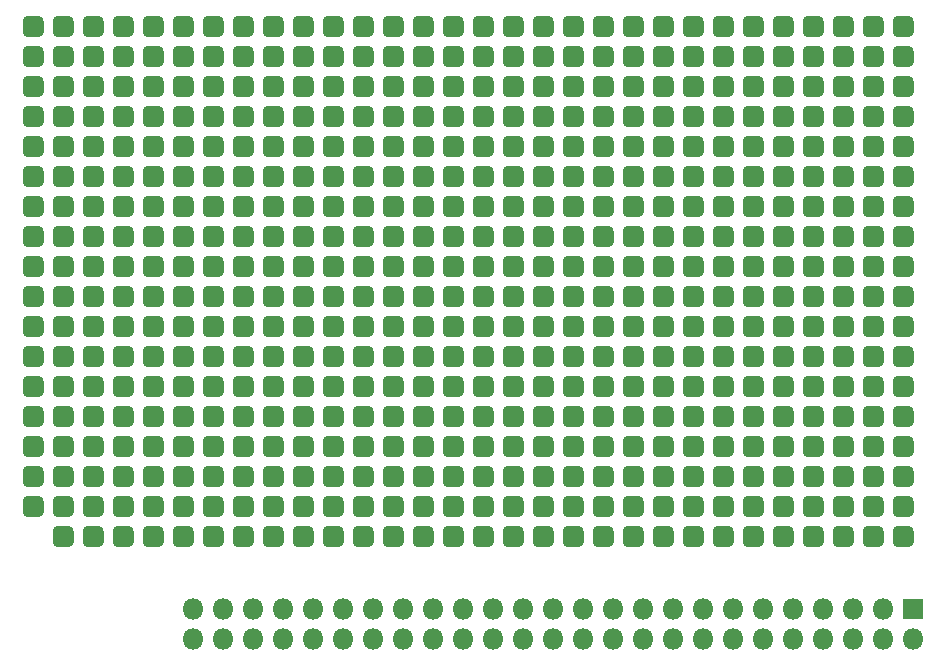
<source format=gbr>
%TF.GenerationSoftware,KiCad,Pcbnew,(5.1.6-0-10_14)*%
%TF.CreationDate,2021-01-15T21:24:44+01:00*%
%TF.ProjectId,planck_board,706c616e-636b-45f6-926f-6172642e6b69,rev?*%
%TF.SameCoordinates,Original*%
%TF.FileFunction,Soldermask,Top*%
%TF.FilePolarity,Negative*%
%FSLAX46Y46*%
G04 Gerber Fmt 4.6, Leading zero omitted, Abs format (unit mm)*
G04 Created by KiCad (PCBNEW (5.1.6-0-10_14)) date 2021-01-15 21:24:44*
%MOMM*%
%LPD*%
G01*
G04 APERTURE LIST*
%ADD10O,1.800000X1.800000*%
%ADD11R,1.800000X1.800000*%
G04 APERTURE END LIST*
%TO.C,REF\u002A\u002A*%
G36*
G01*
X76506500Y30030000D02*
X76506500Y30930000D01*
G75*
G02*
X76956500Y31380000I450000J0D01*
G01*
X77856500Y31380000D01*
G75*
G02*
X78306500Y30930000I0J-450000D01*
G01*
X78306500Y30030000D01*
G75*
G02*
X77856500Y29580000I-450000J0D01*
G01*
X76956500Y29580000D01*
G75*
G02*
X76506500Y30030000I0J450000D01*
G01*
G37*
%TD*%
%TO.C,REF\u002A\u002A*%
G36*
G01*
X73966500Y30030000D02*
X73966500Y30930000D01*
G75*
G02*
X74416500Y31380000I450000J0D01*
G01*
X75316500Y31380000D01*
G75*
G02*
X75766500Y30930000I0J-450000D01*
G01*
X75766500Y30030000D01*
G75*
G02*
X75316500Y29580000I-450000J0D01*
G01*
X74416500Y29580000D01*
G75*
G02*
X73966500Y30030000I0J450000D01*
G01*
G37*
%TD*%
%TO.C,REF\u002A\u002A*%
G36*
G01*
X71426500Y30030000D02*
X71426500Y30930000D01*
G75*
G02*
X71876500Y31380000I450000J0D01*
G01*
X72776500Y31380000D01*
G75*
G02*
X73226500Y30930000I0J-450000D01*
G01*
X73226500Y30030000D01*
G75*
G02*
X72776500Y29580000I-450000J0D01*
G01*
X71876500Y29580000D01*
G75*
G02*
X71426500Y30030000I0J450000D01*
G01*
G37*
%TD*%
%TO.C,REF\u002A\u002A*%
G36*
G01*
X68886500Y30030000D02*
X68886500Y30930000D01*
G75*
G02*
X69336500Y31380000I450000J0D01*
G01*
X70236500Y31380000D01*
G75*
G02*
X70686500Y30930000I0J-450000D01*
G01*
X70686500Y30030000D01*
G75*
G02*
X70236500Y29580000I-450000J0D01*
G01*
X69336500Y29580000D01*
G75*
G02*
X68886500Y30030000I0J450000D01*
G01*
G37*
%TD*%
%TO.C,REF\u002A\u002A*%
G36*
G01*
X66346500Y30030000D02*
X66346500Y30930000D01*
G75*
G02*
X66796500Y31380000I450000J0D01*
G01*
X67696500Y31380000D01*
G75*
G02*
X68146500Y30930000I0J-450000D01*
G01*
X68146500Y30030000D01*
G75*
G02*
X67696500Y29580000I-450000J0D01*
G01*
X66796500Y29580000D01*
G75*
G02*
X66346500Y30030000I0J450000D01*
G01*
G37*
%TD*%
%TO.C,REF\u002A\u002A*%
G36*
G01*
X63806500Y30030000D02*
X63806500Y30930000D01*
G75*
G02*
X64256500Y31380000I450000J0D01*
G01*
X65156500Y31380000D01*
G75*
G02*
X65606500Y30930000I0J-450000D01*
G01*
X65606500Y30030000D01*
G75*
G02*
X65156500Y29580000I-450000J0D01*
G01*
X64256500Y29580000D01*
G75*
G02*
X63806500Y30030000I0J450000D01*
G01*
G37*
%TD*%
%TO.C,REF\u002A\u002A*%
G36*
G01*
X61266500Y30030000D02*
X61266500Y30930000D01*
G75*
G02*
X61716500Y31380000I450000J0D01*
G01*
X62616500Y31380000D01*
G75*
G02*
X63066500Y30930000I0J-450000D01*
G01*
X63066500Y30030000D01*
G75*
G02*
X62616500Y29580000I-450000J0D01*
G01*
X61716500Y29580000D01*
G75*
G02*
X61266500Y30030000I0J450000D01*
G01*
G37*
%TD*%
%TO.C,REF\u002A\u002A*%
G36*
G01*
X58726500Y30030000D02*
X58726500Y30930000D01*
G75*
G02*
X59176500Y31380000I450000J0D01*
G01*
X60076500Y31380000D01*
G75*
G02*
X60526500Y30930000I0J-450000D01*
G01*
X60526500Y30030000D01*
G75*
G02*
X60076500Y29580000I-450000J0D01*
G01*
X59176500Y29580000D01*
G75*
G02*
X58726500Y30030000I0J450000D01*
G01*
G37*
%TD*%
%TO.C,REF\u002A\u002A*%
G36*
G01*
X56186500Y30030000D02*
X56186500Y30930000D01*
G75*
G02*
X56636500Y31380000I450000J0D01*
G01*
X57536500Y31380000D01*
G75*
G02*
X57986500Y30930000I0J-450000D01*
G01*
X57986500Y30030000D01*
G75*
G02*
X57536500Y29580000I-450000J0D01*
G01*
X56636500Y29580000D01*
G75*
G02*
X56186500Y30030000I0J450000D01*
G01*
G37*
%TD*%
%TO.C,REF\u002A\u002A*%
G36*
G01*
X53646500Y30030000D02*
X53646500Y30930000D01*
G75*
G02*
X54096500Y31380000I450000J0D01*
G01*
X54996500Y31380000D01*
G75*
G02*
X55446500Y30930000I0J-450000D01*
G01*
X55446500Y30030000D01*
G75*
G02*
X54996500Y29580000I-450000J0D01*
G01*
X54096500Y29580000D01*
G75*
G02*
X53646500Y30030000I0J450000D01*
G01*
G37*
%TD*%
%TO.C,REF\u002A\u002A*%
G36*
G01*
X51106500Y30030000D02*
X51106500Y30930000D01*
G75*
G02*
X51556500Y31380000I450000J0D01*
G01*
X52456500Y31380000D01*
G75*
G02*
X52906500Y30930000I0J-450000D01*
G01*
X52906500Y30030000D01*
G75*
G02*
X52456500Y29580000I-450000J0D01*
G01*
X51556500Y29580000D01*
G75*
G02*
X51106500Y30030000I0J450000D01*
G01*
G37*
%TD*%
%TO.C,REF\u002A\u002A*%
G36*
G01*
X48566500Y30030000D02*
X48566500Y30930000D01*
G75*
G02*
X49016500Y31380000I450000J0D01*
G01*
X49916500Y31380000D01*
G75*
G02*
X50366500Y30930000I0J-450000D01*
G01*
X50366500Y30030000D01*
G75*
G02*
X49916500Y29580000I-450000J0D01*
G01*
X49016500Y29580000D01*
G75*
G02*
X48566500Y30030000I0J450000D01*
G01*
G37*
%TD*%
%TO.C,REF\u002A\u002A*%
G36*
G01*
X46026500Y30030000D02*
X46026500Y30930000D01*
G75*
G02*
X46476500Y31380000I450000J0D01*
G01*
X47376500Y31380000D01*
G75*
G02*
X47826500Y30930000I0J-450000D01*
G01*
X47826500Y30030000D01*
G75*
G02*
X47376500Y29580000I-450000J0D01*
G01*
X46476500Y29580000D01*
G75*
G02*
X46026500Y30030000I0J450000D01*
G01*
G37*
%TD*%
%TO.C,REF\u002A\u002A*%
G36*
G01*
X43486500Y30030000D02*
X43486500Y30930000D01*
G75*
G02*
X43936500Y31380000I450000J0D01*
G01*
X44836500Y31380000D01*
G75*
G02*
X45286500Y30930000I0J-450000D01*
G01*
X45286500Y30030000D01*
G75*
G02*
X44836500Y29580000I-450000J0D01*
G01*
X43936500Y29580000D01*
G75*
G02*
X43486500Y30030000I0J450000D01*
G01*
G37*
%TD*%
%TO.C,REF\u002A\u002A*%
G36*
G01*
X40946500Y30030000D02*
X40946500Y30930000D01*
G75*
G02*
X41396500Y31380000I450000J0D01*
G01*
X42296500Y31380000D01*
G75*
G02*
X42746500Y30930000I0J-450000D01*
G01*
X42746500Y30030000D01*
G75*
G02*
X42296500Y29580000I-450000J0D01*
G01*
X41396500Y29580000D01*
G75*
G02*
X40946500Y30030000I0J450000D01*
G01*
G37*
%TD*%
%TO.C,REF\u002A\u002A*%
G36*
G01*
X38406500Y30030000D02*
X38406500Y30930000D01*
G75*
G02*
X38856500Y31380000I450000J0D01*
G01*
X39756500Y31380000D01*
G75*
G02*
X40206500Y30930000I0J-450000D01*
G01*
X40206500Y30030000D01*
G75*
G02*
X39756500Y29580000I-450000J0D01*
G01*
X38856500Y29580000D01*
G75*
G02*
X38406500Y30030000I0J450000D01*
G01*
G37*
%TD*%
%TO.C,REF\u002A\u002A*%
G36*
G01*
X35866500Y30030000D02*
X35866500Y30930000D01*
G75*
G02*
X36316500Y31380000I450000J0D01*
G01*
X37216500Y31380000D01*
G75*
G02*
X37666500Y30930000I0J-450000D01*
G01*
X37666500Y30030000D01*
G75*
G02*
X37216500Y29580000I-450000J0D01*
G01*
X36316500Y29580000D01*
G75*
G02*
X35866500Y30030000I0J450000D01*
G01*
G37*
%TD*%
%TO.C,REF\u002A\u002A*%
G36*
G01*
X33326500Y30030000D02*
X33326500Y30930000D01*
G75*
G02*
X33776500Y31380000I450000J0D01*
G01*
X34676500Y31380000D01*
G75*
G02*
X35126500Y30930000I0J-450000D01*
G01*
X35126500Y30030000D01*
G75*
G02*
X34676500Y29580000I-450000J0D01*
G01*
X33776500Y29580000D01*
G75*
G02*
X33326500Y30030000I0J450000D01*
G01*
G37*
%TD*%
%TO.C,REF\u002A\u002A*%
G36*
G01*
X30786500Y30030000D02*
X30786500Y30930000D01*
G75*
G02*
X31236500Y31380000I450000J0D01*
G01*
X32136500Y31380000D01*
G75*
G02*
X32586500Y30930000I0J-450000D01*
G01*
X32586500Y30030000D01*
G75*
G02*
X32136500Y29580000I-450000J0D01*
G01*
X31236500Y29580000D01*
G75*
G02*
X30786500Y30030000I0J450000D01*
G01*
G37*
%TD*%
%TO.C,REF\u002A\u002A*%
G36*
G01*
X28246500Y30030000D02*
X28246500Y30930000D01*
G75*
G02*
X28696500Y31380000I450000J0D01*
G01*
X29596500Y31380000D01*
G75*
G02*
X30046500Y30930000I0J-450000D01*
G01*
X30046500Y30030000D01*
G75*
G02*
X29596500Y29580000I-450000J0D01*
G01*
X28696500Y29580000D01*
G75*
G02*
X28246500Y30030000I0J450000D01*
G01*
G37*
%TD*%
%TO.C,REF\u002A\u002A*%
G36*
G01*
X25706500Y30030000D02*
X25706500Y30930000D01*
G75*
G02*
X26156500Y31380000I450000J0D01*
G01*
X27056500Y31380000D01*
G75*
G02*
X27506500Y30930000I0J-450000D01*
G01*
X27506500Y30030000D01*
G75*
G02*
X27056500Y29580000I-450000J0D01*
G01*
X26156500Y29580000D01*
G75*
G02*
X25706500Y30030000I0J450000D01*
G01*
G37*
%TD*%
%TO.C,REF\u002A\u002A*%
G36*
G01*
X23166500Y30030000D02*
X23166500Y30930000D01*
G75*
G02*
X23616500Y31380000I450000J0D01*
G01*
X24516500Y31380000D01*
G75*
G02*
X24966500Y30930000I0J-450000D01*
G01*
X24966500Y30030000D01*
G75*
G02*
X24516500Y29580000I-450000J0D01*
G01*
X23616500Y29580000D01*
G75*
G02*
X23166500Y30030000I0J450000D01*
G01*
G37*
%TD*%
%TO.C,REF\u002A\u002A*%
G36*
G01*
X20626500Y30030000D02*
X20626500Y30930000D01*
G75*
G02*
X21076500Y31380000I450000J0D01*
G01*
X21976500Y31380000D01*
G75*
G02*
X22426500Y30930000I0J-450000D01*
G01*
X22426500Y30030000D01*
G75*
G02*
X21976500Y29580000I-450000J0D01*
G01*
X21076500Y29580000D01*
G75*
G02*
X20626500Y30030000I0J450000D01*
G01*
G37*
%TD*%
%TO.C,REF\u002A\u002A*%
G36*
G01*
X18086500Y30030000D02*
X18086500Y30930000D01*
G75*
G02*
X18536500Y31380000I450000J0D01*
G01*
X19436500Y31380000D01*
G75*
G02*
X19886500Y30930000I0J-450000D01*
G01*
X19886500Y30030000D01*
G75*
G02*
X19436500Y29580000I-450000J0D01*
G01*
X18536500Y29580000D01*
G75*
G02*
X18086500Y30030000I0J450000D01*
G01*
G37*
%TD*%
%TO.C,REF\u002A\u002A*%
G36*
G01*
X15546500Y30030000D02*
X15546500Y30930000D01*
G75*
G02*
X15996500Y31380000I450000J0D01*
G01*
X16896500Y31380000D01*
G75*
G02*
X17346500Y30930000I0J-450000D01*
G01*
X17346500Y30030000D01*
G75*
G02*
X16896500Y29580000I-450000J0D01*
G01*
X15996500Y29580000D01*
G75*
G02*
X15546500Y30030000I0J450000D01*
G01*
G37*
%TD*%
%TO.C,REF\u002A\u002A*%
G36*
G01*
X13006500Y30030000D02*
X13006500Y30930000D01*
G75*
G02*
X13456500Y31380000I450000J0D01*
G01*
X14356500Y31380000D01*
G75*
G02*
X14806500Y30930000I0J-450000D01*
G01*
X14806500Y30030000D01*
G75*
G02*
X14356500Y29580000I-450000J0D01*
G01*
X13456500Y29580000D01*
G75*
G02*
X13006500Y30030000I0J450000D01*
G01*
G37*
%TD*%
%TO.C,REF\u002A\u002A*%
G36*
G01*
X10466500Y30030000D02*
X10466500Y30930000D01*
G75*
G02*
X10916500Y31380000I450000J0D01*
G01*
X11816500Y31380000D01*
G75*
G02*
X12266500Y30930000I0J-450000D01*
G01*
X12266500Y30030000D01*
G75*
G02*
X11816500Y29580000I-450000J0D01*
G01*
X10916500Y29580000D01*
G75*
G02*
X10466500Y30030000I0J450000D01*
G01*
G37*
%TD*%
%TO.C,REF\u002A\u002A*%
G36*
G01*
X7926500Y30030000D02*
X7926500Y30930000D01*
G75*
G02*
X8376500Y31380000I450000J0D01*
G01*
X9276500Y31380000D01*
G75*
G02*
X9726500Y30930000I0J-450000D01*
G01*
X9726500Y30030000D01*
G75*
G02*
X9276500Y29580000I-450000J0D01*
G01*
X8376500Y29580000D01*
G75*
G02*
X7926500Y30030000I0J450000D01*
G01*
G37*
%TD*%
%TO.C,REF\u002A\u002A*%
G36*
G01*
X5386500Y30030000D02*
X5386500Y30930000D01*
G75*
G02*
X5836500Y31380000I450000J0D01*
G01*
X6736500Y31380000D01*
G75*
G02*
X7186500Y30930000I0J-450000D01*
G01*
X7186500Y30030000D01*
G75*
G02*
X6736500Y29580000I-450000J0D01*
G01*
X5836500Y29580000D01*
G75*
G02*
X5386500Y30030000I0J450000D01*
G01*
G37*
%TD*%
%TO.C,REF\u002A\u002A*%
G36*
G01*
X76506500Y32570000D02*
X76506500Y33470000D01*
G75*
G02*
X76956500Y33920000I450000J0D01*
G01*
X77856500Y33920000D01*
G75*
G02*
X78306500Y33470000I0J-450000D01*
G01*
X78306500Y32570000D01*
G75*
G02*
X77856500Y32120000I-450000J0D01*
G01*
X76956500Y32120000D01*
G75*
G02*
X76506500Y32570000I0J450000D01*
G01*
G37*
%TD*%
%TO.C,REF\u002A\u002A*%
G36*
G01*
X73966500Y32570000D02*
X73966500Y33470000D01*
G75*
G02*
X74416500Y33920000I450000J0D01*
G01*
X75316500Y33920000D01*
G75*
G02*
X75766500Y33470000I0J-450000D01*
G01*
X75766500Y32570000D01*
G75*
G02*
X75316500Y32120000I-450000J0D01*
G01*
X74416500Y32120000D01*
G75*
G02*
X73966500Y32570000I0J450000D01*
G01*
G37*
%TD*%
%TO.C,REF\u002A\u002A*%
G36*
G01*
X71426500Y32570000D02*
X71426500Y33470000D01*
G75*
G02*
X71876500Y33920000I450000J0D01*
G01*
X72776500Y33920000D01*
G75*
G02*
X73226500Y33470000I0J-450000D01*
G01*
X73226500Y32570000D01*
G75*
G02*
X72776500Y32120000I-450000J0D01*
G01*
X71876500Y32120000D01*
G75*
G02*
X71426500Y32570000I0J450000D01*
G01*
G37*
%TD*%
%TO.C,REF\u002A\u002A*%
G36*
G01*
X68886500Y32570000D02*
X68886500Y33470000D01*
G75*
G02*
X69336500Y33920000I450000J0D01*
G01*
X70236500Y33920000D01*
G75*
G02*
X70686500Y33470000I0J-450000D01*
G01*
X70686500Y32570000D01*
G75*
G02*
X70236500Y32120000I-450000J0D01*
G01*
X69336500Y32120000D01*
G75*
G02*
X68886500Y32570000I0J450000D01*
G01*
G37*
%TD*%
%TO.C,REF\u002A\u002A*%
G36*
G01*
X66346500Y32570000D02*
X66346500Y33470000D01*
G75*
G02*
X66796500Y33920000I450000J0D01*
G01*
X67696500Y33920000D01*
G75*
G02*
X68146500Y33470000I0J-450000D01*
G01*
X68146500Y32570000D01*
G75*
G02*
X67696500Y32120000I-450000J0D01*
G01*
X66796500Y32120000D01*
G75*
G02*
X66346500Y32570000I0J450000D01*
G01*
G37*
%TD*%
%TO.C,REF\u002A\u002A*%
G36*
G01*
X63806500Y32570000D02*
X63806500Y33470000D01*
G75*
G02*
X64256500Y33920000I450000J0D01*
G01*
X65156500Y33920000D01*
G75*
G02*
X65606500Y33470000I0J-450000D01*
G01*
X65606500Y32570000D01*
G75*
G02*
X65156500Y32120000I-450000J0D01*
G01*
X64256500Y32120000D01*
G75*
G02*
X63806500Y32570000I0J450000D01*
G01*
G37*
%TD*%
%TO.C,REF\u002A\u002A*%
G36*
G01*
X61266500Y32570000D02*
X61266500Y33470000D01*
G75*
G02*
X61716500Y33920000I450000J0D01*
G01*
X62616500Y33920000D01*
G75*
G02*
X63066500Y33470000I0J-450000D01*
G01*
X63066500Y32570000D01*
G75*
G02*
X62616500Y32120000I-450000J0D01*
G01*
X61716500Y32120000D01*
G75*
G02*
X61266500Y32570000I0J450000D01*
G01*
G37*
%TD*%
%TO.C,REF\u002A\u002A*%
G36*
G01*
X58726500Y32570000D02*
X58726500Y33470000D01*
G75*
G02*
X59176500Y33920000I450000J0D01*
G01*
X60076500Y33920000D01*
G75*
G02*
X60526500Y33470000I0J-450000D01*
G01*
X60526500Y32570000D01*
G75*
G02*
X60076500Y32120000I-450000J0D01*
G01*
X59176500Y32120000D01*
G75*
G02*
X58726500Y32570000I0J450000D01*
G01*
G37*
%TD*%
%TO.C,REF\u002A\u002A*%
G36*
G01*
X56186500Y32570000D02*
X56186500Y33470000D01*
G75*
G02*
X56636500Y33920000I450000J0D01*
G01*
X57536500Y33920000D01*
G75*
G02*
X57986500Y33470000I0J-450000D01*
G01*
X57986500Y32570000D01*
G75*
G02*
X57536500Y32120000I-450000J0D01*
G01*
X56636500Y32120000D01*
G75*
G02*
X56186500Y32570000I0J450000D01*
G01*
G37*
%TD*%
%TO.C,REF\u002A\u002A*%
G36*
G01*
X53646500Y32570000D02*
X53646500Y33470000D01*
G75*
G02*
X54096500Y33920000I450000J0D01*
G01*
X54996500Y33920000D01*
G75*
G02*
X55446500Y33470000I0J-450000D01*
G01*
X55446500Y32570000D01*
G75*
G02*
X54996500Y32120000I-450000J0D01*
G01*
X54096500Y32120000D01*
G75*
G02*
X53646500Y32570000I0J450000D01*
G01*
G37*
%TD*%
%TO.C,REF\u002A\u002A*%
G36*
G01*
X51106500Y32570000D02*
X51106500Y33470000D01*
G75*
G02*
X51556500Y33920000I450000J0D01*
G01*
X52456500Y33920000D01*
G75*
G02*
X52906500Y33470000I0J-450000D01*
G01*
X52906500Y32570000D01*
G75*
G02*
X52456500Y32120000I-450000J0D01*
G01*
X51556500Y32120000D01*
G75*
G02*
X51106500Y32570000I0J450000D01*
G01*
G37*
%TD*%
%TO.C,REF\u002A\u002A*%
G36*
G01*
X48566500Y32570000D02*
X48566500Y33470000D01*
G75*
G02*
X49016500Y33920000I450000J0D01*
G01*
X49916500Y33920000D01*
G75*
G02*
X50366500Y33470000I0J-450000D01*
G01*
X50366500Y32570000D01*
G75*
G02*
X49916500Y32120000I-450000J0D01*
G01*
X49016500Y32120000D01*
G75*
G02*
X48566500Y32570000I0J450000D01*
G01*
G37*
%TD*%
%TO.C,REF\u002A\u002A*%
G36*
G01*
X46026500Y32570000D02*
X46026500Y33470000D01*
G75*
G02*
X46476500Y33920000I450000J0D01*
G01*
X47376500Y33920000D01*
G75*
G02*
X47826500Y33470000I0J-450000D01*
G01*
X47826500Y32570000D01*
G75*
G02*
X47376500Y32120000I-450000J0D01*
G01*
X46476500Y32120000D01*
G75*
G02*
X46026500Y32570000I0J450000D01*
G01*
G37*
%TD*%
%TO.C,REF\u002A\u002A*%
G36*
G01*
X43486500Y32570000D02*
X43486500Y33470000D01*
G75*
G02*
X43936500Y33920000I450000J0D01*
G01*
X44836500Y33920000D01*
G75*
G02*
X45286500Y33470000I0J-450000D01*
G01*
X45286500Y32570000D01*
G75*
G02*
X44836500Y32120000I-450000J0D01*
G01*
X43936500Y32120000D01*
G75*
G02*
X43486500Y32570000I0J450000D01*
G01*
G37*
%TD*%
%TO.C,REF\u002A\u002A*%
G36*
G01*
X40946500Y32570000D02*
X40946500Y33470000D01*
G75*
G02*
X41396500Y33920000I450000J0D01*
G01*
X42296500Y33920000D01*
G75*
G02*
X42746500Y33470000I0J-450000D01*
G01*
X42746500Y32570000D01*
G75*
G02*
X42296500Y32120000I-450000J0D01*
G01*
X41396500Y32120000D01*
G75*
G02*
X40946500Y32570000I0J450000D01*
G01*
G37*
%TD*%
%TO.C,REF\u002A\u002A*%
G36*
G01*
X38406500Y32570000D02*
X38406500Y33470000D01*
G75*
G02*
X38856500Y33920000I450000J0D01*
G01*
X39756500Y33920000D01*
G75*
G02*
X40206500Y33470000I0J-450000D01*
G01*
X40206500Y32570000D01*
G75*
G02*
X39756500Y32120000I-450000J0D01*
G01*
X38856500Y32120000D01*
G75*
G02*
X38406500Y32570000I0J450000D01*
G01*
G37*
%TD*%
%TO.C,REF\u002A\u002A*%
G36*
G01*
X35866500Y32570000D02*
X35866500Y33470000D01*
G75*
G02*
X36316500Y33920000I450000J0D01*
G01*
X37216500Y33920000D01*
G75*
G02*
X37666500Y33470000I0J-450000D01*
G01*
X37666500Y32570000D01*
G75*
G02*
X37216500Y32120000I-450000J0D01*
G01*
X36316500Y32120000D01*
G75*
G02*
X35866500Y32570000I0J450000D01*
G01*
G37*
%TD*%
%TO.C,REF\u002A\u002A*%
G36*
G01*
X33326500Y32570000D02*
X33326500Y33470000D01*
G75*
G02*
X33776500Y33920000I450000J0D01*
G01*
X34676500Y33920000D01*
G75*
G02*
X35126500Y33470000I0J-450000D01*
G01*
X35126500Y32570000D01*
G75*
G02*
X34676500Y32120000I-450000J0D01*
G01*
X33776500Y32120000D01*
G75*
G02*
X33326500Y32570000I0J450000D01*
G01*
G37*
%TD*%
%TO.C,REF\u002A\u002A*%
G36*
G01*
X30786500Y32570000D02*
X30786500Y33470000D01*
G75*
G02*
X31236500Y33920000I450000J0D01*
G01*
X32136500Y33920000D01*
G75*
G02*
X32586500Y33470000I0J-450000D01*
G01*
X32586500Y32570000D01*
G75*
G02*
X32136500Y32120000I-450000J0D01*
G01*
X31236500Y32120000D01*
G75*
G02*
X30786500Y32570000I0J450000D01*
G01*
G37*
%TD*%
%TO.C,REF\u002A\u002A*%
G36*
G01*
X28246500Y32570000D02*
X28246500Y33470000D01*
G75*
G02*
X28696500Y33920000I450000J0D01*
G01*
X29596500Y33920000D01*
G75*
G02*
X30046500Y33470000I0J-450000D01*
G01*
X30046500Y32570000D01*
G75*
G02*
X29596500Y32120000I-450000J0D01*
G01*
X28696500Y32120000D01*
G75*
G02*
X28246500Y32570000I0J450000D01*
G01*
G37*
%TD*%
%TO.C,REF\u002A\u002A*%
G36*
G01*
X25706500Y32570000D02*
X25706500Y33470000D01*
G75*
G02*
X26156500Y33920000I450000J0D01*
G01*
X27056500Y33920000D01*
G75*
G02*
X27506500Y33470000I0J-450000D01*
G01*
X27506500Y32570000D01*
G75*
G02*
X27056500Y32120000I-450000J0D01*
G01*
X26156500Y32120000D01*
G75*
G02*
X25706500Y32570000I0J450000D01*
G01*
G37*
%TD*%
%TO.C,REF\u002A\u002A*%
G36*
G01*
X23166500Y32570000D02*
X23166500Y33470000D01*
G75*
G02*
X23616500Y33920000I450000J0D01*
G01*
X24516500Y33920000D01*
G75*
G02*
X24966500Y33470000I0J-450000D01*
G01*
X24966500Y32570000D01*
G75*
G02*
X24516500Y32120000I-450000J0D01*
G01*
X23616500Y32120000D01*
G75*
G02*
X23166500Y32570000I0J450000D01*
G01*
G37*
%TD*%
%TO.C,REF\u002A\u002A*%
G36*
G01*
X20626500Y32570000D02*
X20626500Y33470000D01*
G75*
G02*
X21076500Y33920000I450000J0D01*
G01*
X21976500Y33920000D01*
G75*
G02*
X22426500Y33470000I0J-450000D01*
G01*
X22426500Y32570000D01*
G75*
G02*
X21976500Y32120000I-450000J0D01*
G01*
X21076500Y32120000D01*
G75*
G02*
X20626500Y32570000I0J450000D01*
G01*
G37*
%TD*%
%TO.C,REF\u002A\u002A*%
G36*
G01*
X18086500Y32570000D02*
X18086500Y33470000D01*
G75*
G02*
X18536500Y33920000I450000J0D01*
G01*
X19436500Y33920000D01*
G75*
G02*
X19886500Y33470000I0J-450000D01*
G01*
X19886500Y32570000D01*
G75*
G02*
X19436500Y32120000I-450000J0D01*
G01*
X18536500Y32120000D01*
G75*
G02*
X18086500Y32570000I0J450000D01*
G01*
G37*
%TD*%
%TO.C,REF\u002A\u002A*%
G36*
G01*
X15546500Y32570000D02*
X15546500Y33470000D01*
G75*
G02*
X15996500Y33920000I450000J0D01*
G01*
X16896500Y33920000D01*
G75*
G02*
X17346500Y33470000I0J-450000D01*
G01*
X17346500Y32570000D01*
G75*
G02*
X16896500Y32120000I-450000J0D01*
G01*
X15996500Y32120000D01*
G75*
G02*
X15546500Y32570000I0J450000D01*
G01*
G37*
%TD*%
%TO.C,REF\u002A\u002A*%
G36*
G01*
X13006500Y32570000D02*
X13006500Y33470000D01*
G75*
G02*
X13456500Y33920000I450000J0D01*
G01*
X14356500Y33920000D01*
G75*
G02*
X14806500Y33470000I0J-450000D01*
G01*
X14806500Y32570000D01*
G75*
G02*
X14356500Y32120000I-450000J0D01*
G01*
X13456500Y32120000D01*
G75*
G02*
X13006500Y32570000I0J450000D01*
G01*
G37*
%TD*%
%TO.C,REF\u002A\u002A*%
G36*
G01*
X10466500Y32570000D02*
X10466500Y33470000D01*
G75*
G02*
X10916500Y33920000I450000J0D01*
G01*
X11816500Y33920000D01*
G75*
G02*
X12266500Y33470000I0J-450000D01*
G01*
X12266500Y32570000D01*
G75*
G02*
X11816500Y32120000I-450000J0D01*
G01*
X10916500Y32120000D01*
G75*
G02*
X10466500Y32570000I0J450000D01*
G01*
G37*
%TD*%
%TO.C,REF\u002A\u002A*%
G36*
G01*
X7926500Y32570000D02*
X7926500Y33470000D01*
G75*
G02*
X8376500Y33920000I450000J0D01*
G01*
X9276500Y33920000D01*
G75*
G02*
X9726500Y33470000I0J-450000D01*
G01*
X9726500Y32570000D01*
G75*
G02*
X9276500Y32120000I-450000J0D01*
G01*
X8376500Y32120000D01*
G75*
G02*
X7926500Y32570000I0J450000D01*
G01*
G37*
%TD*%
%TO.C,REF\u002A\u002A*%
G36*
G01*
X5386500Y32570000D02*
X5386500Y33470000D01*
G75*
G02*
X5836500Y33920000I450000J0D01*
G01*
X6736500Y33920000D01*
G75*
G02*
X7186500Y33470000I0J-450000D01*
G01*
X7186500Y32570000D01*
G75*
G02*
X6736500Y32120000I-450000J0D01*
G01*
X5836500Y32120000D01*
G75*
G02*
X5386500Y32570000I0J450000D01*
G01*
G37*
%TD*%
%TO.C,REF\u002A\u002A*%
G36*
G01*
X76506500Y12250000D02*
X76506500Y13150000D01*
G75*
G02*
X76956500Y13600000I450000J0D01*
G01*
X77856500Y13600000D01*
G75*
G02*
X78306500Y13150000I0J-450000D01*
G01*
X78306500Y12250000D01*
G75*
G02*
X77856500Y11800000I-450000J0D01*
G01*
X76956500Y11800000D01*
G75*
G02*
X76506500Y12250000I0J450000D01*
G01*
G37*
%TD*%
%TO.C,REF\u002A\u002A*%
G36*
G01*
X73966500Y12250000D02*
X73966500Y13150000D01*
G75*
G02*
X74416500Y13600000I450000J0D01*
G01*
X75316500Y13600000D01*
G75*
G02*
X75766500Y13150000I0J-450000D01*
G01*
X75766500Y12250000D01*
G75*
G02*
X75316500Y11800000I-450000J0D01*
G01*
X74416500Y11800000D01*
G75*
G02*
X73966500Y12250000I0J450000D01*
G01*
G37*
%TD*%
%TO.C,REF\u002A\u002A*%
G36*
G01*
X71426500Y12250000D02*
X71426500Y13150000D01*
G75*
G02*
X71876500Y13600000I450000J0D01*
G01*
X72776500Y13600000D01*
G75*
G02*
X73226500Y13150000I0J-450000D01*
G01*
X73226500Y12250000D01*
G75*
G02*
X72776500Y11800000I-450000J0D01*
G01*
X71876500Y11800000D01*
G75*
G02*
X71426500Y12250000I0J450000D01*
G01*
G37*
%TD*%
%TO.C,REF\u002A\u002A*%
G36*
G01*
X68886500Y12250000D02*
X68886500Y13150000D01*
G75*
G02*
X69336500Y13600000I450000J0D01*
G01*
X70236500Y13600000D01*
G75*
G02*
X70686500Y13150000I0J-450000D01*
G01*
X70686500Y12250000D01*
G75*
G02*
X70236500Y11800000I-450000J0D01*
G01*
X69336500Y11800000D01*
G75*
G02*
X68886500Y12250000I0J450000D01*
G01*
G37*
%TD*%
%TO.C,REF\u002A\u002A*%
G36*
G01*
X66346500Y12250000D02*
X66346500Y13150000D01*
G75*
G02*
X66796500Y13600000I450000J0D01*
G01*
X67696500Y13600000D01*
G75*
G02*
X68146500Y13150000I0J-450000D01*
G01*
X68146500Y12250000D01*
G75*
G02*
X67696500Y11800000I-450000J0D01*
G01*
X66796500Y11800000D01*
G75*
G02*
X66346500Y12250000I0J450000D01*
G01*
G37*
%TD*%
%TO.C,REF\u002A\u002A*%
G36*
G01*
X63806500Y12250000D02*
X63806500Y13150000D01*
G75*
G02*
X64256500Y13600000I450000J0D01*
G01*
X65156500Y13600000D01*
G75*
G02*
X65606500Y13150000I0J-450000D01*
G01*
X65606500Y12250000D01*
G75*
G02*
X65156500Y11800000I-450000J0D01*
G01*
X64256500Y11800000D01*
G75*
G02*
X63806500Y12250000I0J450000D01*
G01*
G37*
%TD*%
%TO.C,REF\u002A\u002A*%
G36*
G01*
X61266500Y12250000D02*
X61266500Y13150000D01*
G75*
G02*
X61716500Y13600000I450000J0D01*
G01*
X62616500Y13600000D01*
G75*
G02*
X63066500Y13150000I0J-450000D01*
G01*
X63066500Y12250000D01*
G75*
G02*
X62616500Y11800000I-450000J0D01*
G01*
X61716500Y11800000D01*
G75*
G02*
X61266500Y12250000I0J450000D01*
G01*
G37*
%TD*%
%TO.C,REF\u002A\u002A*%
G36*
G01*
X58726500Y12250000D02*
X58726500Y13150000D01*
G75*
G02*
X59176500Y13600000I450000J0D01*
G01*
X60076500Y13600000D01*
G75*
G02*
X60526500Y13150000I0J-450000D01*
G01*
X60526500Y12250000D01*
G75*
G02*
X60076500Y11800000I-450000J0D01*
G01*
X59176500Y11800000D01*
G75*
G02*
X58726500Y12250000I0J450000D01*
G01*
G37*
%TD*%
%TO.C,REF\u002A\u002A*%
G36*
G01*
X56186500Y12250000D02*
X56186500Y13150000D01*
G75*
G02*
X56636500Y13600000I450000J0D01*
G01*
X57536500Y13600000D01*
G75*
G02*
X57986500Y13150000I0J-450000D01*
G01*
X57986500Y12250000D01*
G75*
G02*
X57536500Y11800000I-450000J0D01*
G01*
X56636500Y11800000D01*
G75*
G02*
X56186500Y12250000I0J450000D01*
G01*
G37*
%TD*%
%TO.C,REF\u002A\u002A*%
G36*
G01*
X53646500Y12250000D02*
X53646500Y13150000D01*
G75*
G02*
X54096500Y13600000I450000J0D01*
G01*
X54996500Y13600000D01*
G75*
G02*
X55446500Y13150000I0J-450000D01*
G01*
X55446500Y12250000D01*
G75*
G02*
X54996500Y11800000I-450000J0D01*
G01*
X54096500Y11800000D01*
G75*
G02*
X53646500Y12250000I0J450000D01*
G01*
G37*
%TD*%
%TO.C,REF\u002A\u002A*%
G36*
G01*
X51106500Y12250000D02*
X51106500Y13150000D01*
G75*
G02*
X51556500Y13600000I450000J0D01*
G01*
X52456500Y13600000D01*
G75*
G02*
X52906500Y13150000I0J-450000D01*
G01*
X52906500Y12250000D01*
G75*
G02*
X52456500Y11800000I-450000J0D01*
G01*
X51556500Y11800000D01*
G75*
G02*
X51106500Y12250000I0J450000D01*
G01*
G37*
%TD*%
%TO.C,REF\u002A\u002A*%
G36*
G01*
X48566500Y12250000D02*
X48566500Y13150000D01*
G75*
G02*
X49016500Y13600000I450000J0D01*
G01*
X49916500Y13600000D01*
G75*
G02*
X50366500Y13150000I0J-450000D01*
G01*
X50366500Y12250000D01*
G75*
G02*
X49916500Y11800000I-450000J0D01*
G01*
X49016500Y11800000D01*
G75*
G02*
X48566500Y12250000I0J450000D01*
G01*
G37*
%TD*%
%TO.C,REF\u002A\u002A*%
G36*
G01*
X46026500Y12250000D02*
X46026500Y13150000D01*
G75*
G02*
X46476500Y13600000I450000J0D01*
G01*
X47376500Y13600000D01*
G75*
G02*
X47826500Y13150000I0J-450000D01*
G01*
X47826500Y12250000D01*
G75*
G02*
X47376500Y11800000I-450000J0D01*
G01*
X46476500Y11800000D01*
G75*
G02*
X46026500Y12250000I0J450000D01*
G01*
G37*
%TD*%
%TO.C,REF\u002A\u002A*%
G36*
G01*
X43486500Y12250000D02*
X43486500Y13150000D01*
G75*
G02*
X43936500Y13600000I450000J0D01*
G01*
X44836500Y13600000D01*
G75*
G02*
X45286500Y13150000I0J-450000D01*
G01*
X45286500Y12250000D01*
G75*
G02*
X44836500Y11800000I-450000J0D01*
G01*
X43936500Y11800000D01*
G75*
G02*
X43486500Y12250000I0J450000D01*
G01*
G37*
%TD*%
%TO.C,REF\u002A\u002A*%
G36*
G01*
X40946500Y12250000D02*
X40946500Y13150000D01*
G75*
G02*
X41396500Y13600000I450000J0D01*
G01*
X42296500Y13600000D01*
G75*
G02*
X42746500Y13150000I0J-450000D01*
G01*
X42746500Y12250000D01*
G75*
G02*
X42296500Y11800000I-450000J0D01*
G01*
X41396500Y11800000D01*
G75*
G02*
X40946500Y12250000I0J450000D01*
G01*
G37*
%TD*%
%TO.C,REF\u002A\u002A*%
G36*
G01*
X38406500Y12250000D02*
X38406500Y13150000D01*
G75*
G02*
X38856500Y13600000I450000J0D01*
G01*
X39756500Y13600000D01*
G75*
G02*
X40206500Y13150000I0J-450000D01*
G01*
X40206500Y12250000D01*
G75*
G02*
X39756500Y11800000I-450000J0D01*
G01*
X38856500Y11800000D01*
G75*
G02*
X38406500Y12250000I0J450000D01*
G01*
G37*
%TD*%
%TO.C,REF\u002A\u002A*%
G36*
G01*
X35866500Y12250000D02*
X35866500Y13150000D01*
G75*
G02*
X36316500Y13600000I450000J0D01*
G01*
X37216500Y13600000D01*
G75*
G02*
X37666500Y13150000I0J-450000D01*
G01*
X37666500Y12250000D01*
G75*
G02*
X37216500Y11800000I-450000J0D01*
G01*
X36316500Y11800000D01*
G75*
G02*
X35866500Y12250000I0J450000D01*
G01*
G37*
%TD*%
%TO.C,REF\u002A\u002A*%
G36*
G01*
X33326500Y12250000D02*
X33326500Y13150000D01*
G75*
G02*
X33776500Y13600000I450000J0D01*
G01*
X34676500Y13600000D01*
G75*
G02*
X35126500Y13150000I0J-450000D01*
G01*
X35126500Y12250000D01*
G75*
G02*
X34676500Y11800000I-450000J0D01*
G01*
X33776500Y11800000D01*
G75*
G02*
X33326500Y12250000I0J450000D01*
G01*
G37*
%TD*%
%TO.C,REF\u002A\u002A*%
G36*
G01*
X30786500Y12250000D02*
X30786500Y13150000D01*
G75*
G02*
X31236500Y13600000I450000J0D01*
G01*
X32136500Y13600000D01*
G75*
G02*
X32586500Y13150000I0J-450000D01*
G01*
X32586500Y12250000D01*
G75*
G02*
X32136500Y11800000I-450000J0D01*
G01*
X31236500Y11800000D01*
G75*
G02*
X30786500Y12250000I0J450000D01*
G01*
G37*
%TD*%
%TO.C,REF\u002A\u002A*%
G36*
G01*
X28246500Y12250000D02*
X28246500Y13150000D01*
G75*
G02*
X28696500Y13600000I450000J0D01*
G01*
X29596500Y13600000D01*
G75*
G02*
X30046500Y13150000I0J-450000D01*
G01*
X30046500Y12250000D01*
G75*
G02*
X29596500Y11800000I-450000J0D01*
G01*
X28696500Y11800000D01*
G75*
G02*
X28246500Y12250000I0J450000D01*
G01*
G37*
%TD*%
%TO.C,REF\u002A\u002A*%
G36*
G01*
X25706500Y12250000D02*
X25706500Y13150000D01*
G75*
G02*
X26156500Y13600000I450000J0D01*
G01*
X27056500Y13600000D01*
G75*
G02*
X27506500Y13150000I0J-450000D01*
G01*
X27506500Y12250000D01*
G75*
G02*
X27056500Y11800000I-450000J0D01*
G01*
X26156500Y11800000D01*
G75*
G02*
X25706500Y12250000I0J450000D01*
G01*
G37*
%TD*%
%TO.C,REF\u002A\u002A*%
G36*
G01*
X23166500Y12250000D02*
X23166500Y13150000D01*
G75*
G02*
X23616500Y13600000I450000J0D01*
G01*
X24516500Y13600000D01*
G75*
G02*
X24966500Y13150000I0J-450000D01*
G01*
X24966500Y12250000D01*
G75*
G02*
X24516500Y11800000I-450000J0D01*
G01*
X23616500Y11800000D01*
G75*
G02*
X23166500Y12250000I0J450000D01*
G01*
G37*
%TD*%
%TO.C,REF\u002A\u002A*%
G36*
G01*
X20626500Y12250000D02*
X20626500Y13150000D01*
G75*
G02*
X21076500Y13600000I450000J0D01*
G01*
X21976500Y13600000D01*
G75*
G02*
X22426500Y13150000I0J-450000D01*
G01*
X22426500Y12250000D01*
G75*
G02*
X21976500Y11800000I-450000J0D01*
G01*
X21076500Y11800000D01*
G75*
G02*
X20626500Y12250000I0J450000D01*
G01*
G37*
%TD*%
%TO.C,REF\u002A\u002A*%
G36*
G01*
X18086500Y12250000D02*
X18086500Y13150000D01*
G75*
G02*
X18536500Y13600000I450000J0D01*
G01*
X19436500Y13600000D01*
G75*
G02*
X19886500Y13150000I0J-450000D01*
G01*
X19886500Y12250000D01*
G75*
G02*
X19436500Y11800000I-450000J0D01*
G01*
X18536500Y11800000D01*
G75*
G02*
X18086500Y12250000I0J450000D01*
G01*
G37*
%TD*%
%TO.C,REF\u002A\u002A*%
G36*
G01*
X15546500Y12250000D02*
X15546500Y13150000D01*
G75*
G02*
X15996500Y13600000I450000J0D01*
G01*
X16896500Y13600000D01*
G75*
G02*
X17346500Y13150000I0J-450000D01*
G01*
X17346500Y12250000D01*
G75*
G02*
X16896500Y11800000I-450000J0D01*
G01*
X15996500Y11800000D01*
G75*
G02*
X15546500Y12250000I0J450000D01*
G01*
G37*
%TD*%
%TO.C,REF\u002A\u002A*%
G36*
G01*
X13006500Y12250000D02*
X13006500Y13150000D01*
G75*
G02*
X13456500Y13600000I450000J0D01*
G01*
X14356500Y13600000D01*
G75*
G02*
X14806500Y13150000I0J-450000D01*
G01*
X14806500Y12250000D01*
G75*
G02*
X14356500Y11800000I-450000J0D01*
G01*
X13456500Y11800000D01*
G75*
G02*
X13006500Y12250000I0J450000D01*
G01*
G37*
%TD*%
%TO.C,REF\u002A\u002A*%
G36*
G01*
X10466500Y12250000D02*
X10466500Y13150000D01*
G75*
G02*
X10916500Y13600000I450000J0D01*
G01*
X11816500Y13600000D01*
G75*
G02*
X12266500Y13150000I0J-450000D01*
G01*
X12266500Y12250000D01*
G75*
G02*
X11816500Y11800000I-450000J0D01*
G01*
X10916500Y11800000D01*
G75*
G02*
X10466500Y12250000I0J450000D01*
G01*
G37*
%TD*%
%TO.C,REF\u002A\u002A*%
G36*
G01*
X7926500Y12250000D02*
X7926500Y13150000D01*
G75*
G02*
X8376500Y13600000I450000J0D01*
G01*
X9276500Y13600000D01*
G75*
G02*
X9726500Y13150000I0J-450000D01*
G01*
X9726500Y12250000D01*
G75*
G02*
X9276500Y11800000I-450000J0D01*
G01*
X8376500Y11800000D01*
G75*
G02*
X7926500Y12250000I0J450000D01*
G01*
G37*
%TD*%
%TO.C,REF\u002A\u002A*%
G36*
G01*
X5386500Y12250000D02*
X5386500Y13150000D01*
G75*
G02*
X5836500Y13600000I450000J0D01*
G01*
X6736500Y13600000D01*
G75*
G02*
X7186500Y13150000I0J-450000D01*
G01*
X7186500Y12250000D01*
G75*
G02*
X6736500Y11800000I-450000J0D01*
G01*
X5836500Y11800000D01*
G75*
G02*
X5386500Y12250000I0J450000D01*
G01*
G37*
%TD*%
%TO.C,REF\u002A\u002A*%
G36*
G01*
X76506500Y14790000D02*
X76506500Y15690000D01*
G75*
G02*
X76956500Y16140000I450000J0D01*
G01*
X77856500Y16140000D01*
G75*
G02*
X78306500Y15690000I0J-450000D01*
G01*
X78306500Y14790000D01*
G75*
G02*
X77856500Y14340000I-450000J0D01*
G01*
X76956500Y14340000D01*
G75*
G02*
X76506500Y14790000I0J450000D01*
G01*
G37*
%TD*%
%TO.C,REF\u002A\u002A*%
G36*
G01*
X73966500Y14790000D02*
X73966500Y15690000D01*
G75*
G02*
X74416500Y16140000I450000J0D01*
G01*
X75316500Y16140000D01*
G75*
G02*
X75766500Y15690000I0J-450000D01*
G01*
X75766500Y14790000D01*
G75*
G02*
X75316500Y14340000I-450000J0D01*
G01*
X74416500Y14340000D01*
G75*
G02*
X73966500Y14790000I0J450000D01*
G01*
G37*
%TD*%
%TO.C,REF\u002A\u002A*%
G36*
G01*
X71426500Y14790000D02*
X71426500Y15690000D01*
G75*
G02*
X71876500Y16140000I450000J0D01*
G01*
X72776500Y16140000D01*
G75*
G02*
X73226500Y15690000I0J-450000D01*
G01*
X73226500Y14790000D01*
G75*
G02*
X72776500Y14340000I-450000J0D01*
G01*
X71876500Y14340000D01*
G75*
G02*
X71426500Y14790000I0J450000D01*
G01*
G37*
%TD*%
%TO.C,REF\u002A\u002A*%
G36*
G01*
X68886500Y14790000D02*
X68886500Y15690000D01*
G75*
G02*
X69336500Y16140000I450000J0D01*
G01*
X70236500Y16140000D01*
G75*
G02*
X70686500Y15690000I0J-450000D01*
G01*
X70686500Y14790000D01*
G75*
G02*
X70236500Y14340000I-450000J0D01*
G01*
X69336500Y14340000D01*
G75*
G02*
X68886500Y14790000I0J450000D01*
G01*
G37*
%TD*%
%TO.C,REF\u002A\u002A*%
G36*
G01*
X66346500Y14790000D02*
X66346500Y15690000D01*
G75*
G02*
X66796500Y16140000I450000J0D01*
G01*
X67696500Y16140000D01*
G75*
G02*
X68146500Y15690000I0J-450000D01*
G01*
X68146500Y14790000D01*
G75*
G02*
X67696500Y14340000I-450000J0D01*
G01*
X66796500Y14340000D01*
G75*
G02*
X66346500Y14790000I0J450000D01*
G01*
G37*
%TD*%
%TO.C,REF\u002A\u002A*%
G36*
G01*
X63806500Y14790000D02*
X63806500Y15690000D01*
G75*
G02*
X64256500Y16140000I450000J0D01*
G01*
X65156500Y16140000D01*
G75*
G02*
X65606500Y15690000I0J-450000D01*
G01*
X65606500Y14790000D01*
G75*
G02*
X65156500Y14340000I-450000J0D01*
G01*
X64256500Y14340000D01*
G75*
G02*
X63806500Y14790000I0J450000D01*
G01*
G37*
%TD*%
%TO.C,REF\u002A\u002A*%
G36*
G01*
X61266500Y14790000D02*
X61266500Y15690000D01*
G75*
G02*
X61716500Y16140000I450000J0D01*
G01*
X62616500Y16140000D01*
G75*
G02*
X63066500Y15690000I0J-450000D01*
G01*
X63066500Y14790000D01*
G75*
G02*
X62616500Y14340000I-450000J0D01*
G01*
X61716500Y14340000D01*
G75*
G02*
X61266500Y14790000I0J450000D01*
G01*
G37*
%TD*%
%TO.C,REF\u002A\u002A*%
G36*
G01*
X58726500Y14790000D02*
X58726500Y15690000D01*
G75*
G02*
X59176500Y16140000I450000J0D01*
G01*
X60076500Y16140000D01*
G75*
G02*
X60526500Y15690000I0J-450000D01*
G01*
X60526500Y14790000D01*
G75*
G02*
X60076500Y14340000I-450000J0D01*
G01*
X59176500Y14340000D01*
G75*
G02*
X58726500Y14790000I0J450000D01*
G01*
G37*
%TD*%
%TO.C,REF\u002A\u002A*%
G36*
G01*
X56186500Y14790000D02*
X56186500Y15690000D01*
G75*
G02*
X56636500Y16140000I450000J0D01*
G01*
X57536500Y16140000D01*
G75*
G02*
X57986500Y15690000I0J-450000D01*
G01*
X57986500Y14790000D01*
G75*
G02*
X57536500Y14340000I-450000J0D01*
G01*
X56636500Y14340000D01*
G75*
G02*
X56186500Y14790000I0J450000D01*
G01*
G37*
%TD*%
%TO.C,REF\u002A\u002A*%
G36*
G01*
X53646500Y14790000D02*
X53646500Y15690000D01*
G75*
G02*
X54096500Y16140000I450000J0D01*
G01*
X54996500Y16140000D01*
G75*
G02*
X55446500Y15690000I0J-450000D01*
G01*
X55446500Y14790000D01*
G75*
G02*
X54996500Y14340000I-450000J0D01*
G01*
X54096500Y14340000D01*
G75*
G02*
X53646500Y14790000I0J450000D01*
G01*
G37*
%TD*%
%TO.C,REF\u002A\u002A*%
G36*
G01*
X51106500Y14790000D02*
X51106500Y15690000D01*
G75*
G02*
X51556500Y16140000I450000J0D01*
G01*
X52456500Y16140000D01*
G75*
G02*
X52906500Y15690000I0J-450000D01*
G01*
X52906500Y14790000D01*
G75*
G02*
X52456500Y14340000I-450000J0D01*
G01*
X51556500Y14340000D01*
G75*
G02*
X51106500Y14790000I0J450000D01*
G01*
G37*
%TD*%
%TO.C,REF\u002A\u002A*%
G36*
G01*
X48566500Y14790000D02*
X48566500Y15690000D01*
G75*
G02*
X49016500Y16140000I450000J0D01*
G01*
X49916500Y16140000D01*
G75*
G02*
X50366500Y15690000I0J-450000D01*
G01*
X50366500Y14790000D01*
G75*
G02*
X49916500Y14340000I-450000J0D01*
G01*
X49016500Y14340000D01*
G75*
G02*
X48566500Y14790000I0J450000D01*
G01*
G37*
%TD*%
%TO.C,REF\u002A\u002A*%
G36*
G01*
X46026500Y14790000D02*
X46026500Y15690000D01*
G75*
G02*
X46476500Y16140000I450000J0D01*
G01*
X47376500Y16140000D01*
G75*
G02*
X47826500Y15690000I0J-450000D01*
G01*
X47826500Y14790000D01*
G75*
G02*
X47376500Y14340000I-450000J0D01*
G01*
X46476500Y14340000D01*
G75*
G02*
X46026500Y14790000I0J450000D01*
G01*
G37*
%TD*%
%TO.C,REF\u002A\u002A*%
G36*
G01*
X43486500Y14790000D02*
X43486500Y15690000D01*
G75*
G02*
X43936500Y16140000I450000J0D01*
G01*
X44836500Y16140000D01*
G75*
G02*
X45286500Y15690000I0J-450000D01*
G01*
X45286500Y14790000D01*
G75*
G02*
X44836500Y14340000I-450000J0D01*
G01*
X43936500Y14340000D01*
G75*
G02*
X43486500Y14790000I0J450000D01*
G01*
G37*
%TD*%
%TO.C,REF\u002A\u002A*%
G36*
G01*
X40946500Y14790000D02*
X40946500Y15690000D01*
G75*
G02*
X41396500Y16140000I450000J0D01*
G01*
X42296500Y16140000D01*
G75*
G02*
X42746500Y15690000I0J-450000D01*
G01*
X42746500Y14790000D01*
G75*
G02*
X42296500Y14340000I-450000J0D01*
G01*
X41396500Y14340000D01*
G75*
G02*
X40946500Y14790000I0J450000D01*
G01*
G37*
%TD*%
%TO.C,REF\u002A\u002A*%
G36*
G01*
X38406500Y14790000D02*
X38406500Y15690000D01*
G75*
G02*
X38856500Y16140000I450000J0D01*
G01*
X39756500Y16140000D01*
G75*
G02*
X40206500Y15690000I0J-450000D01*
G01*
X40206500Y14790000D01*
G75*
G02*
X39756500Y14340000I-450000J0D01*
G01*
X38856500Y14340000D01*
G75*
G02*
X38406500Y14790000I0J450000D01*
G01*
G37*
%TD*%
%TO.C,REF\u002A\u002A*%
G36*
G01*
X35866500Y14790000D02*
X35866500Y15690000D01*
G75*
G02*
X36316500Y16140000I450000J0D01*
G01*
X37216500Y16140000D01*
G75*
G02*
X37666500Y15690000I0J-450000D01*
G01*
X37666500Y14790000D01*
G75*
G02*
X37216500Y14340000I-450000J0D01*
G01*
X36316500Y14340000D01*
G75*
G02*
X35866500Y14790000I0J450000D01*
G01*
G37*
%TD*%
%TO.C,REF\u002A\u002A*%
G36*
G01*
X33326500Y14790000D02*
X33326500Y15690000D01*
G75*
G02*
X33776500Y16140000I450000J0D01*
G01*
X34676500Y16140000D01*
G75*
G02*
X35126500Y15690000I0J-450000D01*
G01*
X35126500Y14790000D01*
G75*
G02*
X34676500Y14340000I-450000J0D01*
G01*
X33776500Y14340000D01*
G75*
G02*
X33326500Y14790000I0J450000D01*
G01*
G37*
%TD*%
%TO.C,REF\u002A\u002A*%
G36*
G01*
X30786500Y14790000D02*
X30786500Y15690000D01*
G75*
G02*
X31236500Y16140000I450000J0D01*
G01*
X32136500Y16140000D01*
G75*
G02*
X32586500Y15690000I0J-450000D01*
G01*
X32586500Y14790000D01*
G75*
G02*
X32136500Y14340000I-450000J0D01*
G01*
X31236500Y14340000D01*
G75*
G02*
X30786500Y14790000I0J450000D01*
G01*
G37*
%TD*%
%TO.C,REF\u002A\u002A*%
G36*
G01*
X28246500Y14790000D02*
X28246500Y15690000D01*
G75*
G02*
X28696500Y16140000I450000J0D01*
G01*
X29596500Y16140000D01*
G75*
G02*
X30046500Y15690000I0J-450000D01*
G01*
X30046500Y14790000D01*
G75*
G02*
X29596500Y14340000I-450000J0D01*
G01*
X28696500Y14340000D01*
G75*
G02*
X28246500Y14790000I0J450000D01*
G01*
G37*
%TD*%
%TO.C,REF\u002A\u002A*%
G36*
G01*
X25706500Y14790000D02*
X25706500Y15690000D01*
G75*
G02*
X26156500Y16140000I450000J0D01*
G01*
X27056500Y16140000D01*
G75*
G02*
X27506500Y15690000I0J-450000D01*
G01*
X27506500Y14790000D01*
G75*
G02*
X27056500Y14340000I-450000J0D01*
G01*
X26156500Y14340000D01*
G75*
G02*
X25706500Y14790000I0J450000D01*
G01*
G37*
%TD*%
%TO.C,REF\u002A\u002A*%
G36*
G01*
X23166500Y14790000D02*
X23166500Y15690000D01*
G75*
G02*
X23616500Y16140000I450000J0D01*
G01*
X24516500Y16140000D01*
G75*
G02*
X24966500Y15690000I0J-450000D01*
G01*
X24966500Y14790000D01*
G75*
G02*
X24516500Y14340000I-450000J0D01*
G01*
X23616500Y14340000D01*
G75*
G02*
X23166500Y14790000I0J450000D01*
G01*
G37*
%TD*%
%TO.C,REF\u002A\u002A*%
G36*
G01*
X20626500Y14790000D02*
X20626500Y15690000D01*
G75*
G02*
X21076500Y16140000I450000J0D01*
G01*
X21976500Y16140000D01*
G75*
G02*
X22426500Y15690000I0J-450000D01*
G01*
X22426500Y14790000D01*
G75*
G02*
X21976500Y14340000I-450000J0D01*
G01*
X21076500Y14340000D01*
G75*
G02*
X20626500Y14790000I0J450000D01*
G01*
G37*
%TD*%
%TO.C,REF\u002A\u002A*%
G36*
G01*
X18086500Y14790000D02*
X18086500Y15690000D01*
G75*
G02*
X18536500Y16140000I450000J0D01*
G01*
X19436500Y16140000D01*
G75*
G02*
X19886500Y15690000I0J-450000D01*
G01*
X19886500Y14790000D01*
G75*
G02*
X19436500Y14340000I-450000J0D01*
G01*
X18536500Y14340000D01*
G75*
G02*
X18086500Y14790000I0J450000D01*
G01*
G37*
%TD*%
%TO.C,REF\u002A\u002A*%
G36*
G01*
X15546500Y14790000D02*
X15546500Y15690000D01*
G75*
G02*
X15996500Y16140000I450000J0D01*
G01*
X16896500Y16140000D01*
G75*
G02*
X17346500Y15690000I0J-450000D01*
G01*
X17346500Y14790000D01*
G75*
G02*
X16896500Y14340000I-450000J0D01*
G01*
X15996500Y14340000D01*
G75*
G02*
X15546500Y14790000I0J450000D01*
G01*
G37*
%TD*%
%TO.C,REF\u002A\u002A*%
G36*
G01*
X13006500Y14790000D02*
X13006500Y15690000D01*
G75*
G02*
X13456500Y16140000I450000J0D01*
G01*
X14356500Y16140000D01*
G75*
G02*
X14806500Y15690000I0J-450000D01*
G01*
X14806500Y14790000D01*
G75*
G02*
X14356500Y14340000I-450000J0D01*
G01*
X13456500Y14340000D01*
G75*
G02*
X13006500Y14790000I0J450000D01*
G01*
G37*
%TD*%
%TO.C,REF\u002A\u002A*%
G36*
G01*
X10466500Y14790000D02*
X10466500Y15690000D01*
G75*
G02*
X10916500Y16140000I450000J0D01*
G01*
X11816500Y16140000D01*
G75*
G02*
X12266500Y15690000I0J-450000D01*
G01*
X12266500Y14790000D01*
G75*
G02*
X11816500Y14340000I-450000J0D01*
G01*
X10916500Y14340000D01*
G75*
G02*
X10466500Y14790000I0J450000D01*
G01*
G37*
%TD*%
%TO.C,REF\u002A\u002A*%
G36*
G01*
X7926500Y14790000D02*
X7926500Y15690000D01*
G75*
G02*
X8376500Y16140000I450000J0D01*
G01*
X9276500Y16140000D01*
G75*
G02*
X9726500Y15690000I0J-450000D01*
G01*
X9726500Y14790000D01*
G75*
G02*
X9276500Y14340000I-450000J0D01*
G01*
X8376500Y14340000D01*
G75*
G02*
X7926500Y14790000I0J450000D01*
G01*
G37*
%TD*%
%TO.C,REF\u002A\u002A*%
G36*
G01*
X5386500Y14790000D02*
X5386500Y15690000D01*
G75*
G02*
X5836500Y16140000I450000J0D01*
G01*
X6736500Y16140000D01*
G75*
G02*
X7186500Y15690000I0J-450000D01*
G01*
X7186500Y14790000D01*
G75*
G02*
X6736500Y14340000I-450000J0D01*
G01*
X5836500Y14340000D01*
G75*
G02*
X5386500Y14790000I0J450000D01*
G01*
G37*
%TD*%
%TO.C,REF\u002A\u002A*%
G36*
G01*
X2846500Y14790000D02*
X2846500Y15690000D01*
G75*
G02*
X3296500Y16140000I450000J0D01*
G01*
X4196500Y16140000D01*
G75*
G02*
X4646500Y15690000I0J-450000D01*
G01*
X4646500Y14790000D01*
G75*
G02*
X4196500Y14340000I-450000J0D01*
G01*
X3296500Y14340000D01*
G75*
G02*
X2846500Y14790000I0J450000D01*
G01*
G37*
%TD*%
%TO.C,REF\u002A\u002A*%
G36*
G01*
X76506500Y17330000D02*
X76506500Y18230000D01*
G75*
G02*
X76956500Y18680000I450000J0D01*
G01*
X77856500Y18680000D01*
G75*
G02*
X78306500Y18230000I0J-450000D01*
G01*
X78306500Y17330000D01*
G75*
G02*
X77856500Y16880000I-450000J0D01*
G01*
X76956500Y16880000D01*
G75*
G02*
X76506500Y17330000I0J450000D01*
G01*
G37*
%TD*%
%TO.C,REF\u002A\u002A*%
G36*
G01*
X73966500Y17330000D02*
X73966500Y18230000D01*
G75*
G02*
X74416500Y18680000I450000J0D01*
G01*
X75316500Y18680000D01*
G75*
G02*
X75766500Y18230000I0J-450000D01*
G01*
X75766500Y17330000D01*
G75*
G02*
X75316500Y16880000I-450000J0D01*
G01*
X74416500Y16880000D01*
G75*
G02*
X73966500Y17330000I0J450000D01*
G01*
G37*
%TD*%
%TO.C,REF\u002A\u002A*%
G36*
G01*
X71426500Y17330000D02*
X71426500Y18230000D01*
G75*
G02*
X71876500Y18680000I450000J0D01*
G01*
X72776500Y18680000D01*
G75*
G02*
X73226500Y18230000I0J-450000D01*
G01*
X73226500Y17330000D01*
G75*
G02*
X72776500Y16880000I-450000J0D01*
G01*
X71876500Y16880000D01*
G75*
G02*
X71426500Y17330000I0J450000D01*
G01*
G37*
%TD*%
%TO.C,REF\u002A\u002A*%
G36*
G01*
X68886500Y17330000D02*
X68886500Y18230000D01*
G75*
G02*
X69336500Y18680000I450000J0D01*
G01*
X70236500Y18680000D01*
G75*
G02*
X70686500Y18230000I0J-450000D01*
G01*
X70686500Y17330000D01*
G75*
G02*
X70236500Y16880000I-450000J0D01*
G01*
X69336500Y16880000D01*
G75*
G02*
X68886500Y17330000I0J450000D01*
G01*
G37*
%TD*%
%TO.C,REF\u002A\u002A*%
G36*
G01*
X66346500Y17330000D02*
X66346500Y18230000D01*
G75*
G02*
X66796500Y18680000I450000J0D01*
G01*
X67696500Y18680000D01*
G75*
G02*
X68146500Y18230000I0J-450000D01*
G01*
X68146500Y17330000D01*
G75*
G02*
X67696500Y16880000I-450000J0D01*
G01*
X66796500Y16880000D01*
G75*
G02*
X66346500Y17330000I0J450000D01*
G01*
G37*
%TD*%
%TO.C,REF\u002A\u002A*%
G36*
G01*
X63806500Y17330000D02*
X63806500Y18230000D01*
G75*
G02*
X64256500Y18680000I450000J0D01*
G01*
X65156500Y18680000D01*
G75*
G02*
X65606500Y18230000I0J-450000D01*
G01*
X65606500Y17330000D01*
G75*
G02*
X65156500Y16880000I-450000J0D01*
G01*
X64256500Y16880000D01*
G75*
G02*
X63806500Y17330000I0J450000D01*
G01*
G37*
%TD*%
%TO.C,REF\u002A\u002A*%
G36*
G01*
X61266500Y17330000D02*
X61266500Y18230000D01*
G75*
G02*
X61716500Y18680000I450000J0D01*
G01*
X62616500Y18680000D01*
G75*
G02*
X63066500Y18230000I0J-450000D01*
G01*
X63066500Y17330000D01*
G75*
G02*
X62616500Y16880000I-450000J0D01*
G01*
X61716500Y16880000D01*
G75*
G02*
X61266500Y17330000I0J450000D01*
G01*
G37*
%TD*%
%TO.C,REF\u002A\u002A*%
G36*
G01*
X58726500Y17330000D02*
X58726500Y18230000D01*
G75*
G02*
X59176500Y18680000I450000J0D01*
G01*
X60076500Y18680000D01*
G75*
G02*
X60526500Y18230000I0J-450000D01*
G01*
X60526500Y17330000D01*
G75*
G02*
X60076500Y16880000I-450000J0D01*
G01*
X59176500Y16880000D01*
G75*
G02*
X58726500Y17330000I0J450000D01*
G01*
G37*
%TD*%
%TO.C,REF\u002A\u002A*%
G36*
G01*
X56186500Y17330000D02*
X56186500Y18230000D01*
G75*
G02*
X56636500Y18680000I450000J0D01*
G01*
X57536500Y18680000D01*
G75*
G02*
X57986500Y18230000I0J-450000D01*
G01*
X57986500Y17330000D01*
G75*
G02*
X57536500Y16880000I-450000J0D01*
G01*
X56636500Y16880000D01*
G75*
G02*
X56186500Y17330000I0J450000D01*
G01*
G37*
%TD*%
%TO.C,REF\u002A\u002A*%
G36*
G01*
X53646500Y17330000D02*
X53646500Y18230000D01*
G75*
G02*
X54096500Y18680000I450000J0D01*
G01*
X54996500Y18680000D01*
G75*
G02*
X55446500Y18230000I0J-450000D01*
G01*
X55446500Y17330000D01*
G75*
G02*
X54996500Y16880000I-450000J0D01*
G01*
X54096500Y16880000D01*
G75*
G02*
X53646500Y17330000I0J450000D01*
G01*
G37*
%TD*%
%TO.C,REF\u002A\u002A*%
G36*
G01*
X51106500Y17330000D02*
X51106500Y18230000D01*
G75*
G02*
X51556500Y18680000I450000J0D01*
G01*
X52456500Y18680000D01*
G75*
G02*
X52906500Y18230000I0J-450000D01*
G01*
X52906500Y17330000D01*
G75*
G02*
X52456500Y16880000I-450000J0D01*
G01*
X51556500Y16880000D01*
G75*
G02*
X51106500Y17330000I0J450000D01*
G01*
G37*
%TD*%
%TO.C,REF\u002A\u002A*%
G36*
G01*
X48566500Y17330000D02*
X48566500Y18230000D01*
G75*
G02*
X49016500Y18680000I450000J0D01*
G01*
X49916500Y18680000D01*
G75*
G02*
X50366500Y18230000I0J-450000D01*
G01*
X50366500Y17330000D01*
G75*
G02*
X49916500Y16880000I-450000J0D01*
G01*
X49016500Y16880000D01*
G75*
G02*
X48566500Y17330000I0J450000D01*
G01*
G37*
%TD*%
%TO.C,REF\u002A\u002A*%
G36*
G01*
X46026500Y17330000D02*
X46026500Y18230000D01*
G75*
G02*
X46476500Y18680000I450000J0D01*
G01*
X47376500Y18680000D01*
G75*
G02*
X47826500Y18230000I0J-450000D01*
G01*
X47826500Y17330000D01*
G75*
G02*
X47376500Y16880000I-450000J0D01*
G01*
X46476500Y16880000D01*
G75*
G02*
X46026500Y17330000I0J450000D01*
G01*
G37*
%TD*%
%TO.C,REF\u002A\u002A*%
G36*
G01*
X43486500Y17330000D02*
X43486500Y18230000D01*
G75*
G02*
X43936500Y18680000I450000J0D01*
G01*
X44836500Y18680000D01*
G75*
G02*
X45286500Y18230000I0J-450000D01*
G01*
X45286500Y17330000D01*
G75*
G02*
X44836500Y16880000I-450000J0D01*
G01*
X43936500Y16880000D01*
G75*
G02*
X43486500Y17330000I0J450000D01*
G01*
G37*
%TD*%
%TO.C,REF\u002A\u002A*%
G36*
G01*
X40946500Y17330000D02*
X40946500Y18230000D01*
G75*
G02*
X41396500Y18680000I450000J0D01*
G01*
X42296500Y18680000D01*
G75*
G02*
X42746500Y18230000I0J-450000D01*
G01*
X42746500Y17330000D01*
G75*
G02*
X42296500Y16880000I-450000J0D01*
G01*
X41396500Y16880000D01*
G75*
G02*
X40946500Y17330000I0J450000D01*
G01*
G37*
%TD*%
%TO.C,REF\u002A\u002A*%
G36*
G01*
X38406500Y17330000D02*
X38406500Y18230000D01*
G75*
G02*
X38856500Y18680000I450000J0D01*
G01*
X39756500Y18680000D01*
G75*
G02*
X40206500Y18230000I0J-450000D01*
G01*
X40206500Y17330000D01*
G75*
G02*
X39756500Y16880000I-450000J0D01*
G01*
X38856500Y16880000D01*
G75*
G02*
X38406500Y17330000I0J450000D01*
G01*
G37*
%TD*%
%TO.C,REF\u002A\u002A*%
G36*
G01*
X35866500Y17330000D02*
X35866500Y18230000D01*
G75*
G02*
X36316500Y18680000I450000J0D01*
G01*
X37216500Y18680000D01*
G75*
G02*
X37666500Y18230000I0J-450000D01*
G01*
X37666500Y17330000D01*
G75*
G02*
X37216500Y16880000I-450000J0D01*
G01*
X36316500Y16880000D01*
G75*
G02*
X35866500Y17330000I0J450000D01*
G01*
G37*
%TD*%
%TO.C,REF\u002A\u002A*%
G36*
G01*
X33326500Y17330000D02*
X33326500Y18230000D01*
G75*
G02*
X33776500Y18680000I450000J0D01*
G01*
X34676500Y18680000D01*
G75*
G02*
X35126500Y18230000I0J-450000D01*
G01*
X35126500Y17330000D01*
G75*
G02*
X34676500Y16880000I-450000J0D01*
G01*
X33776500Y16880000D01*
G75*
G02*
X33326500Y17330000I0J450000D01*
G01*
G37*
%TD*%
%TO.C,REF\u002A\u002A*%
G36*
G01*
X30786500Y17330000D02*
X30786500Y18230000D01*
G75*
G02*
X31236500Y18680000I450000J0D01*
G01*
X32136500Y18680000D01*
G75*
G02*
X32586500Y18230000I0J-450000D01*
G01*
X32586500Y17330000D01*
G75*
G02*
X32136500Y16880000I-450000J0D01*
G01*
X31236500Y16880000D01*
G75*
G02*
X30786500Y17330000I0J450000D01*
G01*
G37*
%TD*%
%TO.C,REF\u002A\u002A*%
G36*
G01*
X28246500Y17330000D02*
X28246500Y18230000D01*
G75*
G02*
X28696500Y18680000I450000J0D01*
G01*
X29596500Y18680000D01*
G75*
G02*
X30046500Y18230000I0J-450000D01*
G01*
X30046500Y17330000D01*
G75*
G02*
X29596500Y16880000I-450000J0D01*
G01*
X28696500Y16880000D01*
G75*
G02*
X28246500Y17330000I0J450000D01*
G01*
G37*
%TD*%
%TO.C,REF\u002A\u002A*%
G36*
G01*
X25706500Y17330000D02*
X25706500Y18230000D01*
G75*
G02*
X26156500Y18680000I450000J0D01*
G01*
X27056500Y18680000D01*
G75*
G02*
X27506500Y18230000I0J-450000D01*
G01*
X27506500Y17330000D01*
G75*
G02*
X27056500Y16880000I-450000J0D01*
G01*
X26156500Y16880000D01*
G75*
G02*
X25706500Y17330000I0J450000D01*
G01*
G37*
%TD*%
%TO.C,REF\u002A\u002A*%
G36*
G01*
X23166500Y17330000D02*
X23166500Y18230000D01*
G75*
G02*
X23616500Y18680000I450000J0D01*
G01*
X24516500Y18680000D01*
G75*
G02*
X24966500Y18230000I0J-450000D01*
G01*
X24966500Y17330000D01*
G75*
G02*
X24516500Y16880000I-450000J0D01*
G01*
X23616500Y16880000D01*
G75*
G02*
X23166500Y17330000I0J450000D01*
G01*
G37*
%TD*%
%TO.C,REF\u002A\u002A*%
G36*
G01*
X20626500Y17330000D02*
X20626500Y18230000D01*
G75*
G02*
X21076500Y18680000I450000J0D01*
G01*
X21976500Y18680000D01*
G75*
G02*
X22426500Y18230000I0J-450000D01*
G01*
X22426500Y17330000D01*
G75*
G02*
X21976500Y16880000I-450000J0D01*
G01*
X21076500Y16880000D01*
G75*
G02*
X20626500Y17330000I0J450000D01*
G01*
G37*
%TD*%
%TO.C,REF\u002A\u002A*%
G36*
G01*
X18086500Y17330000D02*
X18086500Y18230000D01*
G75*
G02*
X18536500Y18680000I450000J0D01*
G01*
X19436500Y18680000D01*
G75*
G02*
X19886500Y18230000I0J-450000D01*
G01*
X19886500Y17330000D01*
G75*
G02*
X19436500Y16880000I-450000J0D01*
G01*
X18536500Y16880000D01*
G75*
G02*
X18086500Y17330000I0J450000D01*
G01*
G37*
%TD*%
%TO.C,REF\u002A\u002A*%
G36*
G01*
X15546500Y17330000D02*
X15546500Y18230000D01*
G75*
G02*
X15996500Y18680000I450000J0D01*
G01*
X16896500Y18680000D01*
G75*
G02*
X17346500Y18230000I0J-450000D01*
G01*
X17346500Y17330000D01*
G75*
G02*
X16896500Y16880000I-450000J0D01*
G01*
X15996500Y16880000D01*
G75*
G02*
X15546500Y17330000I0J450000D01*
G01*
G37*
%TD*%
%TO.C,REF\u002A\u002A*%
G36*
G01*
X13006500Y17330000D02*
X13006500Y18230000D01*
G75*
G02*
X13456500Y18680000I450000J0D01*
G01*
X14356500Y18680000D01*
G75*
G02*
X14806500Y18230000I0J-450000D01*
G01*
X14806500Y17330000D01*
G75*
G02*
X14356500Y16880000I-450000J0D01*
G01*
X13456500Y16880000D01*
G75*
G02*
X13006500Y17330000I0J450000D01*
G01*
G37*
%TD*%
%TO.C,REF\u002A\u002A*%
G36*
G01*
X10466500Y17330000D02*
X10466500Y18230000D01*
G75*
G02*
X10916500Y18680000I450000J0D01*
G01*
X11816500Y18680000D01*
G75*
G02*
X12266500Y18230000I0J-450000D01*
G01*
X12266500Y17330000D01*
G75*
G02*
X11816500Y16880000I-450000J0D01*
G01*
X10916500Y16880000D01*
G75*
G02*
X10466500Y17330000I0J450000D01*
G01*
G37*
%TD*%
%TO.C,REF\u002A\u002A*%
G36*
G01*
X7926500Y17330000D02*
X7926500Y18230000D01*
G75*
G02*
X8376500Y18680000I450000J0D01*
G01*
X9276500Y18680000D01*
G75*
G02*
X9726500Y18230000I0J-450000D01*
G01*
X9726500Y17330000D01*
G75*
G02*
X9276500Y16880000I-450000J0D01*
G01*
X8376500Y16880000D01*
G75*
G02*
X7926500Y17330000I0J450000D01*
G01*
G37*
%TD*%
%TO.C,REF\u002A\u002A*%
G36*
G01*
X5386500Y17330000D02*
X5386500Y18230000D01*
G75*
G02*
X5836500Y18680000I450000J0D01*
G01*
X6736500Y18680000D01*
G75*
G02*
X7186500Y18230000I0J-450000D01*
G01*
X7186500Y17330000D01*
G75*
G02*
X6736500Y16880000I-450000J0D01*
G01*
X5836500Y16880000D01*
G75*
G02*
X5386500Y17330000I0J450000D01*
G01*
G37*
%TD*%
%TO.C,REF\u002A\u002A*%
G36*
G01*
X2846500Y17330000D02*
X2846500Y18230000D01*
G75*
G02*
X3296500Y18680000I450000J0D01*
G01*
X4196500Y18680000D01*
G75*
G02*
X4646500Y18230000I0J-450000D01*
G01*
X4646500Y17330000D01*
G75*
G02*
X4196500Y16880000I-450000J0D01*
G01*
X3296500Y16880000D01*
G75*
G02*
X2846500Y17330000I0J450000D01*
G01*
G37*
%TD*%
%TO.C,REF\u002A\u002A*%
G36*
G01*
X76506500Y19870000D02*
X76506500Y20770000D01*
G75*
G02*
X76956500Y21220000I450000J0D01*
G01*
X77856500Y21220000D01*
G75*
G02*
X78306500Y20770000I0J-450000D01*
G01*
X78306500Y19870000D01*
G75*
G02*
X77856500Y19420000I-450000J0D01*
G01*
X76956500Y19420000D01*
G75*
G02*
X76506500Y19870000I0J450000D01*
G01*
G37*
%TD*%
%TO.C,REF\u002A\u002A*%
G36*
G01*
X73966500Y19870000D02*
X73966500Y20770000D01*
G75*
G02*
X74416500Y21220000I450000J0D01*
G01*
X75316500Y21220000D01*
G75*
G02*
X75766500Y20770000I0J-450000D01*
G01*
X75766500Y19870000D01*
G75*
G02*
X75316500Y19420000I-450000J0D01*
G01*
X74416500Y19420000D01*
G75*
G02*
X73966500Y19870000I0J450000D01*
G01*
G37*
%TD*%
%TO.C,REF\u002A\u002A*%
G36*
G01*
X71426500Y19870000D02*
X71426500Y20770000D01*
G75*
G02*
X71876500Y21220000I450000J0D01*
G01*
X72776500Y21220000D01*
G75*
G02*
X73226500Y20770000I0J-450000D01*
G01*
X73226500Y19870000D01*
G75*
G02*
X72776500Y19420000I-450000J0D01*
G01*
X71876500Y19420000D01*
G75*
G02*
X71426500Y19870000I0J450000D01*
G01*
G37*
%TD*%
%TO.C,REF\u002A\u002A*%
G36*
G01*
X68886500Y19870000D02*
X68886500Y20770000D01*
G75*
G02*
X69336500Y21220000I450000J0D01*
G01*
X70236500Y21220000D01*
G75*
G02*
X70686500Y20770000I0J-450000D01*
G01*
X70686500Y19870000D01*
G75*
G02*
X70236500Y19420000I-450000J0D01*
G01*
X69336500Y19420000D01*
G75*
G02*
X68886500Y19870000I0J450000D01*
G01*
G37*
%TD*%
%TO.C,REF\u002A\u002A*%
G36*
G01*
X66346500Y19870000D02*
X66346500Y20770000D01*
G75*
G02*
X66796500Y21220000I450000J0D01*
G01*
X67696500Y21220000D01*
G75*
G02*
X68146500Y20770000I0J-450000D01*
G01*
X68146500Y19870000D01*
G75*
G02*
X67696500Y19420000I-450000J0D01*
G01*
X66796500Y19420000D01*
G75*
G02*
X66346500Y19870000I0J450000D01*
G01*
G37*
%TD*%
%TO.C,REF\u002A\u002A*%
G36*
G01*
X63806500Y19870000D02*
X63806500Y20770000D01*
G75*
G02*
X64256500Y21220000I450000J0D01*
G01*
X65156500Y21220000D01*
G75*
G02*
X65606500Y20770000I0J-450000D01*
G01*
X65606500Y19870000D01*
G75*
G02*
X65156500Y19420000I-450000J0D01*
G01*
X64256500Y19420000D01*
G75*
G02*
X63806500Y19870000I0J450000D01*
G01*
G37*
%TD*%
%TO.C,REF\u002A\u002A*%
G36*
G01*
X61266500Y19870000D02*
X61266500Y20770000D01*
G75*
G02*
X61716500Y21220000I450000J0D01*
G01*
X62616500Y21220000D01*
G75*
G02*
X63066500Y20770000I0J-450000D01*
G01*
X63066500Y19870000D01*
G75*
G02*
X62616500Y19420000I-450000J0D01*
G01*
X61716500Y19420000D01*
G75*
G02*
X61266500Y19870000I0J450000D01*
G01*
G37*
%TD*%
%TO.C,REF\u002A\u002A*%
G36*
G01*
X58726500Y19870000D02*
X58726500Y20770000D01*
G75*
G02*
X59176500Y21220000I450000J0D01*
G01*
X60076500Y21220000D01*
G75*
G02*
X60526500Y20770000I0J-450000D01*
G01*
X60526500Y19870000D01*
G75*
G02*
X60076500Y19420000I-450000J0D01*
G01*
X59176500Y19420000D01*
G75*
G02*
X58726500Y19870000I0J450000D01*
G01*
G37*
%TD*%
%TO.C,REF\u002A\u002A*%
G36*
G01*
X56186500Y19870000D02*
X56186500Y20770000D01*
G75*
G02*
X56636500Y21220000I450000J0D01*
G01*
X57536500Y21220000D01*
G75*
G02*
X57986500Y20770000I0J-450000D01*
G01*
X57986500Y19870000D01*
G75*
G02*
X57536500Y19420000I-450000J0D01*
G01*
X56636500Y19420000D01*
G75*
G02*
X56186500Y19870000I0J450000D01*
G01*
G37*
%TD*%
%TO.C,REF\u002A\u002A*%
G36*
G01*
X53646500Y19870000D02*
X53646500Y20770000D01*
G75*
G02*
X54096500Y21220000I450000J0D01*
G01*
X54996500Y21220000D01*
G75*
G02*
X55446500Y20770000I0J-450000D01*
G01*
X55446500Y19870000D01*
G75*
G02*
X54996500Y19420000I-450000J0D01*
G01*
X54096500Y19420000D01*
G75*
G02*
X53646500Y19870000I0J450000D01*
G01*
G37*
%TD*%
%TO.C,REF\u002A\u002A*%
G36*
G01*
X51106500Y19870000D02*
X51106500Y20770000D01*
G75*
G02*
X51556500Y21220000I450000J0D01*
G01*
X52456500Y21220000D01*
G75*
G02*
X52906500Y20770000I0J-450000D01*
G01*
X52906500Y19870000D01*
G75*
G02*
X52456500Y19420000I-450000J0D01*
G01*
X51556500Y19420000D01*
G75*
G02*
X51106500Y19870000I0J450000D01*
G01*
G37*
%TD*%
%TO.C,REF\u002A\u002A*%
G36*
G01*
X48566500Y19870000D02*
X48566500Y20770000D01*
G75*
G02*
X49016500Y21220000I450000J0D01*
G01*
X49916500Y21220000D01*
G75*
G02*
X50366500Y20770000I0J-450000D01*
G01*
X50366500Y19870000D01*
G75*
G02*
X49916500Y19420000I-450000J0D01*
G01*
X49016500Y19420000D01*
G75*
G02*
X48566500Y19870000I0J450000D01*
G01*
G37*
%TD*%
%TO.C,REF\u002A\u002A*%
G36*
G01*
X46026500Y19870000D02*
X46026500Y20770000D01*
G75*
G02*
X46476500Y21220000I450000J0D01*
G01*
X47376500Y21220000D01*
G75*
G02*
X47826500Y20770000I0J-450000D01*
G01*
X47826500Y19870000D01*
G75*
G02*
X47376500Y19420000I-450000J0D01*
G01*
X46476500Y19420000D01*
G75*
G02*
X46026500Y19870000I0J450000D01*
G01*
G37*
%TD*%
%TO.C,REF\u002A\u002A*%
G36*
G01*
X43486500Y19870000D02*
X43486500Y20770000D01*
G75*
G02*
X43936500Y21220000I450000J0D01*
G01*
X44836500Y21220000D01*
G75*
G02*
X45286500Y20770000I0J-450000D01*
G01*
X45286500Y19870000D01*
G75*
G02*
X44836500Y19420000I-450000J0D01*
G01*
X43936500Y19420000D01*
G75*
G02*
X43486500Y19870000I0J450000D01*
G01*
G37*
%TD*%
%TO.C,REF\u002A\u002A*%
G36*
G01*
X40946500Y19870000D02*
X40946500Y20770000D01*
G75*
G02*
X41396500Y21220000I450000J0D01*
G01*
X42296500Y21220000D01*
G75*
G02*
X42746500Y20770000I0J-450000D01*
G01*
X42746500Y19870000D01*
G75*
G02*
X42296500Y19420000I-450000J0D01*
G01*
X41396500Y19420000D01*
G75*
G02*
X40946500Y19870000I0J450000D01*
G01*
G37*
%TD*%
%TO.C,REF\u002A\u002A*%
G36*
G01*
X38406500Y19870000D02*
X38406500Y20770000D01*
G75*
G02*
X38856500Y21220000I450000J0D01*
G01*
X39756500Y21220000D01*
G75*
G02*
X40206500Y20770000I0J-450000D01*
G01*
X40206500Y19870000D01*
G75*
G02*
X39756500Y19420000I-450000J0D01*
G01*
X38856500Y19420000D01*
G75*
G02*
X38406500Y19870000I0J450000D01*
G01*
G37*
%TD*%
%TO.C,REF\u002A\u002A*%
G36*
G01*
X35866500Y19870000D02*
X35866500Y20770000D01*
G75*
G02*
X36316500Y21220000I450000J0D01*
G01*
X37216500Y21220000D01*
G75*
G02*
X37666500Y20770000I0J-450000D01*
G01*
X37666500Y19870000D01*
G75*
G02*
X37216500Y19420000I-450000J0D01*
G01*
X36316500Y19420000D01*
G75*
G02*
X35866500Y19870000I0J450000D01*
G01*
G37*
%TD*%
%TO.C,REF\u002A\u002A*%
G36*
G01*
X33326500Y19870000D02*
X33326500Y20770000D01*
G75*
G02*
X33776500Y21220000I450000J0D01*
G01*
X34676500Y21220000D01*
G75*
G02*
X35126500Y20770000I0J-450000D01*
G01*
X35126500Y19870000D01*
G75*
G02*
X34676500Y19420000I-450000J0D01*
G01*
X33776500Y19420000D01*
G75*
G02*
X33326500Y19870000I0J450000D01*
G01*
G37*
%TD*%
%TO.C,REF\u002A\u002A*%
G36*
G01*
X30786500Y19870000D02*
X30786500Y20770000D01*
G75*
G02*
X31236500Y21220000I450000J0D01*
G01*
X32136500Y21220000D01*
G75*
G02*
X32586500Y20770000I0J-450000D01*
G01*
X32586500Y19870000D01*
G75*
G02*
X32136500Y19420000I-450000J0D01*
G01*
X31236500Y19420000D01*
G75*
G02*
X30786500Y19870000I0J450000D01*
G01*
G37*
%TD*%
%TO.C,REF\u002A\u002A*%
G36*
G01*
X28246500Y19870000D02*
X28246500Y20770000D01*
G75*
G02*
X28696500Y21220000I450000J0D01*
G01*
X29596500Y21220000D01*
G75*
G02*
X30046500Y20770000I0J-450000D01*
G01*
X30046500Y19870000D01*
G75*
G02*
X29596500Y19420000I-450000J0D01*
G01*
X28696500Y19420000D01*
G75*
G02*
X28246500Y19870000I0J450000D01*
G01*
G37*
%TD*%
%TO.C,REF\u002A\u002A*%
G36*
G01*
X25706500Y19870000D02*
X25706500Y20770000D01*
G75*
G02*
X26156500Y21220000I450000J0D01*
G01*
X27056500Y21220000D01*
G75*
G02*
X27506500Y20770000I0J-450000D01*
G01*
X27506500Y19870000D01*
G75*
G02*
X27056500Y19420000I-450000J0D01*
G01*
X26156500Y19420000D01*
G75*
G02*
X25706500Y19870000I0J450000D01*
G01*
G37*
%TD*%
%TO.C,REF\u002A\u002A*%
G36*
G01*
X23166500Y19870000D02*
X23166500Y20770000D01*
G75*
G02*
X23616500Y21220000I450000J0D01*
G01*
X24516500Y21220000D01*
G75*
G02*
X24966500Y20770000I0J-450000D01*
G01*
X24966500Y19870000D01*
G75*
G02*
X24516500Y19420000I-450000J0D01*
G01*
X23616500Y19420000D01*
G75*
G02*
X23166500Y19870000I0J450000D01*
G01*
G37*
%TD*%
%TO.C,REF\u002A\u002A*%
G36*
G01*
X20626500Y19870000D02*
X20626500Y20770000D01*
G75*
G02*
X21076500Y21220000I450000J0D01*
G01*
X21976500Y21220000D01*
G75*
G02*
X22426500Y20770000I0J-450000D01*
G01*
X22426500Y19870000D01*
G75*
G02*
X21976500Y19420000I-450000J0D01*
G01*
X21076500Y19420000D01*
G75*
G02*
X20626500Y19870000I0J450000D01*
G01*
G37*
%TD*%
%TO.C,REF\u002A\u002A*%
G36*
G01*
X18086500Y19870000D02*
X18086500Y20770000D01*
G75*
G02*
X18536500Y21220000I450000J0D01*
G01*
X19436500Y21220000D01*
G75*
G02*
X19886500Y20770000I0J-450000D01*
G01*
X19886500Y19870000D01*
G75*
G02*
X19436500Y19420000I-450000J0D01*
G01*
X18536500Y19420000D01*
G75*
G02*
X18086500Y19870000I0J450000D01*
G01*
G37*
%TD*%
%TO.C,REF\u002A\u002A*%
G36*
G01*
X15546500Y19870000D02*
X15546500Y20770000D01*
G75*
G02*
X15996500Y21220000I450000J0D01*
G01*
X16896500Y21220000D01*
G75*
G02*
X17346500Y20770000I0J-450000D01*
G01*
X17346500Y19870000D01*
G75*
G02*
X16896500Y19420000I-450000J0D01*
G01*
X15996500Y19420000D01*
G75*
G02*
X15546500Y19870000I0J450000D01*
G01*
G37*
%TD*%
%TO.C,REF\u002A\u002A*%
G36*
G01*
X13006500Y19870000D02*
X13006500Y20770000D01*
G75*
G02*
X13456500Y21220000I450000J0D01*
G01*
X14356500Y21220000D01*
G75*
G02*
X14806500Y20770000I0J-450000D01*
G01*
X14806500Y19870000D01*
G75*
G02*
X14356500Y19420000I-450000J0D01*
G01*
X13456500Y19420000D01*
G75*
G02*
X13006500Y19870000I0J450000D01*
G01*
G37*
%TD*%
%TO.C,REF\u002A\u002A*%
G36*
G01*
X10466500Y19870000D02*
X10466500Y20770000D01*
G75*
G02*
X10916500Y21220000I450000J0D01*
G01*
X11816500Y21220000D01*
G75*
G02*
X12266500Y20770000I0J-450000D01*
G01*
X12266500Y19870000D01*
G75*
G02*
X11816500Y19420000I-450000J0D01*
G01*
X10916500Y19420000D01*
G75*
G02*
X10466500Y19870000I0J450000D01*
G01*
G37*
%TD*%
%TO.C,REF\u002A\u002A*%
G36*
G01*
X7926500Y19870000D02*
X7926500Y20770000D01*
G75*
G02*
X8376500Y21220000I450000J0D01*
G01*
X9276500Y21220000D01*
G75*
G02*
X9726500Y20770000I0J-450000D01*
G01*
X9726500Y19870000D01*
G75*
G02*
X9276500Y19420000I-450000J0D01*
G01*
X8376500Y19420000D01*
G75*
G02*
X7926500Y19870000I0J450000D01*
G01*
G37*
%TD*%
%TO.C,REF\u002A\u002A*%
G36*
G01*
X5386500Y19870000D02*
X5386500Y20770000D01*
G75*
G02*
X5836500Y21220000I450000J0D01*
G01*
X6736500Y21220000D01*
G75*
G02*
X7186500Y20770000I0J-450000D01*
G01*
X7186500Y19870000D01*
G75*
G02*
X6736500Y19420000I-450000J0D01*
G01*
X5836500Y19420000D01*
G75*
G02*
X5386500Y19870000I0J450000D01*
G01*
G37*
%TD*%
%TO.C,REF\u002A\u002A*%
G36*
G01*
X2846500Y19870000D02*
X2846500Y20770000D01*
G75*
G02*
X3296500Y21220000I450000J0D01*
G01*
X4196500Y21220000D01*
G75*
G02*
X4646500Y20770000I0J-450000D01*
G01*
X4646500Y19870000D01*
G75*
G02*
X4196500Y19420000I-450000J0D01*
G01*
X3296500Y19420000D01*
G75*
G02*
X2846500Y19870000I0J450000D01*
G01*
G37*
%TD*%
%TO.C,REF\u002A\u002A*%
G36*
G01*
X76506500Y22410000D02*
X76506500Y23310000D01*
G75*
G02*
X76956500Y23760000I450000J0D01*
G01*
X77856500Y23760000D01*
G75*
G02*
X78306500Y23310000I0J-450000D01*
G01*
X78306500Y22410000D01*
G75*
G02*
X77856500Y21960000I-450000J0D01*
G01*
X76956500Y21960000D01*
G75*
G02*
X76506500Y22410000I0J450000D01*
G01*
G37*
%TD*%
%TO.C,REF\u002A\u002A*%
G36*
G01*
X73966500Y22410000D02*
X73966500Y23310000D01*
G75*
G02*
X74416500Y23760000I450000J0D01*
G01*
X75316500Y23760000D01*
G75*
G02*
X75766500Y23310000I0J-450000D01*
G01*
X75766500Y22410000D01*
G75*
G02*
X75316500Y21960000I-450000J0D01*
G01*
X74416500Y21960000D01*
G75*
G02*
X73966500Y22410000I0J450000D01*
G01*
G37*
%TD*%
%TO.C,REF\u002A\u002A*%
G36*
G01*
X71426500Y22410000D02*
X71426500Y23310000D01*
G75*
G02*
X71876500Y23760000I450000J0D01*
G01*
X72776500Y23760000D01*
G75*
G02*
X73226500Y23310000I0J-450000D01*
G01*
X73226500Y22410000D01*
G75*
G02*
X72776500Y21960000I-450000J0D01*
G01*
X71876500Y21960000D01*
G75*
G02*
X71426500Y22410000I0J450000D01*
G01*
G37*
%TD*%
%TO.C,REF\u002A\u002A*%
G36*
G01*
X68886500Y22410000D02*
X68886500Y23310000D01*
G75*
G02*
X69336500Y23760000I450000J0D01*
G01*
X70236500Y23760000D01*
G75*
G02*
X70686500Y23310000I0J-450000D01*
G01*
X70686500Y22410000D01*
G75*
G02*
X70236500Y21960000I-450000J0D01*
G01*
X69336500Y21960000D01*
G75*
G02*
X68886500Y22410000I0J450000D01*
G01*
G37*
%TD*%
%TO.C,REF\u002A\u002A*%
G36*
G01*
X66346500Y22410000D02*
X66346500Y23310000D01*
G75*
G02*
X66796500Y23760000I450000J0D01*
G01*
X67696500Y23760000D01*
G75*
G02*
X68146500Y23310000I0J-450000D01*
G01*
X68146500Y22410000D01*
G75*
G02*
X67696500Y21960000I-450000J0D01*
G01*
X66796500Y21960000D01*
G75*
G02*
X66346500Y22410000I0J450000D01*
G01*
G37*
%TD*%
%TO.C,REF\u002A\u002A*%
G36*
G01*
X63806500Y22410000D02*
X63806500Y23310000D01*
G75*
G02*
X64256500Y23760000I450000J0D01*
G01*
X65156500Y23760000D01*
G75*
G02*
X65606500Y23310000I0J-450000D01*
G01*
X65606500Y22410000D01*
G75*
G02*
X65156500Y21960000I-450000J0D01*
G01*
X64256500Y21960000D01*
G75*
G02*
X63806500Y22410000I0J450000D01*
G01*
G37*
%TD*%
%TO.C,REF\u002A\u002A*%
G36*
G01*
X61266500Y22410000D02*
X61266500Y23310000D01*
G75*
G02*
X61716500Y23760000I450000J0D01*
G01*
X62616500Y23760000D01*
G75*
G02*
X63066500Y23310000I0J-450000D01*
G01*
X63066500Y22410000D01*
G75*
G02*
X62616500Y21960000I-450000J0D01*
G01*
X61716500Y21960000D01*
G75*
G02*
X61266500Y22410000I0J450000D01*
G01*
G37*
%TD*%
%TO.C,REF\u002A\u002A*%
G36*
G01*
X58726500Y22410000D02*
X58726500Y23310000D01*
G75*
G02*
X59176500Y23760000I450000J0D01*
G01*
X60076500Y23760000D01*
G75*
G02*
X60526500Y23310000I0J-450000D01*
G01*
X60526500Y22410000D01*
G75*
G02*
X60076500Y21960000I-450000J0D01*
G01*
X59176500Y21960000D01*
G75*
G02*
X58726500Y22410000I0J450000D01*
G01*
G37*
%TD*%
%TO.C,REF\u002A\u002A*%
G36*
G01*
X56186500Y22410000D02*
X56186500Y23310000D01*
G75*
G02*
X56636500Y23760000I450000J0D01*
G01*
X57536500Y23760000D01*
G75*
G02*
X57986500Y23310000I0J-450000D01*
G01*
X57986500Y22410000D01*
G75*
G02*
X57536500Y21960000I-450000J0D01*
G01*
X56636500Y21960000D01*
G75*
G02*
X56186500Y22410000I0J450000D01*
G01*
G37*
%TD*%
%TO.C,REF\u002A\u002A*%
G36*
G01*
X53646500Y22410000D02*
X53646500Y23310000D01*
G75*
G02*
X54096500Y23760000I450000J0D01*
G01*
X54996500Y23760000D01*
G75*
G02*
X55446500Y23310000I0J-450000D01*
G01*
X55446500Y22410000D01*
G75*
G02*
X54996500Y21960000I-450000J0D01*
G01*
X54096500Y21960000D01*
G75*
G02*
X53646500Y22410000I0J450000D01*
G01*
G37*
%TD*%
%TO.C,REF\u002A\u002A*%
G36*
G01*
X51106500Y22410000D02*
X51106500Y23310000D01*
G75*
G02*
X51556500Y23760000I450000J0D01*
G01*
X52456500Y23760000D01*
G75*
G02*
X52906500Y23310000I0J-450000D01*
G01*
X52906500Y22410000D01*
G75*
G02*
X52456500Y21960000I-450000J0D01*
G01*
X51556500Y21960000D01*
G75*
G02*
X51106500Y22410000I0J450000D01*
G01*
G37*
%TD*%
%TO.C,REF\u002A\u002A*%
G36*
G01*
X48566500Y22410000D02*
X48566500Y23310000D01*
G75*
G02*
X49016500Y23760000I450000J0D01*
G01*
X49916500Y23760000D01*
G75*
G02*
X50366500Y23310000I0J-450000D01*
G01*
X50366500Y22410000D01*
G75*
G02*
X49916500Y21960000I-450000J0D01*
G01*
X49016500Y21960000D01*
G75*
G02*
X48566500Y22410000I0J450000D01*
G01*
G37*
%TD*%
%TO.C,REF\u002A\u002A*%
G36*
G01*
X46026500Y22410000D02*
X46026500Y23310000D01*
G75*
G02*
X46476500Y23760000I450000J0D01*
G01*
X47376500Y23760000D01*
G75*
G02*
X47826500Y23310000I0J-450000D01*
G01*
X47826500Y22410000D01*
G75*
G02*
X47376500Y21960000I-450000J0D01*
G01*
X46476500Y21960000D01*
G75*
G02*
X46026500Y22410000I0J450000D01*
G01*
G37*
%TD*%
%TO.C,REF\u002A\u002A*%
G36*
G01*
X43486500Y22410000D02*
X43486500Y23310000D01*
G75*
G02*
X43936500Y23760000I450000J0D01*
G01*
X44836500Y23760000D01*
G75*
G02*
X45286500Y23310000I0J-450000D01*
G01*
X45286500Y22410000D01*
G75*
G02*
X44836500Y21960000I-450000J0D01*
G01*
X43936500Y21960000D01*
G75*
G02*
X43486500Y22410000I0J450000D01*
G01*
G37*
%TD*%
%TO.C,REF\u002A\u002A*%
G36*
G01*
X40946500Y22410000D02*
X40946500Y23310000D01*
G75*
G02*
X41396500Y23760000I450000J0D01*
G01*
X42296500Y23760000D01*
G75*
G02*
X42746500Y23310000I0J-450000D01*
G01*
X42746500Y22410000D01*
G75*
G02*
X42296500Y21960000I-450000J0D01*
G01*
X41396500Y21960000D01*
G75*
G02*
X40946500Y22410000I0J450000D01*
G01*
G37*
%TD*%
%TO.C,REF\u002A\u002A*%
G36*
G01*
X38406500Y22410000D02*
X38406500Y23310000D01*
G75*
G02*
X38856500Y23760000I450000J0D01*
G01*
X39756500Y23760000D01*
G75*
G02*
X40206500Y23310000I0J-450000D01*
G01*
X40206500Y22410000D01*
G75*
G02*
X39756500Y21960000I-450000J0D01*
G01*
X38856500Y21960000D01*
G75*
G02*
X38406500Y22410000I0J450000D01*
G01*
G37*
%TD*%
%TO.C,REF\u002A\u002A*%
G36*
G01*
X35866500Y22410000D02*
X35866500Y23310000D01*
G75*
G02*
X36316500Y23760000I450000J0D01*
G01*
X37216500Y23760000D01*
G75*
G02*
X37666500Y23310000I0J-450000D01*
G01*
X37666500Y22410000D01*
G75*
G02*
X37216500Y21960000I-450000J0D01*
G01*
X36316500Y21960000D01*
G75*
G02*
X35866500Y22410000I0J450000D01*
G01*
G37*
%TD*%
%TO.C,REF\u002A\u002A*%
G36*
G01*
X33326500Y22410000D02*
X33326500Y23310000D01*
G75*
G02*
X33776500Y23760000I450000J0D01*
G01*
X34676500Y23760000D01*
G75*
G02*
X35126500Y23310000I0J-450000D01*
G01*
X35126500Y22410000D01*
G75*
G02*
X34676500Y21960000I-450000J0D01*
G01*
X33776500Y21960000D01*
G75*
G02*
X33326500Y22410000I0J450000D01*
G01*
G37*
%TD*%
%TO.C,REF\u002A\u002A*%
G36*
G01*
X30786500Y22410000D02*
X30786500Y23310000D01*
G75*
G02*
X31236500Y23760000I450000J0D01*
G01*
X32136500Y23760000D01*
G75*
G02*
X32586500Y23310000I0J-450000D01*
G01*
X32586500Y22410000D01*
G75*
G02*
X32136500Y21960000I-450000J0D01*
G01*
X31236500Y21960000D01*
G75*
G02*
X30786500Y22410000I0J450000D01*
G01*
G37*
%TD*%
%TO.C,REF\u002A\u002A*%
G36*
G01*
X28246500Y22410000D02*
X28246500Y23310000D01*
G75*
G02*
X28696500Y23760000I450000J0D01*
G01*
X29596500Y23760000D01*
G75*
G02*
X30046500Y23310000I0J-450000D01*
G01*
X30046500Y22410000D01*
G75*
G02*
X29596500Y21960000I-450000J0D01*
G01*
X28696500Y21960000D01*
G75*
G02*
X28246500Y22410000I0J450000D01*
G01*
G37*
%TD*%
%TO.C,REF\u002A\u002A*%
G36*
G01*
X25706500Y22410000D02*
X25706500Y23310000D01*
G75*
G02*
X26156500Y23760000I450000J0D01*
G01*
X27056500Y23760000D01*
G75*
G02*
X27506500Y23310000I0J-450000D01*
G01*
X27506500Y22410000D01*
G75*
G02*
X27056500Y21960000I-450000J0D01*
G01*
X26156500Y21960000D01*
G75*
G02*
X25706500Y22410000I0J450000D01*
G01*
G37*
%TD*%
%TO.C,REF\u002A\u002A*%
G36*
G01*
X23166500Y22410000D02*
X23166500Y23310000D01*
G75*
G02*
X23616500Y23760000I450000J0D01*
G01*
X24516500Y23760000D01*
G75*
G02*
X24966500Y23310000I0J-450000D01*
G01*
X24966500Y22410000D01*
G75*
G02*
X24516500Y21960000I-450000J0D01*
G01*
X23616500Y21960000D01*
G75*
G02*
X23166500Y22410000I0J450000D01*
G01*
G37*
%TD*%
%TO.C,REF\u002A\u002A*%
G36*
G01*
X20626500Y22410000D02*
X20626500Y23310000D01*
G75*
G02*
X21076500Y23760000I450000J0D01*
G01*
X21976500Y23760000D01*
G75*
G02*
X22426500Y23310000I0J-450000D01*
G01*
X22426500Y22410000D01*
G75*
G02*
X21976500Y21960000I-450000J0D01*
G01*
X21076500Y21960000D01*
G75*
G02*
X20626500Y22410000I0J450000D01*
G01*
G37*
%TD*%
%TO.C,REF\u002A\u002A*%
G36*
G01*
X18086500Y22410000D02*
X18086500Y23310000D01*
G75*
G02*
X18536500Y23760000I450000J0D01*
G01*
X19436500Y23760000D01*
G75*
G02*
X19886500Y23310000I0J-450000D01*
G01*
X19886500Y22410000D01*
G75*
G02*
X19436500Y21960000I-450000J0D01*
G01*
X18536500Y21960000D01*
G75*
G02*
X18086500Y22410000I0J450000D01*
G01*
G37*
%TD*%
%TO.C,REF\u002A\u002A*%
G36*
G01*
X15546500Y22410000D02*
X15546500Y23310000D01*
G75*
G02*
X15996500Y23760000I450000J0D01*
G01*
X16896500Y23760000D01*
G75*
G02*
X17346500Y23310000I0J-450000D01*
G01*
X17346500Y22410000D01*
G75*
G02*
X16896500Y21960000I-450000J0D01*
G01*
X15996500Y21960000D01*
G75*
G02*
X15546500Y22410000I0J450000D01*
G01*
G37*
%TD*%
%TO.C,REF\u002A\u002A*%
G36*
G01*
X13006500Y22410000D02*
X13006500Y23310000D01*
G75*
G02*
X13456500Y23760000I450000J0D01*
G01*
X14356500Y23760000D01*
G75*
G02*
X14806500Y23310000I0J-450000D01*
G01*
X14806500Y22410000D01*
G75*
G02*
X14356500Y21960000I-450000J0D01*
G01*
X13456500Y21960000D01*
G75*
G02*
X13006500Y22410000I0J450000D01*
G01*
G37*
%TD*%
%TO.C,REF\u002A\u002A*%
G36*
G01*
X10466500Y22410000D02*
X10466500Y23310000D01*
G75*
G02*
X10916500Y23760000I450000J0D01*
G01*
X11816500Y23760000D01*
G75*
G02*
X12266500Y23310000I0J-450000D01*
G01*
X12266500Y22410000D01*
G75*
G02*
X11816500Y21960000I-450000J0D01*
G01*
X10916500Y21960000D01*
G75*
G02*
X10466500Y22410000I0J450000D01*
G01*
G37*
%TD*%
%TO.C,REF\u002A\u002A*%
G36*
G01*
X7926500Y22410000D02*
X7926500Y23310000D01*
G75*
G02*
X8376500Y23760000I450000J0D01*
G01*
X9276500Y23760000D01*
G75*
G02*
X9726500Y23310000I0J-450000D01*
G01*
X9726500Y22410000D01*
G75*
G02*
X9276500Y21960000I-450000J0D01*
G01*
X8376500Y21960000D01*
G75*
G02*
X7926500Y22410000I0J450000D01*
G01*
G37*
%TD*%
%TO.C,REF\u002A\u002A*%
G36*
G01*
X5386500Y22410000D02*
X5386500Y23310000D01*
G75*
G02*
X5836500Y23760000I450000J0D01*
G01*
X6736500Y23760000D01*
G75*
G02*
X7186500Y23310000I0J-450000D01*
G01*
X7186500Y22410000D01*
G75*
G02*
X6736500Y21960000I-450000J0D01*
G01*
X5836500Y21960000D01*
G75*
G02*
X5386500Y22410000I0J450000D01*
G01*
G37*
%TD*%
%TO.C,REF\u002A\u002A*%
G36*
G01*
X2846500Y22410000D02*
X2846500Y23310000D01*
G75*
G02*
X3296500Y23760000I450000J0D01*
G01*
X4196500Y23760000D01*
G75*
G02*
X4646500Y23310000I0J-450000D01*
G01*
X4646500Y22410000D01*
G75*
G02*
X4196500Y21960000I-450000J0D01*
G01*
X3296500Y21960000D01*
G75*
G02*
X2846500Y22410000I0J450000D01*
G01*
G37*
%TD*%
%TO.C,REF\u002A\u002A*%
G36*
G01*
X76506500Y24950000D02*
X76506500Y25850000D01*
G75*
G02*
X76956500Y26300000I450000J0D01*
G01*
X77856500Y26300000D01*
G75*
G02*
X78306500Y25850000I0J-450000D01*
G01*
X78306500Y24950000D01*
G75*
G02*
X77856500Y24500000I-450000J0D01*
G01*
X76956500Y24500000D01*
G75*
G02*
X76506500Y24950000I0J450000D01*
G01*
G37*
%TD*%
%TO.C,REF\u002A\u002A*%
G36*
G01*
X73966500Y24950000D02*
X73966500Y25850000D01*
G75*
G02*
X74416500Y26300000I450000J0D01*
G01*
X75316500Y26300000D01*
G75*
G02*
X75766500Y25850000I0J-450000D01*
G01*
X75766500Y24950000D01*
G75*
G02*
X75316500Y24500000I-450000J0D01*
G01*
X74416500Y24500000D01*
G75*
G02*
X73966500Y24950000I0J450000D01*
G01*
G37*
%TD*%
%TO.C,REF\u002A\u002A*%
G36*
G01*
X71426500Y24950000D02*
X71426500Y25850000D01*
G75*
G02*
X71876500Y26300000I450000J0D01*
G01*
X72776500Y26300000D01*
G75*
G02*
X73226500Y25850000I0J-450000D01*
G01*
X73226500Y24950000D01*
G75*
G02*
X72776500Y24500000I-450000J0D01*
G01*
X71876500Y24500000D01*
G75*
G02*
X71426500Y24950000I0J450000D01*
G01*
G37*
%TD*%
%TO.C,REF\u002A\u002A*%
G36*
G01*
X68886500Y24950000D02*
X68886500Y25850000D01*
G75*
G02*
X69336500Y26300000I450000J0D01*
G01*
X70236500Y26300000D01*
G75*
G02*
X70686500Y25850000I0J-450000D01*
G01*
X70686500Y24950000D01*
G75*
G02*
X70236500Y24500000I-450000J0D01*
G01*
X69336500Y24500000D01*
G75*
G02*
X68886500Y24950000I0J450000D01*
G01*
G37*
%TD*%
%TO.C,REF\u002A\u002A*%
G36*
G01*
X66346500Y24950000D02*
X66346500Y25850000D01*
G75*
G02*
X66796500Y26300000I450000J0D01*
G01*
X67696500Y26300000D01*
G75*
G02*
X68146500Y25850000I0J-450000D01*
G01*
X68146500Y24950000D01*
G75*
G02*
X67696500Y24500000I-450000J0D01*
G01*
X66796500Y24500000D01*
G75*
G02*
X66346500Y24950000I0J450000D01*
G01*
G37*
%TD*%
%TO.C,REF\u002A\u002A*%
G36*
G01*
X63806500Y24950000D02*
X63806500Y25850000D01*
G75*
G02*
X64256500Y26300000I450000J0D01*
G01*
X65156500Y26300000D01*
G75*
G02*
X65606500Y25850000I0J-450000D01*
G01*
X65606500Y24950000D01*
G75*
G02*
X65156500Y24500000I-450000J0D01*
G01*
X64256500Y24500000D01*
G75*
G02*
X63806500Y24950000I0J450000D01*
G01*
G37*
%TD*%
%TO.C,REF\u002A\u002A*%
G36*
G01*
X61266500Y24950000D02*
X61266500Y25850000D01*
G75*
G02*
X61716500Y26300000I450000J0D01*
G01*
X62616500Y26300000D01*
G75*
G02*
X63066500Y25850000I0J-450000D01*
G01*
X63066500Y24950000D01*
G75*
G02*
X62616500Y24500000I-450000J0D01*
G01*
X61716500Y24500000D01*
G75*
G02*
X61266500Y24950000I0J450000D01*
G01*
G37*
%TD*%
%TO.C,REF\u002A\u002A*%
G36*
G01*
X58726500Y24950000D02*
X58726500Y25850000D01*
G75*
G02*
X59176500Y26300000I450000J0D01*
G01*
X60076500Y26300000D01*
G75*
G02*
X60526500Y25850000I0J-450000D01*
G01*
X60526500Y24950000D01*
G75*
G02*
X60076500Y24500000I-450000J0D01*
G01*
X59176500Y24500000D01*
G75*
G02*
X58726500Y24950000I0J450000D01*
G01*
G37*
%TD*%
%TO.C,REF\u002A\u002A*%
G36*
G01*
X56186500Y24950000D02*
X56186500Y25850000D01*
G75*
G02*
X56636500Y26300000I450000J0D01*
G01*
X57536500Y26300000D01*
G75*
G02*
X57986500Y25850000I0J-450000D01*
G01*
X57986500Y24950000D01*
G75*
G02*
X57536500Y24500000I-450000J0D01*
G01*
X56636500Y24500000D01*
G75*
G02*
X56186500Y24950000I0J450000D01*
G01*
G37*
%TD*%
%TO.C,REF\u002A\u002A*%
G36*
G01*
X53646500Y24950000D02*
X53646500Y25850000D01*
G75*
G02*
X54096500Y26300000I450000J0D01*
G01*
X54996500Y26300000D01*
G75*
G02*
X55446500Y25850000I0J-450000D01*
G01*
X55446500Y24950000D01*
G75*
G02*
X54996500Y24500000I-450000J0D01*
G01*
X54096500Y24500000D01*
G75*
G02*
X53646500Y24950000I0J450000D01*
G01*
G37*
%TD*%
%TO.C,REF\u002A\u002A*%
G36*
G01*
X51106500Y24950000D02*
X51106500Y25850000D01*
G75*
G02*
X51556500Y26300000I450000J0D01*
G01*
X52456500Y26300000D01*
G75*
G02*
X52906500Y25850000I0J-450000D01*
G01*
X52906500Y24950000D01*
G75*
G02*
X52456500Y24500000I-450000J0D01*
G01*
X51556500Y24500000D01*
G75*
G02*
X51106500Y24950000I0J450000D01*
G01*
G37*
%TD*%
%TO.C,REF\u002A\u002A*%
G36*
G01*
X48566500Y24950000D02*
X48566500Y25850000D01*
G75*
G02*
X49016500Y26300000I450000J0D01*
G01*
X49916500Y26300000D01*
G75*
G02*
X50366500Y25850000I0J-450000D01*
G01*
X50366500Y24950000D01*
G75*
G02*
X49916500Y24500000I-450000J0D01*
G01*
X49016500Y24500000D01*
G75*
G02*
X48566500Y24950000I0J450000D01*
G01*
G37*
%TD*%
%TO.C,REF\u002A\u002A*%
G36*
G01*
X46026500Y24950000D02*
X46026500Y25850000D01*
G75*
G02*
X46476500Y26300000I450000J0D01*
G01*
X47376500Y26300000D01*
G75*
G02*
X47826500Y25850000I0J-450000D01*
G01*
X47826500Y24950000D01*
G75*
G02*
X47376500Y24500000I-450000J0D01*
G01*
X46476500Y24500000D01*
G75*
G02*
X46026500Y24950000I0J450000D01*
G01*
G37*
%TD*%
%TO.C,REF\u002A\u002A*%
G36*
G01*
X43486500Y24950000D02*
X43486500Y25850000D01*
G75*
G02*
X43936500Y26300000I450000J0D01*
G01*
X44836500Y26300000D01*
G75*
G02*
X45286500Y25850000I0J-450000D01*
G01*
X45286500Y24950000D01*
G75*
G02*
X44836500Y24500000I-450000J0D01*
G01*
X43936500Y24500000D01*
G75*
G02*
X43486500Y24950000I0J450000D01*
G01*
G37*
%TD*%
%TO.C,REF\u002A\u002A*%
G36*
G01*
X40946500Y24950000D02*
X40946500Y25850000D01*
G75*
G02*
X41396500Y26300000I450000J0D01*
G01*
X42296500Y26300000D01*
G75*
G02*
X42746500Y25850000I0J-450000D01*
G01*
X42746500Y24950000D01*
G75*
G02*
X42296500Y24500000I-450000J0D01*
G01*
X41396500Y24500000D01*
G75*
G02*
X40946500Y24950000I0J450000D01*
G01*
G37*
%TD*%
%TO.C,REF\u002A\u002A*%
G36*
G01*
X38406500Y24950000D02*
X38406500Y25850000D01*
G75*
G02*
X38856500Y26300000I450000J0D01*
G01*
X39756500Y26300000D01*
G75*
G02*
X40206500Y25850000I0J-450000D01*
G01*
X40206500Y24950000D01*
G75*
G02*
X39756500Y24500000I-450000J0D01*
G01*
X38856500Y24500000D01*
G75*
G02*
X38406500Y24950000I0J450000D01*
G01*
G37*
%TD*%
%TO.C,REF\u002A\u002A*%
G36*
G01*
X35866500Y24950000D02*
X35866500Y25850000D01*
G75*
G02*
X36316500Y26300000I450000J0D01*
G01*
X37216500Y26300000D01*
G75*
G02*
X37666500Y25850000I0J-450000D01*
G01*
X37666500Y24950000D01*
G75*
G02*
X37216500Y24500000I-450000J0D01*
G01*
X36316500Y24500000D01*
G75*
G02*
X35866500Y24950000I0J450000D01*
G01*
G37*
%TD*%
%TO.C,REF\u002A\u002A*%
G36*
G01*
X33326500Y24950000D02*
X33326500Y25850000D01*
G75*
G02*
X33776500Y26300000I450000J0D01*
G01*
X34676500Y26300000D01*
G75*
G02*
X35126500Y25850000I0J-450000D01*
G01*
X35126500Y24950000D01*
G75*
G02*
X34676500Y24500000I-450000J0D01*
G01*
X33776500Y24500000D01*
G75*
G02*
X33326500Y24950000I0J450000D01*
G01*
G37*
%TD*%
%TO.C,REF\u002A\u002A*%
G36*
G01*
X30786500Y24950000D02*
X30786500Y25850000D01*
G75*
G02*
X31236500Y26300000I450000J0D01*
G01*
X32136500Y26300000D01*
G75*
G02*
X32586500Y25850000I0J-450000D01*
G01*
X32586500Y24950000D01*
G75*
G02*
X32136500Y24500000I-450000J0D01*
G01*
X31236500Y24500000D01*
G75*
G02*
X30786500Y24950000I0J450000D01*
G01*
G37*
%TD*%
%TO.C,REF\u002A\u002A*%
G36*
G01*
X28246500Y24950000D02*
X28246500Y25850000D01*
G75*
G02*
X28696500Y26300000I450000J0D01*
G01*
X29596500Y26300000D01*
G75*
G02*
X30046500Y25850000I0J-450000D01*
G01*
X30046500Y24950000D01*
G75*
G02*
X29596500Y24500000I-450000J0D01*
G01*
X28696500Y24500000D01*
G75*
G02*
X28246500Y24950000I0J450000D01*
G01*
G37*
%TD*%
%TO.C,REF\u002A\u002A*%
G36*
G01*
X25706500Y24950000D02*
X25706500Y25850000D01*
G75*
G02*
X26156500Y26300000I450000J0D01*
G01*
X27056500Y26300000D01*
G75*
G02*
X27506500Y25850000I0J-450000D01*
G01*
X27506500Y24950000D01*
G75*
G02*
X27056500Y24500000I-450000J0D01*
G01*
X26156500Y24500000D01*
G75*
G02*
X25706500Y24950000I0J450000D01*
G01*
G37*
%TD*%
%TO.C,REF\u002A\u002A*%
G36*
G01*
X23166500Y24950000D02*
X23166500Y25850000D01*
G75*
G02*
X23616500Y26300000I450000J0D01*
G01*
X24516500Y26300000D01*
G75*
G02*
X24966500Y25850000I0J-450000D01*
G01*
X24966500Y24950000D01*
G75*
G02*
X24516500Y24500000I-450000J0D01*
G01*
X23616500Y24500000D01*
G75*
G02*
X23166500Y24950000I0J450000D01*
G01*
G37*
%TD*%
%TO.C,REF\u002A\u002A*%
G36*
G01*
X20626500Y24950000D02*
X20626500Y25850000D01*
G75*
G02*
X21076500Y26300000I450000J0D01*
G01*
X21976500Y26300000D01*
G75*
G02*
X22426500Y25850000I0J-450000D01*
G01*
X22426500Y24950000D01*
G75*
G02*
X21976500Y24500000I-450000J0D01*
G01*
X21076500Y24500000D01*
G75*
G02*
X20626500Y24950000I0J450000D01*
G01*
G37*
%TD*%
%TO.C,REF\u002A\u002A*%
G36*
G01*
X18086500Y24950000D02*
X18086500Y25850000D01*
G75*
G02*
X18536500Y26300000I450000J0D01*
G01*
X19436500Y26300000D01*
G75*
G02*
X19886500Y25850000I0J-450000D01*
G01*
X19886500Y24950000D01*
G75*
G02*
X19436500Y24500000I-450000J0D01*
G01*
X18536500Y24500000D01*
G75*
G02*
X18086500Y24950000I0J450000D01*
G01*
G37*
%TD*%
%TO.C,REF\u002A\u002A*%
G36*
G01*
X15546500Y24950000D02*
X15546500Y25850000D01*
G75*
G02*
X15996500Y26300000I450000J0D01*
G01*
X16896500Y26300000D01*
G75*
G02*
X17346500Y25850000I0J-450000D01*
G01*
X17346500Y24950000D01*
G75*
G02*
X16896500Y24500000I-450000J0D01*
G01*
X15996500Y24500000D01*
G75*
G02*
X15546500Y24950000I0J450000D01*
G01*
G37*
%TD*%
%TO.C,REF\u002A\u002A*%
G36*
G01*
X13006500Y24950000D02*
X13006500Y25850000D01*
G75*
G02*
X13456500Y26300000I450000J0D01*
G01*
X14356500Y26300000D01*
G75*
G02*
X14806500Y25850000I0J-450000D01*
G01*
X14806500Y24950000D01*
G75*
G02*
X14356500Y24500000I-450000J0D01*
G01*
X13456500Y24500000D01*
G75*
G02*
X13006500Y24950000I0J450000D01*
G01*
G37*
%TD*%
%TO.C,REF\u002A\u002A*%
G36*
G01*
X10466500Y24950000D02*
X10466500Y25850000D01*
G75*
G02*
X10916500Y26300000I450000J0D01*
G01*
X11816500Y26300000D01*
G75*
G02*
X12266500Y25850000I0J-450000D01*
G01*
X12266500Y24950000D01*
G75*
G02*
X11816500Y24500000I-450000J0D01*
G01*
X10916500Y24500000D01*
G75*
G02*
X10466500Y24950000I0J450000D01*
G01*
G37*
%TD*%
%TO.C,REF\u002A\u002A*%
G36*
G01*
X7926500Y24950000D02*
X7926500Y25850000D01*
G75*
G02*
X8376500Y26300000I450000J0D01*
G01*
X9276500Y26300000D01*
G75*
G02*
X9726500Y25850000I0J-450000D01*
G01*
X9726500Y24950000D01*
G75*
G02*
X9276500Y24500000I-450000J0D01*
G01*
X8376500Y24500000D01*
G75*
G02*
X7926500Y24950000I0J450000D01*
G01*
G37*
%TD*%
%TO.C,REF\u002A\u002A*%
G36*
G01*
X5386500Y24950000D02*
X5386500Y25850000D01*
G75*
G02*
X5836500Y26300000I450000J0D01*
G01*
X6736500Y26300000D01*
G75*
G02*
X7186500Y25850000I0J-450000D01*
G01*
X7186500Y24950000D01*
G75*
G02*
X6736500Y24500000I-450000J0D01*
G01*
X5836500Y24500000D01*
G75*
G02*
X5386500Y24950000I0J450000D01*
G01*
G37*
%TD*%
%TO.C,REF\u002A\u002A*%
G36*
G01*
X2846500Y24950000D02*
X2846500Y25850000D01*
G75*
G02*
X3296500Y26300000I450000J0D01*
G01*
X4196500Y26300000D01*
G75*
G02*
X4646500Y25850000I0J-450000D01*
G01*
X4646500Y24950000D01*
G75*
G02*
X4196500Y24500000I-450000J0D01*
G01*
X3296500Y24500000D01*
G75*
G02*
X2846500Y24950000I0J450000D01*
G01*
G37*
%TD*%
%TO.C,REF\u002A\u002A*%
G36*
G01*
X76506500Y27490000D02*
X76506500Y28390000D01*
G75*
G02*
X76956500Y28840000I450000J0D01*
G01*
X77856500Y28840000D01*
G75*
G02*
X78306500Y28390000I0J-450000D01*
G01*
X78306500Y27490000D01*
G75*
G02*
X77856500Y27040000I-450000J0D01*
G01*
X76956500Y27040000D01*
G75*
G02*
X76506500Y27490000I0J450000D01*
G01*
G37*
%TD*%
%TO.C,REF\u002A\u002A*%
G36*
G01*
X73966500Y27490000D02*
X73966500Y28390000D01*
G75*
G02*
X74416500Y28840000I450000J0D01*
G01*
X75316500Y28840000D01*
G75*
G02*
X75766500Y28390000I0J-450000D01*
G01*
X75766500Y27490000D01*
G75*
G02*
X75316500Y27040000I-450000J0D01*
G01*
X74416500Y27040000D01*
G75*
G02*
X73966500Y27490000I0J450000D01*
G01*
G37*
%TD*%
%TO.C,REF\u002A\u002A*%
G36*
G01*
X71426500Y27490000D02*
X71426500Y28390000D01*
G75*
G02*
X71876500Y28840000I450000J0D01*
G01*
X72776500Y28840000D01*
G75*
G02*
X73226500Y28390000I0J-450000D01*
G01*
X73226500Y27490000D01*
G75*
G02*
X72776500Y27040000I-450000J0D01*
G01*
X71876500Y27040000D01*
G75*
G02*
X71426500Y27490000I0J450000D01*
G01*
G37*
%TD*%
%TO.C,REF\u002A\u002A*%
G36*
G01*
X68886500Y27490000D02*
X68886500Y28390000D01*
G75*
G02*
X69336500Y28840000I450000J0D01*
G01*
X70236500Y28840000D01*
G75*
G02*
X70686500Y28390000I0J-450000D01*
G01*
X70686500Y27490000D01*
G75*
G02*
X70236500Y27040000I-450000J0D01*
G01*
X69336500Y27040000D01*
G75*
G02*
X68886500Y27490000I0J450000D01*
G01*
G37*
%TD*%
%TO.C,REF\u002A\u002A*%
G36*
G01*
X66346500Y27490000D02*
X66346500Y28390000D01*
G75*
G02*
X66796500Y28840000I450000J0D01*
G01*
X67696500Y28840000D01*
G75*
G02*
X68146500Y28390000I0J-450000D01*
G01*
X68146500Y27490000D01*
G75*
G02*
X67696500Y27040000I-450000J0D01*
G01*
X66796500Y27040000D01*
G75*
G02*
X66346500Y27490000I0J450000D01*
G01*
G37*
%TD*%
%TO.C,REF\u002A\u002A*%
G36*
G01*
X63806500Y27490000D02*
X63806500Y28390000D01*
G75*
G02*
X64256500Y28840000I450000J0D01*
G01*
X65156500Y28840000D01*
G75*
G02*
X65606500Y28390000I0J-450000D01*
G01*
X65606500Y27490000D01*
G75*
G02*
X65156500Y27040000I-450000J0D01*
G01*
X64256500Y27040000D01*
G75*
G02*
X63806500Y27490000I0J450000D01*
G01*
G37*
%TD*%
%TO.C,REF\u002A\u002A*%
G36*
G01*
X61266500Y27490000D02*
X61266500Y28390000D01*
G75*
G02*
X61716500Y28840000I450000J0D01*
G01*
X62616500Y28840000D01*
G75*
G02*
X63066500Y28390000I0J-450000D01*
G01*
X63066500Y27490000D01*
G75*
G02*
X62616500Y27040000I-450000J0D01*
G01*
X61716500Y27040000D01*
G75*
G02*
X61266500Y27490000I0J450000D01*
G01*
G37*
%TD*%
%TO.C,REF\u002A\u002A*%
G36*
G01*
X58726500Y27490000D02*
X58726500Y28390000D01*
G75*
G02*
X59176500Y28840000I450000J0D01*
G01*
X60076500Y28840000D01*
G75*
G02*
X60526500Y28390000I0J-450000D01*
G01*
X60526500Y27490000D01*
G75*
G02*
X60076500Y27040000I-450000J0D01*
G01*
X59176500Y27040000D01*
G75*
G02*
X58726500Y27490000I0J450000D01*
G01*
G37*
%TD*%
%TO.C,REF\u002A\u002A*%
G36*
G01*
X56186500Y27490000D02*
X56186500Y28390000D01*
G75*
G02*
X56636500Y28840000I450000J0D01*
G01*
X57536500Y28840000D01*
G75*
G02*
X57986500Y28390000I0J-450000D01*
G01*
X57986500Y27490000D01*
G75*
G02*
X57536500Y27040000I-450000J0D01*
G01*
X56636500Y27040000D01*
G75*
G02*
X56186500Y27490000I0J450000D01*
G01*
G37*
%TD*%
%TO.C,REF\u002A\u002A*%
G36*
G01*
X53646500Y27490000D02*
X53646500Y28390000D01*
G75*
G02*
X54096500Y28840000I450000J0D01*
G01*
X54996500Y28840000D01*
G75*
G02*
X55446500Y28390000I0J-450000D01*
G01*
X55446500Y27490000D01*
G75*
G02*
X54996500Y27040000I-450000J0D01*
G01*
X54096500Y27040000D01*
G75*
G02*
X53646500Y27490000I0J450000D01*
G01*
G37*
%TD*%
%TO.C,REF\u002A\u002A*%
G36*
G01*
X51106500Y27490000D02*
X51106500Y28390000D01*
G75*
G02*
X51556500Y28840000I450000J0D01*
G01*
X52456500Y28840000D01*
G75*
G02*
X52906500Y28390000I0J-450000D01*
G01*
X52906500Y27490000D01*
G75*
G02*
X52456500Y27040000I-450000J0D01*
G01*
X51556500Y27040000D01*
G75*
G02*
X51106500Y27490000I0J450000D01*
G01*
G37*
%TD*%
%TO.C,REF\u002A\u002A*%
G36*
G01*
X48566500Y27490000D02*
X48566500Y28390000D01*
G75*
G02*
X49016500Y28840000I450000J0D01*
G01*
X49916500Y28840000D01*
G75*
G02*
X50366500Y28390000I0J-450000D01*
G01*
X50366500Y27490000D01*
G75*
G02*
X49916500Y27040000I-450000J0D01*
G01*
X49016500Y27040000D01*
G75*
G02*
X48566500Y27490000I0J450000D01*
G01*
G37*
%TD*%
%TO.C,REF\u002A\u002A*%
G36*
G01*
X46026500Y27490000D02*
X46026500Y28390000D01*
G75*
G02*
X46476500Y28840000I450000J0D01*
G01*
X47376500Y28840000D01*
G75*
G02*
X47826500Y28390000I0J-450000D01*
G01*
X47826500Y27490000D01*
G75*
G02*
X47376500Y27040000I-450000J0D01*
G01*
X46476500Y27040000D01*
G75*
G02*
X46026500Y27490000I0J450000D01*
G01*
G37*
%TD*%
%TO.C,REF\u002A\u002A*%
G36*
G01*
X43486500Y27490000D02*
X43486500Y28390000D01*
G75*
G02*
X43936500Y28840000I450000J0D01*
G01*
X44836500Y28840000D01*
G75*
G02*
X45286500Y28390000I0J-450000D01*
G01*
X45286500Y27490000D01*
G75*
G02*
X44836500Y27040000I-450000J0D01*
G01*
X43936500Y27040000D01*
G75*
G02*
X43486500Y27490000I0J450000D01*
G01*
G37*
%TD*%
%TO.C,REF\u002A\u002A*%
G36*
G01*
X40946500Y27490000D02*
X40946500Y28390000D01*
G75*
G02*
X41396500Y28840000I450000J0D01*
G01*
X42296500Y28840000D01*
G75*
G02*
X42746500Y28390000I0J-450000D01*
G01*
X42746500Y27490000D01*
G75*
G02*
X42296500Y27040000I-450000J0D01*
G01*
X41396500Y27040000D01*
G75*
G02*
X40946500Y27490000I0J450000D01*
G01*
G37*
%TD*%
%TO.C,REF\u002A\u002A*%
G36*
G01*
X38406500Y27490000D02*
X38406500Y28390000D01*
G75*
G02*
X38856500Y28840000I450000J0D01*
G01*
X39756500Y28840000D01*
G75*
G02*
X40206500Y28390000I0J-450000D01*
G01*
X40206500Y27490000D01*
G75*
G02*
X39756500Y27040000I-450000J0D01*
G01*
X38856500Y27040000D01*
G75*
G02*
X38406500Y27490000I0J450000D01*
G01*
G37*
%TD*%
%TO.C,REF\u002A\u002A*%
G36*
G01*
X35866500Y27490000D02*
X35866500Y28390000D01*
G75*
G02*
X36316500Y28840000I450000J0D01*
G01*
X37216500Y28840000D01*
G75*
G02*
X37666500Y28390000I0J-450000D01*
G01*
X37666500Y27490000D01*
G75*
G02*
X37216500Y27040000I-450000J0D01*
G01*
X36316500Y27040000D01*
G75*
G02*
X35866500Y27490000I0J450000D01*
G01*
G37*
%TD*%
%TO.C,REF\u002A\u002A*%
G36*
G01*
X33326500Y27490000D02*
X33326500Y28390000D01*
G75*
G02*
X33776500Y28840000I450000J0D01*
G01*
X34676500Y28840000D01*
G75*
G02*
X35126500Y28390000I0J-450000D01*
G01*
X35126500Y27490000D01*
G75*
G02*
X34676500Y27040000I-450000J0D01*
G01*
X33776500Y27040000D01*
G75*
G02*
X33326500Y27490000I0J450000D01*
G01*
G37*
%TD*%
%TO.C,REF\u002A\u002A*%
G36*
G01*
X30786500Y27490000D02*
X30786500Y28390000D01*
G75*
G02*
X31236500Y28840000I450000J0D01*
G01*
X32136500Y28840000D01*
G75*
G02*
X32586500Y28390000I0J-450000D01*
G01*
X32586500Y27490000D01*
G75*
G02*
X32136500Y27040000I-450000J0D01*
G01*
X31236500Y27040000D01*
G75*
G02*
X30786500Y27490000I0J450000D01*
G01*
G37*
%TD*%
%TO.C,REF\u002A\u002A*%
G36*
G01*
X28246500Y27490000D02*
X28246500Y28390000D01*
G75*
G02*
X28696500Y28840000I450000J0D01*
G01*
X29596500Y28840000D01*
G75*
G02*
X30046500Y28390000I0J-450000D01*
G01*
X30046500Y27490000D01*
G75*
G02*
X29596500Y27040000I-450000J0D01*
G01*
X28696500Y27040000D01*
G75*
G02*
X28246500Y27490000I0J450000D01*
G01*
G37*
%TD*%
%TO.C,REF\u002A\u002A*%
G36*
G01*
X25706500Y27490000D02*
X25706500Y28390000D01*
G75*
G02*
X26156500Y28840000I450000J0D01*
G01*
X27056500Y28840000D01*
G75*
G02*
X27506500Y28390000I0J-450000D01*
G01*
X27506500Y27490000D01*
G75*
G02*
X27056500Y27040000I-450000J0D01*
G01*
X26156500Y27040000D01*
G75*
G02*
X25706500Y27490000I0J450000D01*
G01*
G37*
%TD*%
%TO.C,REF\u002A\u002A*%
G36*
G01*
X23166500Y27490000D02*
X23166500Y28390000D01*
G75*
G02*
X23616500Y28840000I450000J0D01*
G01*
X24516500Y28840000D01*
G75*
G02*
X24966500Y28390000I0J-450000D01*
G01*
X24966500Y27490000D01*
G75*
G02*
X24516500Y27040000I-450000J0D01*
G01*
X23616500Y27040000D01*
G75*
G02*
X23166500Y27490000I0J450000D01*
G01*
G37*
%TD*%
%TO.C,REF\u002A\u002A*%
G36*
G01*
X20626500Y27490000D02*
X20626500Y28390000D01*
G75*
G02*
X21076500Y28840000I450000J0D01*
G01*
X21976500Y28840000D01*
G75*
G02*
X22426500Y28390000I0J-450000D01*
G01*
X22426500Y27490000D01*
G75*
G02*
X21976500Y27040000I-450000J0D01*
G01*
X21076500Y27040000D01*
G75*
G02*
X20626500Y27490000I0J450000D01*
G01*
G37*
%TD*%
%TO.C,REF\u002A\u002A*%
G36*
G01*
X18086500Y27490000D02*
X18086500Y28390000D01*
G75*
G02*
X18536500Y28840000I450000J0D01*
G01*
X19436500Y28840000D01*
G75*
G02*
X19886500Y28390000I0J-450000D01*
G01*
X19886500Y27490000D01*
G75*
G02*
X19436500Y27040000I-450000J0D01*
G01*
X18536500Y27040000D01*
G75*
G02*
X18086500Y27490000I0J450000D01*
G01*
G37*
%TD*%
%TO.C,REF\u002A\u002A*%
G36*
G01*
X15546500Y27490000D02*
X15546500Y28390000D01*
G75*
G02*
X15996500Y28840000I450000J0D01*
G01*
X16896500Y28840000D01*
G75*
G02*
X17346500Y28390000I0J-450000D01*
G01*
X17346500Y27490000D01*
G75*
G02*
X16896500Y27040000I-450000J0D01*
G01*
X15996500Y27040000D01*
G75*
G02*
X15546500Y27490000I0J450000D01*
G01*
G37*
%TD*%
%TO.C,REF\u002A\u002A*%
G36*
G01*
X13006500Y27490000D02*
X13006500Y28390000D01*
G75*
G02*
X13456500Y28840000I450000J0D01*
G01*
X14356500Y28840000D01*
G75*
G02*
X14806500Y28390000I0J-450000D01*
G01*
X14806500Y27490000D01*
G75*
G02*
X14356500Y27040000I-450000J0D01*
G01*
X13456500Y27040000D01*
G75*
G02*
X13006500Y27490000I0J450000D01*
G01*
G37*
%TD*%
%TO.C,REF\u002A\u002A*%
G36*
G01*
X10466500Y27490000D02*
X10466500Y28390000D01*
G75*
G02*
X10916500Y28840000I450000J0D01*
G01*
X11816500Y28840000D01*
G75*
G02*
X12266500Y28390000I0J-450000D01*
G01*
X12266500Y27490000D01*
G75*
G02*
X11816500Y27040000I-450000J0D01*
G01*
X10916500Y27040000D01*
G75*
G02*
X10466500Y27490000I0J450000D01*
G01*
G37*
%TD*%
%TO.C,REF\u002A\u002A*%
G36*
G01*
X7926500Y27490000D02*
X7926500Y28390000D01*
G75*
G02*
X8376500Y28840000I450000J0D01*
G01*
X9276500Y28840000D01*
G75*
G02*
X9726500Y28390000I0J-450000D01*
G01*
X9726500Y27490000D01*
G75*
G02*
X9276500Y27040000I-450000J0D01*
G01*
X8376500Y27040000D01*
G75*
G02*
X7926500Y27490000I0J450000D01*
G01*
G37*
%TD*%
%TO.C,REF\u002A\u002A*%
G36*
G01*
X5386500Y27490000D02*
X5386500Y28390000D01*
G75*
G02*
X5836500Y28840000I450000J0D01*
G01*
X6736500Y28840000D01*
G75*
G02*
X7186500Y28390000I0J-450000D01*
G01*
X7186500Y27490000D01*
G75*
G02*
X6736500Y27040000I-450000J0D01*
G01*
X5836500Y27040000D01*
G75*
G02*
X5386500Y27490000I0J450000D01*
G01*
G37*
%TD*%
%TO.C,REF\u002A\u002A*%
G36*
G01*
X2846500Y27490000D02*
X2846500Y28390000D01*
G75*
G02*
X3296500Y28840000I450000J0D01*
G01*
X4196500Y28840000D01*
G75*
G02*
X4646500Y28390000I0J-450000D01*
G01*
X4646500Y27490000D01*
G75*
G02*
X4196500Y27040000I-450000J0D01*
G01*
X3296500Y27040000D01*
G75*
G02*
X2846500Y27490000I0J450000D01*
G01*
G37*
%TD*%
%TO.C,REF\u002A\u002A*%
G36*
G01*
X2846500Y30030000D02*
X2846500Y30930000D01*
G75*
G02*
X3296500Y31380000I450000J0D01*
G01*
X4196500Y31380000D01*
G75*
G02*
X4646500Y30930000I0J-450000D01*
G01*
X4646500Y30030000D01*
G75*
G02*
X4196500Y29580000I-450000J0D01*
G01*
X3296500Y29580000D01*
G75*
G02*
X2846500Y30030000I0J450000D01*
G01*
G37*
%TD*%
%TO.C,REF\u002A\u002A*%
G36*
G01*
X2846500Y32570000D02*
X2846500Y33470000D01*
G75*
G02*
X3296500Y33920000I450000J0D01*
G01*
X4196500Y33920000D01*
G75*
G02*
X4646500Y33470000I0J-450000D01*
G01*
X4646500Y32570000D01*
G75*
G02*
X4196500Y32120000I-450000J0D01*
G01*
X3296500Y32120000D01*
G75*
G02*
X2846500Y32570000I0J450000D01*
G01*
G37*
%TD*%
%TO.C,REF\u002A\u002A*%
G36*
G01*
X76506500Y35110000D02*
X76506500Y36010000D01*
G75*
G02*
X76956500Y36460000I450000J0D01*
G01*
X77856500Y36460000D01*
G75*
G02*
X78306500Y36010000I0J-450000D01*
G01*
X78306500Y35110000D01*
G75*
G02*
X77856500Y34660000I-450000J0D01*
G01*
X76956500Y34660000D01*
G75*
G02*
X76506500Y35110000I0J450000D01*
G01*
G37*
%TD*%
%TO.C,REF\u002A\u002A*%
G36*
G01*
X73966500Y35110000D02*
X73966500Y36010000D01*
G75*
G02*
X74416500Y36460000I450000J0D01*
G01*
X75316500Y36460000D01*
G75*
G02*
X75766500Y36010000I0J-450000D01*
G01*
X75766500Y35110000D01*
G75*
G02*
X75316500Y34660000I-450000J0D01*
G01*
X74416500Y34660000D01*
G75*
G02*
X73966500Y35110000I0J450000D01*
G01*
G37*
%TD*%
%TO.C,REF\u002A\u002A*%
G36*
G01*
X71426500Y35110000D02*
X71426500Y36010000D01*
G75*
G02*
X71876500Y36460000I450000J0D01*
G01*
X72776500Y36460000D01*
G75*
G02*
X73226500Y36010000I0J-450000D01*
G01*
X73226500Y35110000D01*
G75*
G02*
X72776500Y34660000I-450000J0D01*
G01*
X71876500Y34660000D01*
G75*
G02*
X71426500Y35110000I0J450000D01*
G01*
G37*
%TD*%
%TO.C,REF\u002A\u002A*%
G36*
G01*
X68886500Y35110000D02*
X68886500Y36010000D01*
G75*
G02*
X69336500Y36460000I450000J0D01*
G01*
X70236500Y36460000D01*
G75*
G02*
X70686500Y36010000I0J-450000D01*
G01*
X70686500Y35110000D01*
G75*
G02*
X70236500Y34660000I-450000J0D01*
G01*
X69336500Y34660000D01*
G75*
G02*
X68886500Y35110000I0J450000D01*
G01*
G37*
%TD*%
%TO.C,REF\u002A\u002A*%
G36*
G01*
X66346500Y35110000D02*
X66346500Y36010000D01*
G75*
G02*
X66796500Y36460000I450000J0D01*
G01*
X67696500Y36460000D01*
G75*
G02*
X68146500Y36010000I0J-450000D01*
G01*
X68146500Y35110000D01*
G75*
G02*
X67696500Y34660000I-450000J0D01*
G01*
X66796500Y34660000D01*
G75*
G02*
X66346500Y35110000I0J450000D01*
G01*
G37*
%TD*%
%TO.C,REF\u002A\u002A*%
G36*
G01*
X63806500Y35110000D02*
X63806500Y36010000D01*
G75*
G02*
X64256500Y36460000I450000J0D01*
G01*
X65156500Y36460000D01*
G75*
G02*
X65606500Y36010000I0J-450000D01*
G01*
X65606500Y35110000D01*
G75*
G02*
X65156500Y34660000I-450000J0D01*
G01*
X64256500Y34660000D01*
G75*
G02*
X63806500Y35110000I0J450000D01*
G01*
G37*
%TD*%
%TO.C,REF\u002A\u002A*%
G36*
G01*
X61266500Y35110000D02*
X61266500Y36010000D01*
G75*
G02*
X61716500Y36460000I450000J0D01*
G01*
X62616500Y36460000D01*
G75*
G02*
X63066500Y36010000I0J-450000D01*
G01*
X63066500Y35110000D01*
G75*
G02*
X62616500Y34660000I-450000J0D01*
G01*
X61716500Y34660000D01*
G75*
G02*
X61266500Y35110000I0J450000D01*
G01*
G37*
%TD*%
%TO.C,REF\u002A\u002A*%
G36*
G01*
X58726500Y35110000D02*
X58726500Y36010000D01*
G75*
G02*
X59176500Y36460000I450000J0D01*
G01*
X60076500Y36460000D01*
G75*
G02*
X60526500Y36010000I0J-450000D01*
G01*
X60526500Y35110000D01*
G75*
G02*
X60076500Y34660000I-450000J0D01*
G01*
X59176500Y34660000D01*
G75*
G02*
X58726500Y35110000I0J450000D01*
G01*
G37*
%TD*%
%TO.C,REF\u002A\u002A*%
G36*
G01*
X56186500Y35110000D02*
X56186500Y36010000D01*
G75*
G02*
X56636500Y36460000I450000J0D01*
G01*
X57536500Y36460000D01*
G75*
G02*
X57986500Y36010000I0J-450000D01*
G01*
X57986500Y35110000D01*
G75*
G02*
X57536500Y34660000I-450000J0D01*
G01*
X56636500Y34660000D01*
G75*
G02*
X56186500Y35110000I0J450000D01*
G01*
G37*
%TD*%
%TO.C,REF\u002A\u002A*%
G36*
G01*
X53646500Y35110000D02*
X53646500Y36010000D01*
G75*
G02*
X54096500Y36460000I450000J0D01*
G01*
X54996500Y36460000D01*
G75*
G02*
X55446500Y36010000I0J-450000D01*
G01*
X55446500Y35110000D01*
G75*
G02*
X54996500Y34660000I-450000J0D01*
G01*
X54096500Y34660000D01*
G75*
G02*
X53646500Y35110000I0J450000D01*
G01*
G37*
%TD*%
%TO.C,REF\u002A\u002A*%
G36*
G01*
X51106500Y35110000D02*
X51106500Y36010000D01*
G75*
G02*
X51556500Y36460000I450000J0D01*
G01*
X52456500Y36460000D01*
G75*
G02*
X52906500Y36010000I0J-450000D01*
G01*
X52906500Y35110000D01*
G75*
G02*
X52456500Y34660000I-450000J0D01*
G01*
X51556500Y34660000D01*
G75*
G02*
X51106500Y35110000I0J450000D01*
G01*
G37*
%TD*%
%TO.C,REF\u002A\u002A*%
G36*
G01*
X48566500Y35110000D02*
X48566500Y36010000D01*
G75*
G02*
X49016500Y36460000I450000J0D01*
G01*
X49916500Y36460000D01*
G75*
G02*
X50366500Y36010000I0J-450000D01*
G01*
X50366500Y35110000D01*
G75*
G02*
X49916500Y34660000I-450000J0D01*
G01*
X49016500Y34660000D01*
G75*
G02*
X48566500Y35110000I0J450000D01*
G01*
G37*
%TD*%
%TO.C,REF\u002A\u002A*%
G36*
G01*
X46026500Y35110000D02*
X46026500Y36010000D01*
G75*
G02*
X46476500Y36460000I450000J0D01*
G01*
X47376500Y36460000D01*
G75*
G02*
X47826500Y36010000I0J-450000D01*
G01*
X47826500Y35110000D01*
G75*
G02*
X47376500Y34660000I-450000J0D01*
G01*
X46476500Y34660000D01*
G75*
G02*
X46026500Y35110000I0J450000D01*
G01*
G37*
%TD*%
%TO.C,REF\u002A\u002A*%
G36*
G01*
X43486500Y35110000D02*
X43486500Y36010000D01*
G75*
G02*
X43936500Y36460000I450000J0D01*
G01*
X44836500Y36460000D01*
G75*
G02*
X45286500Y36010000I0J-450000D01*
G01*
X45286500Y35110000D01*
G75*
G02*
X44836500Y34660000I-450000J0D01*
G01*
X43936500Y34660000D01*
G75*
G02*
X43486500Y35110000I0J450000D01*
G01*
G37*
%TD*%
%TO.C,REF\u002A\u002A*%
G36*
G01*
X40946500Y35110000D02*
X40946500Y36010000D01*
G75*
G02*
X41396500Y36460000I450000J0D01*
G01*
X42296500Y36460000D01*
G75*
G02*
X42746500Y36010000I0J-450000D01*
G01*
X42746500Y35110000D01*
G75*
G02*
X42296500Y34660000I-450000J0D01*
G01*
X41396500Y34660000D01*
G75*
G02*
X40946500Y35110000I0J450000D01*
G01*
G37*
%TD*%
%TO.C,REF\u002A\u002A*%
G36*
G01*
X38406500Y35110000D02*
X38406500Y36010000D01*
G75*
G02*
X38856500Y36460000I450000J0D01*
G01*
X39756500Y36460000D01*
G75*
G02*
X40206500Y36010000I0J-450000D01*
G01*
X40206500Y35110000D01*
G75*
G02*
X39756500Y34660000I-450000J0D01*
G01*
X38856500Y34660000D01*
G75*
G02*
X38406500Y35110000I0J450000D01*
G01*
G37*
%TD*%
%TO.C,REF\u002A\u002A*%
G36*
G01*
X35866500Y35110000D02*
X35866500Y36010000D01*
G75*
G02*
X36316500Y36460000I450000J0D01*
G01*
X37216500Y36460000D01*
G75*
G02*
X37666500Y36010000I0J-450000D01*
G01*
X37666500Y35110000D01*
G75*
G02*
X37216500Y34660000I-450000J0D01*
G01*
X36316500Y34660000D01*
G75*
G02*
X35866500Y35110000I0J450000D01*
G01*
G37*
%TD*%
%TO.C,REF\u002A\u002A*%
G36*
G01*
X33326500Y35110000D02*
X33326500Y36010000D01*
G75*
G02*
X33776500Y36460000I450000J0D01*
G01*
X34676500Y36460000D01*
G75*
G02*
X35126500Y36010000I0J-450000D01*
G01*
X35126500Y35110000D01*
G75*
G02*
X34676500Y34660000I-450000J0D01*
G01*
X33776500Y34660000D01*
G75*
G02*
X33326500Y35110000I0J450000D01*
G01*
G37*
%TD*%
%TO.C,REF\u002A\u002A*%
G36*
G01*
X30786500Y35110000D02*
X30786500Y36010000D01*
G75*
G02*
X31236500Y36460000I450000J0D01*
G01*
X32136500Y36460000D01*
G75*
G02*
X32586500Y36010000I0J-450000D01*
G01*
X32586500Y35110000D01*
G75*
G02*
X32136500Y34660000I-450000J0D01*
G01*
X31236500Y34660000D01*
G75*
G02*
X30786500Y35110000I0J450000D01*
G01*
G37*
%TD*%
%TO.C,REF\u002A\u002A*%
G36*
G01*
X28246500Y35110000D02*
X28246500Y36010000D01*
G75*
G02*
X28696500Y36460000I450000J0D01*
G01*
X29596500Y36460000D01*
G75*
G02*
X30046500Y36010000I0J-450000D01*
G01*
X30046500Y35110000D01*
G75*
G02*
X29596500Y34660000I-450000J0D01*
G01*
X28696500Y34660000D01*
G75*
G02*
X28246500Y35110000I0J450000D01*
G01*
G37*
%TD*%
%TO.C,REF\u002A\u002A*%
G36*
G01*
X25706500Y35110000D02*
X25706500Y36010000D01*
G75*
G02*
X26156500Y36460000I450000J0D01*
G01*
X27056500Y36460000D01*
G75*
G02*
X27506500Y36010000I0J-450000D01*
G01*
X27506500Y35110000D01*
G75*
G02*
X27056500Y34660000I-450000J0D01*
G01*
X26156500Y34660000D01*
G75*
G02*
X25706500Y35110000I0J450000D01*
G01*
G37*
%TD*%
%TO.C,REF\u002A\u002A*%
G36*
G01*
X23166500Y35110000D02*
X23166500Y36010000D01*
G75*
G02*
X23616500Y36460000I450000J0D01*
G01*
X24516500Y36460000D01*
G75*
G02*
X24966500Y36010000I0J-450000D01*
G01*
X24966500Y35110000D01*
G75*
G02*
X24516500Y34660000I-450000J0D01*
G01*
X23616500Y34660000D01*
G75*
G02*
X23166500Y35110000I0J450000D01*
G01*
G37*
%TD*%
%TO.C,REF\u002A\u002A*%
G36*
G01*
X20626500Y35110000D02*
X20626500Y36010000D01*
G75*
G02*
X21076500Y36460000I450000J0D01*
G01*
X21976500Y36460000D01*
G75*
G02*
X22426500Y36010000I0J-450000D01*
G01*
X22426500Y35110000D01*
G75*
G02*
X21976500Y34660000I-450000J0D01*
G01*
X21076500Y34660000D01*
G75*
G02*
X20626500Y35110000I0J450000D01*
G01*
G37*
%TD*%
%TO.C,REF\u002A\u002A*%
G36*
G01*
X18086500Y35110000D02*
X18086500Y36010000D01*
G75*
G02*
X18536500Y36460000I450000J0D01*
G01*
X19436500Y36460000D01*
G75*
G02*
X19886500Y36010000I0J-450000D01*
G01*
X19886500Y35110000D01*
G75*
G02*
X19436500Y34660000I-450000J0D01*
G01*
X18536500Y34660000D01*
G75*
G02*
X18086500Y35110000I0J450000D01*
G01*
G37*
%TD*%
%TO.C,REF\u002A\u002A*%
G36*
G01*
X15546500Y35110000D02*
X15546500Y36010000D01*
G75*
G02*
X15996500Y36460000I450000J0D01*
G01*
X16896500Y36460000D01*
G75*
G02*
X17346500Y36010000I0J-450000D01*
G01*
X17346500Y35110000D01*
G75*
G02*
X16896500Y34660000I-450000J0D01*
G01*
X15996500Y34660000D01*
G75*
G02*
X15546500Y35110000I0J450000D01*
G01*
G37*
%TD*%
%TO.C,REF\u002A\u002A*%
G36*
G01*
X13006500Y35110000D02*
X13006500Y36010000D01*
G75*
G02*
X13456500Y36460000I450000J0D01*
G01*
X14356500Y36460000D01*
G75*
G02*
X14806500Y36010000I0J-450000D01*
G01*
X14806500Y35110000D01*
G75*
G02*
X14356500Y34660000I-450000J0D01*
G01*
X13456500Y34660000D01*
G75*
G02*
X13006500Y35110000I0J450000D01*
G01*
G37*
%TD*%
%TO.C,REF\u002A\u002A*%
G36*
G01*
X10466500Y35110000D02*
X10466500Y36010000D01*
G75*
G02*
X10916500Y36460000I450000J0D01*
G01*
X11816500Y36460000D01*
G75*
G02*
X12266500Y36010000I0J-450000D01*
G01*
X12266500Y35110000D01*
G75*
G02*
X11816500Y34660000I-450000J0D01*
G01*
X10916500Y34660000D01*
G75*
G02*
X10466500Y35110000I0J450000D01*
G01*
G37*
%TD*%
%TO.C,REF\u002A\u002A*%
G36*
G01*
X7926500Y35110000D02*
X7926500Y36010000D01*
G75*
G02*
X8376500Y36460000I450000J0D01*
G01*
X9276500Y36460000D01*
G75*
G02*
X9726500Y36010000I0J-450000D01*
G01*
X9726500Y35110000D01*
G75*
G02*
X9276500Y34660000I-450000J0D01*
G01*
X8376500Y34660000D01*
G75*
G02*
X7926500Y35110000I0J450000D01*
G01*
G37*
%TD*%
%TO.C,REF\u002A\u002A*%
G36*
G01*
X5386500Y35110000D02*
X5386500Y36010000D01*
G75*
G02*
X5836500Y36460000I450000J0D01*
G01*
X6736500Y36460000D01*
G75*
G02*
X7186500Y36010000I0J-450000D01*
G01*
X7186500Y35110000D01*
G75*
G02*
X6736500Y34660000I-450000J0D01*
G01*
X5836500Y34660000D01*
G75*
G02*
X5386500Y35110000I0J450000D01*
G01*
G37*
%TD*%
%TO.C,REF\u002A\u002A*%
G36*
G01*
X2846500Y35110000D02*
X2846500Y36010000D01*
G75*
G02*
X3296500Y36460000I450000J0D01*
G01*
X4196500Y36460000D01*
G75*
G02*
X4646500Y36010000I0J-450000D01*
G01*
X4646500Y35110000D01*
G75*
G02*
X4196500Y34660000I-450000J0D01*
G01*
X3296500Y34660000D01*
G75*
G02*
X2846500Y35110000I0J450000D01*
G01*
G37*
%TD*%
%TO.C,REF\u002A\u002A*%
G36*
G01*
X76506500Y37650000D02*
X76506500Y38550000D01*
G75*
G02*
X76956500Y39000000I450000J0D01*
G01*
X77856500Y39000000D01*
G75*
G02*
X78306500Y38550000I0J-450000D01*
G01*
X78306500Y37650000D01*
G75*
G02*
X77856500Y37200000I-450000J0D01*
G01*
X76956500Y37200000D01*
G75*
G02*
X76506500Y37650000I0J450000D01*
G01*
G37*
%TD*%
%TO.C,REF\u002A\u002A*%
G36*
G01*
X73966500Y37650000D02*
X73966500Y38550000D01*
G75*
G02*
X74416500Y39000000I450000J0D01*
G01*
X75316500Y39000000D01*
G75*
G02*
X75766500Y38550000I0J-450000D01*
G01*
X75766500Y37650000D01*
G75*
G02*
X75316500Y37200000I-450000J0D01*
G01*
X74416500Y37200000D01*
G75*
G02*
X73966500Y37650000I0J450000D01*
G01*
G37*
%TD*%
%TO.C,REF\u002A\u002A*%
G36*
G01*
X71426500Y37650000D02*
X71426500Y38550000D01*
G75*
G02*
X71876500Y39000000I450000J0D01*
G01*
X72776500Y39000000D01*
G75*
G02*
X73226500Y38550000I0J-450000D01*
G01*
X73226500Y37650000D01*
G75*
G02*
X72776500Y37200000I-450000J0D01*
G01*
X71876500Y37200000D01*
G75*
G02*
X71426500Y37650000I0J450000D01*
G01*
G37*
%TD*%
%TO.C,REF\u002A\u002A*%
G36*
G01*
X68886500Y37650000D02*
X68886500Y38550000D01*
G75*
G02*
X69336500Y39000000I450000J0D01*
G01*
X70236500Y39000000D01*
G75*
G02*
X70686500Y38550000I0J-450000D01*
G01*
X70686500Y37650000D01*
G75*
G02*
X70236500Y37200000I-450000J0D01*
G01*
X69336500Y37200000D01*
G75*
G02*
X68886500Y37650000I0J450000D01*
G01*
G37*
%TD*%
%TO.C,REF\u002A\u002A*%
G36*
G01*
X66346500Y37650000D02*
X66346500Y38550000D01*
G75*
G02*
X66796500Y39000000I450000J0D01*
G01*
X67696500Y39000000D01*
G75*
G02*
X68146500Y38550000I0J-450000D01*
G01*
X68146500Y37650000D01*
G75*
G02*
X67696500Y37200000I-450000J0D01*
G01*
X66796500Y37200000D01*
G75*
G02*
X66346500Y37650000I0J450000D01*
G01*
G37*
%TD*%
%TO.C,REF\u002A\u002A*%
G36*
G01*
X63806500Y37650000D02*
X63806500Y38550000D01*
G75*
G02*
X64256500Y39000000I450000J0D01*
G01*
X65156500Y39000000D01*
G75*
G02*
X65606500Y38550000I0J-450000D01*
G01*
X65606500Y37650000D01*
G75*
G02*
X65156500Y37200000I-450000J0D01*
G01*
X64256500Y37200000D01*
G75*
G02*
X63806500Y37650000I0J450000D01*
G01*
G37*
%TD*%
%TO.C,REF\u002A\u002A*%
G36*
G01*
X61266500Y37650000D02*
X61266500Y38550000D01*
G75*
G02*
X61716500Y39000000I450000J0D01*
G01*
X62616500Y39000000D01*
G75*
G02*
X63066500Y38550000I0J-450000D01*
G01*
X63066500Y37650000D01*
G75*
G02*
X62616500Y37200000I-450000J0D01*
G01*
X61716500Y37200000D01*
G75*
G02*
X61266500Y37650000I0J450000D01*
G01*
G37*
%TD*%
%TO.C,REF\u002A\u002A*%
G36*
G01*
X58726500Y37650000D02*
X58726500Y38550000D01*
G75*
G02*
X59176500Y39000000I450000J0D01*
G01*
X60076500Y39000000D01*
G75*
G02*
X60526500Y38550000I0J-450000D01*
G01*
X60526500Y37650000D01*
G75*
G02*
X60076500Y37200000I-450000J0D01*
G01*
X59176500Y37200000D01*
G75*
G02*
X58726500Y37650000I0J450000D01*
G01*
G37*
%TD*%
%TO.C,REF\u002A\u002A*%
G36*
G01*
X56186500Y37650000D02*
X56186500Y38550000D01*
G75*
G02*
X56636500Y39000000I450000J0D01*
G01*
X57536500Y39000000D01*
G75*
G02*
X57986500Y38550000I0J-450000D01*
G01*
X57986500Y37650000D01*
G75*
G02*
X57536500Y37200000I-450000J0D01*
G01*
X56636500Y37200000D01*
G75*
G02*
X56186500Y37650000I0J450000D01*
G01*
G37*
%TD*%
%TO.C,REF\u002A\u002A*%
G36*
G01*
X53646500Y37650000D02*
X53646500Y38550000D01*
G75*
G02*
X54096500Y39000000I450000J0D01*
G01*
X54996500Y39000000D01*
G75*
G02*
X55446500Y38550000I0J-450000D01*
G01*
X55446500Y37650000D01*
G75*
G02*
X54996500Y37200000I-450000J0D01*
G01*
X54096500Y37200000D01*
G75*
G02*
X53646500Y37650000I0J450000D01*
G01*
G37*
%TD*%
%TO.C,REF\u002A\u002A*%
G36*
G01*
X51106500Y37650000D02*
X51106500Y38550000D01*
G75*
G02*
X51556500Y39000000I450000J0D01*
G01*
X52456500Y39000000D01*
G75*
G02*
X52906500Y38550000I0J-450000D01*
G01*
X52906500Y37650000D01*
G75*
G02*
X52456500Y37200000I-450000J0D01*
G01*
X51556500Y37200000D01*
G75*
G02*
X51106500Y37650000I0J450000D01*
G01*
G37*
%TD*%
%TO.C,REF\u002A\u002A*%
G36*
G01*
X48566500Y37650000D02*
X48566500Y38550000D01*
G75*
G02*
X49016500Y39000000I450000J0D01*
G01*
X49916500Y39000000D01*
G75*
G02*
X50366500Y38550000I0J-450000D01*
G01*
X50366500Y37650000D01*
G75*
G02*
X49916500Y37200000I-450000J0D01*
G01*
X49016500Y37200000D01*
G75*
G02*
X48566500Y37650000I0J450000D01*
G01*
G37*
%TD*%
%TO.C,REF\u002A\u002A*%
G36*
G01*
X46026500Y37650000D02*
X46026500Y38550000D01*
G75*
G02*
X46476500Y39000000I450000J0D01*
G01*
X47376500Y39000000D01*
G75*
G02*
X47826500Y38550000I0J-450000D01*
G01*
X47826500Y37650000D01*
G75*
G02*
X47376500Y37200000I-450000J0D01*
G01*
X46476500Y37200000D01*
G75*
G02*
X46026500Y37650000I0J450000D01*
G01*
G37*
%TD*%
%TO.C,REF\u002A\u002A*%
G36*
G01*
X43486500Y37650000D02*
X43486500Y38550000D01*
G75*
G02*
X43936500Y39000000I450000J0D01*
G01*
X44836500Y39000000D01*
G75*
G02*
X45286500Y38550000I0J-450000D01*
G01*
X45286500Y37650000D01*
G75*
G02*
X44836500Y37200000I-450000J0D01*
G01*
X43936500Y37200000D01*
G75*
G02*
X43486500Y37650000I0J450000D01*
G01*
G37*
%TD*%
%TO.C,REF\u002A\u002A*%
G36*
G01*
X40946500Y37650000D02*
X40946500Y38550000D01*
G75*
G02*
X41396500Y39000000I450000J0D01*
G01*
X42296500Y39000000D01*
G75*
G02*
X42746500Y38550000I0J-450000D01*
G01*
X42746500Y37650000D01*
G75*
G02*
X42296500Y37200000I-450000J0D01*
G01*
X41396500Y37200000D01*
G75*
G02*
X40946500Y37650000I0J450000D01*
G01*
G37*
%TD*%
%TO.C,REF\u002A\u002A*%
G36*
G01*
X38406500Y37650000D02*
X38406500Y38550000D01*
G75*
G02*
X38856500Y39000000I450000J0D01*
G01*
X39756500Y39000000D01*
G75*
G02*
X40206500Y38550000I0J-450000D01*
G01*
X40206500Y37650000D01*
G75*
G02*
X39756500Y37200000I-450000J0D01*
G01*
X38856500Y37200000D01*
G75*
G02*
X38406500Y37650000I0J450000D01*
G01*
G37*
%TD*%
%TO.C,REF\u002A\u002A*%
G36*
G01*
X35866500Y37650000D02*
X35866500Y38550000D01*
G75*
G02*
X36316500Y39000000I450000J0D01*
G01*
X37216500Y39000000D01*
G75*
G02*
X37666500Y38550000I0J-450000D01*
G01*
X37666500Y37650000D01*
G75*
G02*
X37216500Y37200000I-450000J0D01*
G01*
X36316500Y37200000D01*
G75*
G02*
X35866500Y37650000I0J450000D01*
G01*
G37*
%TD*%
%TO.C,REF\u002A\u002A*%
G36*
G01*
X33326500Y37650000D02*
X33326500Y38550000D01*
G75*
G02*
X33776500Y39000000I450000J0D01*
G01*
X34676500Y39000000D01*
G75*
G02*
X35126500Y38550000I0J-450000D01*
G01*
X35126500Y37650000D01*
G75*
G02*
X34676500Y37200000I-450000J0D01*
G01*
X33776500Y37200000D01*
G75*
G02*
X33326500Y37650000I0J450000D01*
G01*
G37*
%TD*%
%TO.C,REF\u002A\u002A*%
G36*
G01*
X30786500Y37650000D02*
X30786500Y38550000D01*
G75*
G02*
X31236500Y39000000I450000J0D01*
G01*
X32136500Y39000000D01*
G75*
G02*
X32586500Y38550000I0J-450000D01*
G01*
X32586500Y37650000D01*
G75*
G02*
X32136500Y37200000I-450000J0D01*
G01*
X31236500Y37200000D01*
G75*
G02*
X30786500Y37650000I0J450000D01*
G01*
G37*
%TD*%
%TO.C,REF\u002A\u002A*%
G36*
G01*
X28246500Y37650000D02*
X28246500Y38550000D01*
G75*
G02*
X28696500Y39000000I450000J0D01*
G01*
X29596500Y39000000D01*
G75*
G02*
X30046500Y38550000I0J-450000D01*
G01*
X30046500Y37650000D01*
G75*
G02*
X29596500Y37200000I-450000J0D01*
G01*
X28696500Y37200000D01*
G75*
G02*
X28246500Y37650000I0J450000D01*
G01*
G37*
%TD*%
%TO.C,REF\u002A\u002A*%
G36*
G01*
X25706500Y37650000D02*
X25706500Y38550000D01*
G75*
G02*
X26156500Y39000000I450000J0D01*
G01*
X27056500Y39000000D01*
G75*
G02*
X27506500Y38550000I0J-450000D01*
G01*
X27506500Y37650000D01*
G75*
G02*
X27056500Y37200000I-450000J0D01*
G01*
X26156500Y37200000D01*
G75*
G02*
X25706500Y37650000I0J450000D01*
G01*
G37*
%TD*%
%TO.C,REF\u002A\u002A*%
G36*
G01*
X23166500Y37650000D02*
X23166500Y38550000D01*
G75*
G02*
X23616500Y39000000I450000J0D01*
G01*
X24516500Y39000000D01*
G75*
G02*
X24966500Y38550000I0J-450000D01*
G01*
X24966500Y37650000D01*
G75*
G02*
X24516500Y37200000I-450000J0D01*
G01*
X23616500Y37200000D01*
G75*
G02*
X23166500Y37650000I0J450000D01*
G01*
G37*
%TD*%
%TO.C,REF\u002A\u002A*%
G36*
G01*
X20626500Y37650000D02*
X20626500Y38550000D01*
G75*
G02*
X21076500Y39000000I450000J0D01*
G01*
X21976500Y39000000D01*
G75*
G02*
X22426500Y38550000I0J-450000D01*
G01*
X22426500Y37650000D01*
G75*
G02*
X21976500Y37200000I-450000J0D01*
G01*
X21076500Y37200000D01*
G75*
G02*
X20626500Y37650000I0J450000D01*
G01*
G37*
%TD*%
%TO.C,REF\u002A\u002A*%
G36*
G01*
X18086500Y37650000D02*
X18086500Y38550000D01*
G75*
G02*
X18536500Y39000000I450000J0D01*
G01*
X19436500Y39000000D01*
G75*
G02*
X19886500Y38550000I0J-450000D01*
G01*
X19886500Y37650000D01*
G75*
G02*
X19436500Y37200000I-450000J0D01*
G01*
X18536500Y37200000D01*
G75*
G02*
X18086500Y37650000I0J450000D01*
G01*
G37*
%TD*%
%TO.C,REF\u002A\u002A*%
G36*
G01*
X15546500Y37650000D02*
X15546500Y38550000D01*
G75*
G02*
X15996500Y39000000I450000J0D01*
G01*
X16896500Y39000000D01*
G75*
G02*
X17346500Y38550000I0J-450000D01*
G01*
X17346500Y37650000D01*
G75*
G02*
X16896500Y37200000I-450000J0D01*
G01*
X15996500Y37200000D01*
G75*
G02*
X15546500Y37650000I0J450000D01*
G01*
G37*
%TD*%
%TO.C,REF\u002A\u002A*%
G36*
G01*
X13006500Y37650000D02*
X13006500Y38550000D01*
G75*
G02*
X13456500Y39000000I450000J0D01*
G01*
X14356500Y39000000D01*
G75*
G02*
X14806500Y38550000I0J-450000D01*
G01*
X14806500Y37650000D01*
G75*
G02*
X14356500Y37200000I-450000J0D01*
G01*
X13456500Y37200000D01*
G75*
G02*
X13006500Y37650000I0J450000D01*
G01*
G37*
%TD*%
%TO.C,REF\u002A\u002A*%
G36*
G01*
X10466500Y37650000D02*
X10466500Y38550000D01*
G75*
G02*
X10916500Y39000000I450000J0D01*
G01*
X11816500Y39000000D01*
G75*
G02*
X12266500Y38550000I0J-450000D01*
G01*
X12266500Y37650000D01*
G75*
G02*
X11816500Y37200000I-450000J0D01*
G01*
X10916500Y37200000D01*
G75*
G02*
X10466500Y37650000I0J450000D01*
G01*
G37*
%TD*%
%TO.C,REF\u002A\u002A*%
G36*
G01*
X7926500Y37650000D02*
X7926500Y38550000D01*
G75*
G02*
X8376500Y39000000I450000J0D01*
G01*
X9276500Y39000000D01*
G75*
G02*
X9726500Y38550000I0J-450000D01*
G01*
X9726500Y37650000D01*
G75*
G02*
X9276500Y37200000I-450000J0D01*
G01*
X8376500Y37200000D01*
G75*
G02*
X7926500Y37650000I0J450000D01*
G01*
G37*
%TD*%
%TO.C,REF\u002A\u002A*%
G36*
G01*
X5386500Y37650000D02*
X5386500Y38550000D01*
G75*
G02*
X5836500Y39000000I450000J0D01*
G01*
X6736500Y39000000D01*
G75*
G02*
X7186500Y38550000I0J-450000D01*
G01*
X7186500Y37650000D01*
G75*
G02*
X6736500Y37200000I-450000J0D01*
G01*
X5836500Y37200000D01*
G75*
G02*
X5386500Y37650000I0J450000D01*
G01*
G37*
%TD*%
%TO.C,REF\u002A\u002A*%
G36*
G01*
X2846500Y37650000D02*
X2846500Y38550000D01*
G75*
G02*
X3296500Y39000000I450000J0D01*
G01*
X4196500Y39000000D01*
G75*
G02*
X4646500Y38550000I0J-450000D01*
G01*
X4646500Y37650000D01*
G75*
G02*
X4196500Y37200000I-450000J0D01*
G01*
X3296500Y37200000D01*
G75*
G02*
X2846500Y37650000I0J450000D01*
G01*
G37*
%TD*%
%TO.C,REF\u002A\u002A*%
G36*
G01*
X76506500Y40190000D02*
X76506500Y41090000D01*
G75*
G02*
X76956500Y41540000I450000J0D01*
G01*
X77856500Y41540000D01*
G75*
G02*
X78306500Y41090000I0J-450000D01*
G01*
X78306500Y40190000D01*
G75*
G02*
X77856500Y39740000I-450000J0D01*
G01*
X76956500Y39740000D01*
G75*
G02*
X76506500Y40190000I0J450000D01*
G01*
G37*
%TD*%
%TO.C,REF\u002A\u002A*%
G36*
G01*
X73966500Y40190000D02*
X73966500Y41090000D01*
G75*
G02*
X74416500Y41540000I450000J0D01*
G01*
X75316500Y41540000D01*
G75*
G02*
X75766500Y41090000I0J-450000D01*
G01*
X75766500Y40190000D01*
G75*
G02*
X75316500Y39740000I-450000J0D01*
G01*
X74416500Y39740000D01*
G75*
G02*
X73966500Y40190000I0J450000D01*
G01*
G37*
%TD*%
%TO.C,REF\u002A\u002A*%
G36*
G01*
X71426500Y40190000D02*
X71426500Y41090000D01*
G75*
G02*
X71876500Y41540000I450000J0D01*
G01*
X72776500Y41540000D01*
G75*
G02*
X73226500Y41090000I0J-450000D01*
G01*
X73226500Y40190000D01*
G75*
G02*
X72776500Y39740000I-450000J0D01*
G01*
X71876500Y39740000D01*
G75*
G02*
X71426500Y40190000I0J450000D01*
G01*
G37*
%TD*%
%TO.C,REF\u002A\u002A*%
G36*
G01*
X68886500Y40190000D02*
X68886500Y41090000D01*
G75*
G02*
X69336500Y41540000I450000J0D01*
G01*
X70236500Y41540000D01*
G75*
G02*
X70686500Y41090000I0J-450000D01*
G01*
X70686500Y40190000D01*
G75*
G02*
X70236500Y39740000I-450000J0D01*
G01*
X69336500Y39740000D01*
G75*
G02*
X68886500Y40190000I0J450000D01*
G01*
G37*
%TD*%
%TO.C,REF\u002A\u002A*%
G36*
G01*
X66346500Y40190000D02*
X66346500Y41090000D01*
G75*
G02*
X66796500Y41540000I450000J0D01*
G01*
X67696500Y41540000D01*
G75*
G02*
X68146500Y41090000I0J-450000D01*
G01*
X68146500Y40190000D01*
G75*
G02*
X67696500Y39740000I-450000J0D01*
G01*
X66796500Y39740000D01*
G75*
G02*
X66346500Y40190000I0J450000D01*
G01*
G37*
%TD*%
%TO.C,REF\u002A\u002A*%
G36*
G01*
X63806500Y40190000D02*
X63806500Y41090000D01*
G75*
G02*
X64256500Y41540000I450000J0D01*
G01*
X65156500Y41540000D01*
G75*
G02*
X65606500Y41090000I0J-450000D01*
G01*
X65606500Y40190000D01*
G75*
G02*
X65156500Y39740000I-450000J0D01*
G01*
X64256500Y39740000D01*
G75*
G02*
X63806500Y40190000I0J450000D01*
G01*
G37*
%TD*%
%TO.C,REF\u002A\u002A*%
G36*
G01*
X61266500Y40190000D02*
X61266500Y41090000D01*
G75*
G02*
X61716500Y41540000I450000J0D01*
G01*
X62616500Y41540000D01*
G75*
G02*
X63066500Y41090000I0J-450000D01*
G01*
X63066500Y40190000D01*
G75*
G02*
X62616500Y39740000I-450000J0D01*
G01*
X61716500Y39740000D01*
G75*
G02*
X61266500Y40190000I0J450000D01*
G01*
G37*
%TD*%
%TO.C,REF\u002A\u002A*%
G36*
G01*
X58726500Y40190000D02*
X58726500Y41090000D01*
G75*
G02*
X59176500Y41540000I450000J0D01*
G01*
X60076500Y41540000D01*
G75*
G02*
X60526500Y41090000I0J-450000D01*
G01*
X60526500Y40190000D01*
G75*
G02*
X60076500Y39740000I-450000J0D01*
G01*
X59176500Y39740000D01*
G75*
G02*
X58726500Y40190000I0J450000D01*
G01*
G37*
%TD*%
%TO.C,REF\u002A\u002A*%
G36*
G01*
X56186500Y40190000D02*
X56186500Y41090000D01*
G75*
G02*
X56636500Y41540000I450000J0D01*
G01*
X57536500Y41540000D01*
G75*
G02*
X57986500Y41090000I0J-450000D01*
G01*
X57986500Y40190000D01*
G75*
G02*
X57536500Y39740000I-450000J0D01*
G01*
X56636500Y39740000D01*
G75*
G02*
X56186500Y40190000I0J450000D01*
G01*
G37*
%TD*%
%TO.C,REF\u002A\u002A*%
G36*
G01*
X53646500Y40190000D02*
X53646500Y41090000D01*
G75*
G02*
X54096500Y41540000I450000J0D01*
G01*
X54996500Y41540000D01*
G75*
G02*
X55446500Y41090000I0J-450000D01*
G01*
X55446500Y40190000D01*
G75*
G02*
X54996500Y39740000I-450000J0D01*
G01*
X54096500Y39740000D01*
G75*
G02*
X53646500Y40190000I0J450000D01*
G01*
G37*
%TD*%
%TO.C,REF\u002A\u002A*%
G36*
G01*
X51106500Y40190000D02*
X51106500Y41090000D01*
G75*
G02*
X51556500Y41540000I450000J0D01*
G01*
X52456500Y41540000D01*
G75*
G02*
X52906500Y41090000I0J-450000D01*
G01*
X52906500Y40190000D01*
G75*
G02*
X52456500Y39740000I-450000J0D01*
G01*
X51556500Y39740000D01*
G75*
G02*
X51106500Y40190000I0J450000D01*
G01*
G37*
%TD*%
%TO.C,REF\u002A\u002A*%
G36*
G01*
X48566500Y40190000D02*
X48566500Y41090000D01*
G75*
G02*
X49016500Y41540000I450000J0D01*
G01*
X49916500Y41540000D01*
G75*
G02*
X50366500Y41090000I0J-450000D01*
G01*
X50366500Y40190000D01*
G75*
G02*
X49916500Y39740000I-450000J0D01*
G01*
X49016500Y39740000D01*
G75*
G02*
X48566500Y40190000I0J450000D01*
G01*
G37*
%TD*%
%TO.C,REF\u002A\u002A*%
G36*
G01*
X46026500Y40190000D02*
X46026500Y41090000D01*
G75*
G02*
X46476500Y41540000I450000J0D01*
G01*
X47376500Y41540000D01*
G75*
G02*
X47826500Y41090000I0J-450000D01*
G01*
X47826500Y40190000D01*
G75*
G02*
X47376500Y39740000I-450000J0D01*
G01*
X46476500Y39740000D01*
G75*
G02*
X46026500Y40190000I0J450000D01*
G01*
G37*
%TD*%
%TO.C,REF\u002A\u002A*%
G36*
G01*
X43486500Y40190000D02*
X43486500Y41090000D01*
G75*
G02*
X43936500Y41540000I450000J0D01*
G01*
X44836500Y41540000D01*
G75*
G02*
X45286500Y41090000I0J-450000D01*
G01*
X45286500Y40190000D01*
G75*
G02*
X44836500Y39740000I-450000J0D01*
G01*
X43936500Y39740000D01*
G75*
G02*
X43486500Y40190000I0J450000D01*
G01*
G37*
%TD*%
%TO.C,REF\u002A\u002A*%
G36*
G01*
X40946500Y40190000D02*
X40946500Y41090000D01*
G75*
G02*
X41396500Y41540000I450000J0D01*
G01*
X42296500Y41540000D01*
G75*
G02*
X42746500Y41090000I0J-450000D01*
G01*
X42746500Y40190000D01*
G75*
G02*
X42296500Y39740000I-450000J0D01*
G01*
X41396500Y39740000D01*
G75*
G02*
X40946500Y40190000I0J450000D01*
G01*
G37*
%TD*%
%TO.C,REF\u002A\u002A*%
G36*
G01*
X38406500Y40190000D02*
X38406500Y41090000D01*
G75*
G02*
X38856500Y41540000I450000J0D01*
G01*
X39756500Y41540000D01*
G75*
G02*
X40206500Y41090000I0J-450000D01*
G01*
X40206500Y40190000D01*
G75*
G02*
X39756500Y39740000I-450000J0D01*
G01*
X38856500Y39740000D01*
G75*
G02*
X38406500Y40190000I0J450000D01*
G01*
G37*
%TD*%
%TO.C,REF\u002A\u002A*%
G36*
G01*
X35866500Y40190000D02*
X35866500Y41090000D01*
G75*
G02*
X36316500Y41540000I450000J0D01*
G01*
X37216500Y41540000D01*
G75*
G02*
X37666500Y41090000I0J-450000D01*
G01*
X37666500Y40190000D01*
G75*
G02*
X37216500Y39740000I-450000J0D01*
G01*
X36316500Y39740000D01*
G75*
G02*
X35866500Y40190000I0J450000D01*
G01*
G37*
%TD*%
%TO.C,REF\u002A\u002A*%
G36*
G01*
X33326500Y40190000D02*
X33326500Y41090000D01*
G75*
G02*
X33776500Y41540000I450000J0D01*
G01*
X34676500Y41540000D01*
G75*
G02*
X35126500Y41090000I0J-450000D01*
G01*
X35126500Y40190000D01*
G75*
G02*
X34676500Y39740000I-450000J0D01*
G01*
X33776500Y39740000D01*
G75*
G02*
X33326500Y40190000I0J450000D01*
G01*
G37*
%TD*%
%TO.C,REF\u002A\u002A*%
G36*
G01*
X30786500Y40190000D02*
X30786500Y41090000D01*
G75*
G02*
X31236500Y41540000I450000J0D01*
G01*
X32136500Y41540000D01*
G75*
G02*
X32586500Y41090000I0J-450000D01*
G01*
X32586500Y40190000D01*
G75*
G02*
X32136500Y39740000I-450000J0D01*
G01*
X31236500Y39740000D01*
G75*
G02*
X30786500Y40190000I0J450000D01*
G01*
G37*
%TD*%
%TO.C,REF\u002A\u002A*%
G36*
G01*
X28246500Y40190000D02*
X28246500Y41090000D01*
G75*
G02*
X28696500Y41540000I450000J0D01*
G01*
X29596500Y41540000D01*
G75*
G02*
X30046500Y41090000I0J-450000D01*
G01*
X30046500Y40190000D01*
G75*
G02*
X29596500Y39740000I-450000J0D01*
G01*
X28696500Y39740000D01*
G75*
G02*
X28246500Y40190000I0J450000D01*
G01*
G37*
%TD*%
%TO.C,REF\u002A\u002A*%
G36*
G01*
X25706500Y40190000D02*
X25706500Y41090000D01*
G75*
G02*
X26156500Y41540000I450000J0D01*
G01*
X27056500Y41540000D01*
G75*
G02*
X27506500Y41090000I0J-450000D01*
G01*
X27506500Y40190000D01*
G75*
G02*
X27056500Y39740000I-450000J0D01*
G01*
X26156500Y39740000D01*
G75*
G02*
X25706500Y40190000I0J450000D01*
G01*
G37*
%TD*%
%TO.C,REF\u002A\u002A*%
G36*
G01*
X23166500Y40190000D02*
X23166500Y41090000D01*
G75*
G02*
X23616500Y41540000I450000J0D01*
G01*
X24516500Y41540000D01*
G75*
G02*
X24966500Y41090000I0J-450000D01*
G01*
X24966500Y40190000D01*
G75*
G02*
X24516500Y39740000I-450000J0D01*
G01*
X23616500Y39740000D01*
G75*
G02*
X23166500Y40190000I0J450000D01*
G01*
G37*
%TD*%
%TO.C,REF\u002A\u002A*%
G36*
G01*
X20626500Y40190000D02*
X20626500Y41090000D01*
G75*
G02*
X21076500Y41540000I450000J0D01*
G01*
X21976500Y41540000D01*
G75*
G02*
X22426500Y41090000I0J-450000D01*
G01*
X22426500Y40190000D01*
G75*
G02*
X21976500Y39740000I-450000J0D01*
G01*
X21076500Y39740000D01*
G75*
G02*
X20626500Y40190000I0J450000D01*
G01*
G37*
%TD*%
%TO.C,REF\u002A\u002A*%
G36*
G01*
X18086500Y40190000D02*
X18086500Y41090000D01*
G75*
G02*
X18536500Y41540000I450000J0D01*
G01*
X19436500Y41540000D01*
G75*
G02*
X19886500Y41090000I0J-450000D01*
G01*
X19886500Y40190000D01*
G75*
G02*
X19436500Y39740000I-450000J0D01*
G01*
X18536500Y39740000D01*
G75*
G02*
X18086500Y40190000I0J450000D01*
G01*
G37*
%TD*%
%TO.C,REF\u002A\u002A*%
G36*
G01*
X15546500Y40190000D02*
X15546500Y41090000D01*
G75*
G02*
X15996500Y41540000I450000J0D01*
G01*
X16896500Y41540000D01*
G75*
G02*
X17346500Y41090000I0J-450000D01*
G01*
X17346500Y40190000D01*
G75*
G02*
X16896500Y39740000I-450000J0D01*
G01*
X15996500Y39740000D01*
G75*
G02*
X15546500Y40190000I0J450000D01*
G01*
G37*
%TD*%
%TO.C,REF\u002A\u002A*%
G36*
G01*
X13006500Y40190000D02*
X13006500Y41090000D01*
G75*
G02*
X13456500Y41540000I450000J0D01*
G01*
X14356500Y41540000D01*
G75*
G02*
X14806500Y41090000I0J-450000D01*
G01*
X14806500Y40190000D01*
G75*
G02*
X14356500Y39740000I-450000J0D01*
G01*
X13456500Y39740000D01*
G75*
G02*
X13006500Y40190000I0J450000D01*
G01*
G37*
%TD*%
%TO.C,REF\u002A\u002A*%
G36*
G01*
X10466500Y40190000D02*
X10466500Y41090000D01*
G75*
G02*
X10916500Y41540000I450000J0D01*
G01*
X11816500Y41540000D01*
G75*
G02*
X12266500Y41090000I0J-450000D01*
G01*
X12266500Y40190000D01*
G75*
G02*
X11816500Y39740000I-450000J0D01*
G01*
X10916500Y39740000D01*
G75*
G02*
X10466500Y40190000I0J450000D01*
G01*
G37*
%TD*%
%TO.C,REF\u002A\u002A*%
G36*
G01*
X7926500Y40190000D02*
X7926500Y41090000D01*
G75*
G02*
X8376500Y41540000I450000J0D01*
G01*
X9276500Y41540000D01*
G75*
G02*
X9726500Y41090000I0J-450000D01*
G01*
X9726500Y40190000D01*
G75*
G02*
X9276500Y39740000I-450000J0D01*
G01*
X8376500Y39740000D01*
G75*
G02*
X7926500Y40190000I0J450000D01*
G01*
G37*
%TD*%
%TO.C,REF\u002A\u002A*%
G36*
G01*
X5386500Y40190000D02*
X5386500Y41090000D01*
G75*
G02*
X5836500Y41540000I450000J0D01*
G01*
X6736500Y41540000D01*
G75*
G02*
X7186500Y41090000I0J-450000D01*
G01*
X7186500Y40190000D01*
G75*
G02*
X6736500Y39740000I-450000J0D01*
G01*
X5836500Y39740000D01*
G75*
G02*
X5386500Y40190000I0J450000D01*
G01*
G37*
%TD*%
%TO.C,REF\u002A\u002A*%
G36*
G01*
X2846500Y40190000D02*
X2846500Y41090000D01*
G75*
G02*
X3296500Y41540000I450000J0D01*
G01*
X4196500Y41540000D01*
G75*
G02*
X4646500Y41090000I0J-450000D01*
G01*
X4646500Y40190000D01*
G75*
G02*
X4196500Y39740000I-450000J0D01*
G01*
X3296500Y39740000D01*
G75*
G02*
X2846500Y40190000I0J450000D01*
G01*
G37*
%TD*%
%TO.C,REF\u002A\u002A*%
G36*
G01*
X76506500Y42730000D02*
X76506500Y43630000D01*
G75*
G02*
X76956500Y44080000I450000J0D01*
G01*
X77856500Y44080000D01*
G75*
G02*
X78306500Y43630000I0J-450000D01*
G01*
X78306500Y42730000D01*
G75*
G02*
X77856500Y42280000I-450000J0D01*
G01*
X76956500Y42280000D01*
G75*
G02*
X76506500Y42730000I0J450000D01*
G01*
G37*
%TD*%
%TO.C,REF\u002A\u002A*%
G36*
G01*
X73966500Y42730000D02*
X73966500Y43630000D01*
G75*
G02*
X74416500Y44080000I450000J0D01*
G01*
X75316500Y44080000D01*
G75*
G02*
X75766500Y43630000I0J-450000D01*
G01*
X75766500Y42730000D01*
G75*
G02*
X75316500Y42280000I-450000J0D01*
G01*
X74416500Y42280000D01*
G75*
G02*
X73966500Y42730000I0J450000D01*
G01*
G37*
%TD*%
%TO.C,REF\u002A\u002A*%
G36*
G01*
X71426500Y42730000D02*
X71426500Y43630000D01*
G75*
G02*
X71876500Y44080000I450000J0D01*
G01*
X72776500Y44080000D01*
G75*
G02*
X73226500Y43630000I0J-450000D01*
G01*
X73226500Y42730000D01*
G75*
G02*
X72776500Y42280000I-450000J0D01*
G01*
X71876500Y42280000D01*
G75*
G02*
X71426500Y42730000I0J450000D01*
G01*
G37*
%TD*%
%TO.C,REF\u002A\u002A*%
G36*
G01*
X68886500Y42730000D02*
X68886500Y43630000D01*
G75*
G02*
X69336500Y44080000I450000J0D01*
G01*
X70236500Y44080000D01*
G75*
G02*
X70686500Y43630000I0J-450000D01*
G01*
X70686500Y42730000D01*
G75*
G02*
X70236500Y42280000I-450000J0D01*
G01*
X69336500Y42280000D01*
G75*
G02*
X68886500Y42730000I0J450000D01*
G01*
G37*
%TD*%
%TO.C,REF\u002A\u002A*%
G36*
G01*
X66346500Y42730000D02*
X66346500Y43630000D01*
G75*
G02*
X66796500Y44080000I450000J0D01*
G01*
X67696500Y44080000D01*
G75*
G02*
X68146500Y43630000I0J-450000D01*
G01*
X68146500Y42730000D01*
G75*
G02*
X67696500Y42280000I-450000J0D01*
G01*
X66796500Y42280000D01*
G75*
G02*
X66346500Y42730000I0J450000D01*
G01*
G37*
%TD*%
%TO.C,REF\u002A\u002A*%
G36*
G01*
X63806500Y42730000D02*
X63806500Y43630000D01*
G75*
G02*
X64256500Y44080000I450000J0D01*
G01*
X65156500Y44080000D01*
G75*
G02*
X65606500Y43630000I0J-450000D01*
G01*
X65606500Y42730000D01*
G75*
G02*
X65156500Y42280000I-450000J0D01*
G01*
X64256500Y42280000D01*
G75*
G02*
X63806500Y42730000I0J450000D01*
G01*
G37*
%TD*%
%TO.C,REF\u002A\u002A*%
G36*
G01*
X61266500Y42730000D02*
X61266500Y43630000D01*
G75*
G02*
X61716500Y44080000I450000J0D01*
G01*
X62616500Y44080000D01*
G75*
G02*
X63066500Y43630000I0J-450000D01*
G01*
X63066500Y42730000D01*
G75*
G02*
X62616500Y42280000I-450000J0D01*
G01*
X61716500Y42280000D01*
G75*
G02*
X61266500Y42730000I0J450000D01*
G01*
G37*
%TD*%
%TO.C,REF\u002A\u002A*%
G36*
G01*
X58726500Y42730000D02*
X58726500Y43630000D01*
G75*
G02*
X59176500Y44080000I450000J0D01*
G01*
X60076500Y44080000D01*
G75*
G02*
X60526500Y43630000I0J-450000D01*
G01*
X60526500Y42730000D01*
G75*
G02*
X60076500Y42280000I-450000J0D01*
G01*
X59176500Y42280000D01*
G75*
G02*
X58726500Y42730000I0J450000D01*
G01*
G37*
%TD*%
%TO.C,REF\u002A\u002A*%
G36*
G01*
X56186500Y42730000D02*
X56186500Y43630000D01*
G75*
G02*
X56636500Y44080000I450000J0D01*
G01*
X57536500Y44080000D01*
G75*
G02*
X57986500Y43630000I0J-450000D01*
G01*
X57986500Y42730000D01*
G75*
G02*
X57536500Y42280000I-450000J0D01*
G01*
X56636500Y42280000D01*
G75*
G02*
X56186500Y42730000I0J450000D01*
G01*
G37*
%TD*%
%TO.C,REF\u002A\u002A*%
G36*
G01*
X53646500Y42730000D02*
X53646500Y43630000D01*
G75*
G02*
X54096500Y44080000I450000J0D01*
G01*
X54996500Y44080000D01*
G75*
G02*
X55446500Y43630000I0J-450000D01*
G01*
X55446500Y42730000D01*
G75*
G02*
X54996500Y42280000I-450000J0D01*
G01*
X54096500Y42280000D01*
G75*
G02*
X53646500Y42730000I0J450000D01*
G01*
G37*
%TD*%
%TO.C,REF\u002A\u002A*%
G36*
G01*
X51106500Y42730000D02*
X51106500Y43630000D01*
G75*
G02*
X51556500Y44080000I450000J0D01*
G01*
X52456500Y44080000D01*
G75*
G02*
X52906500Y43630000I0J-450000D01*
G01*
X52906500Y42730000D01*
G75*
G02*
X52456500Y42280000I-450000J0D01*
G01*
X51556500Y42280000D01*
G75*
G02*
X51106500Y42730000I0J450000D01*
G01*
G37*
%TD*%
%TO.C,REF\u002A\u002A*%
G36*
G01*
X48566500Y42730000D02*
X48566500Y43630000D01*
G75*
G02*
X49016500Y44080000I450000J0D01*
G01*
X49916500Y44080000D01*
G75*
G02*
X50366500Y43630000I0J-450000D01*
G01*
X50366500Y42730000D01*
G75*
G02*
X49916500Y42280000I-450000J0D01*
G01*
X49016500Y42280000D01*
G75*
G02*
X48566500Y42730000I0J450000D01*
G01*
G37*
%TD*%
%TO.C,REF\u002A\u002A*%
G36*
G01*
X46026500Y42730000D02*
X46026500Y43630000D01*
G75*
G02*
X46476500Y44080000I450000J0D01*
G01*
X47376500Y44080000D01*
G75*
G02*
X47826500Y43630000I0J-450000D01*
G01*
X47826500Y42730000D01*
G75*
G02*
X47376500Y42280000I-450000J0D01*
G01*
X46476500Y42280000D01*
G75*
G02*
X46026500Y42730000I0J450000D01*
G01*
G37*
%TD*%
%TO.C,REF\u002A\u002A*%
G36*
G01*
X43486500Y42730000D02*
X43486500Y43630000D01*
G75*
G02*
X43936500Y44080000I450000J0D01*
G01*
X44836500Y44080000D01*
G75*
G02*
X45286500Y43630000I0J-450000D01*
G01*
X45286500Y42730000D01*
G75*
G02*
X44836500Y42280000I-450000J0D01*
G01*
X43936500Y42280000D01*
G75*
G02*
X43486500Y42730000I0J450000D01*
G01*
G37*
%TD*%
%TO.C,REF\u002A\u002A*%
G36*
G01*
X40946500Y42730000D02*
X40946500Y43630000D01*
G75*
G02*
X41396500Y44080000I450000J0D01*
G01*
X42296500Y44080000D01*
G75*
G02*
X42746500Y43630000I0J-450000D01*
G01*
X42746500Y42730000D01*
G75*
G02*
X42296500Y42280000I-450000J0D01*
G01*
X41396500Y42280000D01*
G75*
G02*
X40946500Y42730000I0J450000D01*
G01*
G37*
%TD*%
%TO.C,REF\u002A\u002A*%
G36*
G01*
X38406500Y42730000D02*
X38406500Y43630000D01*
G75*
G02*
X38856500Y44080000I450000J0D01*
G01*
X39756500Y44080000D01*
G75*
G02*
X40206500Y43630000I0J-450000D01*
G01*
X40206500Y42730000D01*
G75*
G02*
X39756500Y42280000I-450000J0D01*
G01*
X38856500Y42280000D01*
G75*
G02*
X38406500Y42730000I0J450000D01*
G01*
G37*
%TD*%
%TO.C,REF\u002A\u002A*%
G36*
G01*
X35866500Y42730000D02*
X35866500Y43630000D01*
G75*
G02*
X36316500Y44080000I450000J0D01*
G01*
X37216500Y44080000D01*
G75*
G02*
X37666500Y43630000I0J-450000D01*
G01*
X37666500Y42730000D01*
G75*
G02*
X37216500Y42280000I-450000J0D01*
G01*
X36316500Y42280000D01*
G75*
G02*
X35866500Y42730000I0J450000D01*
G01*
G37*
%TD*%
%TO.C,REF\u002A\u002A*%
G36*
G01*
X33326500Y42730000D02*
X33326500Y43630000D01*
G75*
G02*
X33776500Y44080000I450000J0D01*
G01*
X34676500Y44080000D01*
G75*
G02*
X35126500Y43630000I0J-450000D01*
G01*
X35126500Y42730000D01*
G75*
G02*
X34676500Y42280000I-450000J0D01*
G01*
X33776500Y42280000D01*
G75*
G02*
X33326500Y42730000I0J450000D01*
G01*
G37*
%TD*%
%TO.C,REF\u002A\u002A*%
G36*
G01*
X30786500Y42730000D02*
X30786500Y43630000D01*
G75*
G02*
X31236500Y44080000I450000J0D01*
G01*
X32136500Y44080000D01*
G75*
G02*
X32586500Y43630000I0J-450000D01*
G01*
X32586500Y42730000D01*
G75*
G02*
X32136500Y42280000I-450000J0D01*
G01*
X31236500Y42280000D01*
G75*
G02*
X30786500Y42730000I0J450000D01*
G01*
G37*
%TD*%
%TO.C,REF\u002A\u002A*%
G36*
G01*
X28246500Y42730000D02*
X28246500Y43630000D01*
G75*
G02*
X28696500Y44080000I450000J0D01*
G01*
X29596500Y44080000D01*
G75*
G02*
X30046500Y43630000I0J-450000D01*
G01*
X30046500Y42730000D01*
G75*
G02*
X29596500Y42280000I-450000J0D01*
G01*
X28696500Y42280000D01*
G75*
G02*
X28246500Y42730000I0J450000D01*
G01*
G37*
%TD*%
%TO.C,REF\u002A\u002A*%
G36*
G01*
X25706500Y42730000D02*
X25706500Y43630000D01*
G75*
G02*
X26156500Y44080000I450000J0D01*
G01*
X27056500Y44080000D01*
G75*
G02*
X27506500Y43630000I0J-450000D01*
G01*
X27506500Y42730000D01*
G75*
G02*
X27056500Y42280000I-450000J0D01*
G01*
X26156500Y42280000D01*
G75*
G02*
X25706500Y42730000I0J450000D01*
G01*
G37*
%TD*%
%TO.C,REF\u002A\u002A*%
G36*
G01*
X23166500Y42730000D02*
X23166500Y43630000D01*
G75*
G02*
X23616500Y44080000I450000J0D01*
G01*
X24516500Y44080000D01*
G75*
G02*
X24966500Y43630000I0J-450000D01*
G01*
X24966500Y42730000D01*
G75*
G02*
X24516500Y42280000I-450000J0D01*
G01*
X23616500Y42280000D01*
G75*
G02*
X23166500Y42730000I0J450000D01*
G01*
G37*
%TD*%
%TO.C,REF\u002A\u002A*%
G36*
G01*
X20626500Y42730000D02*
X20626500Y43630000D01*
G75*
G02*
X21076500Y44080000I450000J0D01*
G01*
X21976500Y44080000D01*
G75*
G02*
X22426500Y43630000I0J-450000D01*
G01*
X22426500Y42730000D01*
G75*
G02*
X21976500Y42280000I-450000J0D01*
G01*
X21076500Y42280000D01*
G75*
G02*
X20626500Y42730000I0J450000D01*
G01*
G37*
%TD*%
%TO.C,REF\u002A\u002A*%
G36*
G01*
X18086500Y42730000D02*
X18086500Y43630000D01*
G75*
G02*
X18536500Y44080000I450000J0D01*
G01*
X19436500Y44080000D01*
G75*
G02*
X19886500Y43630000I0J-450000D01*
G01*
X19886500Y42730000D01*
G75*
G02*
X19436500Y42280000I-450000J0D01*
G01*
X18536500Y42280000D01*
G75*
G02*
X18086500Y42730000I0J450000D01*
G01*
G37*
%TD*%
%TO.C,REF\u002A\u002A*%
G36*
G01*
X15546500Y42730000D02*
X15546500Y43630000D01*
G75*
G02*
X15996500Y44080000I450000J0D01*
G01*
X16896500Y44080000D01*
G75*
G02*
X17346500Y43630000I0J-450000D01*
G01*
X17346500Y42730000D01*
G75*
G02*
X16896500Y42280000I-450000J0D01*
G01*
X15996500Y42280000D01*
G75*
G02*
X15546500Y42730000I0J450000D01*
G01*
G37*
%TD*%
%TO.C,REF\u002A\u002A*%
G36*
G01*
X13006500Y42730000D02*
X13006500Y43630000D01*
G75*
G02*
X13456500Y44080000I450000J0D01*
G01*
X14356500Y44080000D01*
G75*
G02*
X14806500Y43630000I0J-450000D01*
G01*
X14806500Y42730000D01*
G75*
G02*
X14356500Y42280000I-450000J0D01*
G01*
X13456500Y42280000D01*
G75*
G02*
X13006500Y42730000I0J450000D01*
G01*
G37*
%TD*%
%TO.C,REF\u002A\u002A*%
G36*
G01*
X10466500Y42730000D02*
X10466500Y43630000D01*
G75*
G02*
X10916500Y44080000I450000J0D01*
G01*
X11816500Y44080000D01*
G75*
G02*
X12266500Y43630000I0J-450000D01*
G01*
X12266500Y42730000D01*
G75*
G02*
X11816500Y42280000I-450000J0D01*
G01*
X10916500Y42280000D01*
G75*
G02*
X10466500Y42730000I0J450000D01*
G01*
G37*
%TD*%
%TO.C,REF\u002A\u002A*%
G36*
G01*
X7926500Y42730000D02*
X7926500Y43630000D01*
G75*
G02*
X8376500Y44080000I450000J0D01*
G01*
X9276500Y44080000D01*
G75*
G02*
X9726500Y43630000I0J-450000D01*
G01*
X9726500Y42730000D01*
G75*
G02*
X9276500Y42280000I-450000J0D01*
G01*
X8376500Y42280000D01*
G75*
G02*
X7926500Y42730000I0J450000D01*
G01*
G37*
%TD*%
%TO.C,REF\u002A\u002A*%
G36*
G01*
X5386500Y42730000D02*
X5386500Y43630000D01*
G75*
G02*
X5836500Y44080000I450000J0D01*
G01*
X6736500Y44080000D01*
G75*
G02*
X7186500Y43630000I0J-450000D01*
G01*
X7186500Y42730000D01*
G75*
G02*
X6736500Y42280000I-450000J0D01*
G01*
X5836500Y42280000D01*
G75*
G02*
X5386500Y42730000I0J450000D01*
G01*
G37*
%TD*%
%TO.C,REF\u002A\u002A*%
G36*
G01*
X2846500Y42730000D02*
X2846500Y43630000D01*
G75*
G02*
X3296500Y44080000I450000J0D01*
G01*
X4196500Y44080000D01*
G75*
G02*
X4646500Y43630000I0J-450000D01*
G01*
X4646500Y42730000D01*
G75*
G02*
X4196500Y42280000I-450000J0D01*
G01*
X3296500Y42280000D01*
G75*
G02*
X2846500Y42730000I0J450000D01*
G01*
G37*
%TD*%
%TO.C,REF\u002A\u002A*%
G36*
G01*
X76506500Y45270000D02*
X76506500Y46170000D01*
G75*
G02*
X76956500Y46620000I450000J0D01*
G01*
X77856500Y46620000D01*
G75*
G02*
X78306500Y46170000I0J-450000D01*
G01*
X78306500Y45270000D01*
G75*
G02*
X77856500Y44820000I-450000J0D01*
G01*
X76956500Y44820000D01*
G75*
G02*
X76506500Y45270000I0J450000D01*
G01*
G37*
%TD*%
%TO.C,REF\u002A\u002A*%
G36*
G01*
X73966500Y45270000D02*
X73966500Y46170000D01*
G75*
G02*
X74416500Y46620000I450000J0D01*
G01*
X75316500Y46620000D01*
G75*
G02*
X75766500Y46170000I0J-450000D01*
G01*
X75766500Y45270000D01*
G75*
G02*
X75316500Y44820000I-450000J0D01*
G01*
X74416500Y44820000D01*
G75*
G02*
X73966500Y45270000I0J450000D01*
G01*
G37*
%TD*%
%TO.C,REF\u002A\u002A*%
G36*
G01*
X71426500Y45270000D02*
X71426500Y46170000D01*
G75*
G02*
X71876500Y46620000I450000J0D01*
G01*
X72776500Y46620000D01*
G75*
G02*
X73226500Y46170000I0J-450000D01*
G01*
X73226500Y45270000D01*
G75*
G02*
X72776500Y44820000I-450000J0D01*
G01*
X71876500Y44820000D01*
G75*
G02*
X71426500Y45270000I0J450000D01*
G01*
G37*
%TD*%
%TO.C,REF\u002A\u002A*%
G36*
G01*
X68886500Y45270000D02*
X68886500Y46170000D01*
G75*
G02*
X69336500Y46620000I450000J0D01*
G01*
X70236500Y46620000D01*
G75*
G02*
X70686500Y46170000I0J-450000D01*
G01*
X70686500Y45270000D01*
G75*
G02*
X70236500Y44820000I-450000J0D01*
G01*
X69336500Y44820000D01*
G75*
G02*
X68886500Y45270000I0J450000D01*
G01*
G37*
%TD*%
%TO.C,REF\u002A\u002A*%
G36*
G01*
X66346500Y45270000D02*
X66346500Y46170000D01*
G75*
G02*
X66796500Y46620000I450000J0D01*
G01*
X67696500Y46620000D01*
G75*
G02*
X68146500Y46170000I0J-450000D01*
G01*
X68146500Y45270000D01*
G75*
G02*
X67696500Y44820000I-450000J0D01*
G01*
X66796500Y44820000D01*
G75*
G02*
X66346500Y45270000I0J450000D01*
G01*
G37*
%TD*%
%TO.C,REF\u002A\u002A*%
G36*
G01*
X63806500Y45270000D02*
X63806500Y46170000D01*
G75*
G02*
X64256500Y46620000I450000J0D01*
G01*
X65156500Y46620000D01*
G75*
G02*
X65606500Y46170000I0J-450000D01*
G01*
X65606500Y45270000D01*
G75*
G02*
X65156500Y44820000I-450000J0D01*
G01*
X64256500Y44820000D01*
G75*
G02*
X63806500Y45270000I0J450000D01*
G01*
G37*
%TD*%
%TO.C,REF\u002A\u002A*%
G36*
G01*
X61266500Y45270000D02*
X61266500Y46170000D01*
G75*
G02*
X61716500Y46620000I450000J0D01*
G01*
X62616500Y46620000D01*
G75*
G02*
X63066500Y46170000I0J-450000D01*
G01*
X63066500Y45270000D01*
G75*
G02*
X62616500Y44820000I-450000J0D01*
G01*
X61716500Y44820000D01*
G75*
G02*
X61266500Y45270000I0J450000D01*
G01*
G37*
%TD*%
%TO.C,REF\u002A\u002A*%
G36*
G01*
X58726500Y45270000D02*
X58726500Y46170000D01*
G75*
G02*
X59176500Y46620000I450000J0D01*
G01*
X60076500Y46620000D01*
G75*
G02*
X60526500Y46170000I0J-450000D01*
G01*
X60526500Y45270000D01*
G75*
G02*
X60076500Y44820000I-450000J0D01*
G01*
X59176500Y44820000D01*
G75*
G02*
X58726500Y45270000I0J450000D01*
G01*
G37*
%TD*%
%TO.C,REF\u002A\u002A*%
G36*
G01*
X56186500Y45270000D02*
X56186500Y46170000D01*
G75*
G02*
X56636500Y46620000I450000J0D01*
G01*
X57536500Y46620000D01*
G75*
G02*
X57986500Y46170000I0J-450000D01*
G01*
X57986500Y45270000D01*
G75*
G02*
X57536500Y44820000I-450000J0D01*
G01*
X56636500Y44820000D01*
G75*
G02*
X56186500Y45270000I0J450000D01*
G01*
G37*
%TD*%
%TO.C,REF\u002A\u002A*%
G36*
G01*
X53646500Y45270000D02*
X53646500Y46170000D01*
G75*
G02*
X54096500Y46620000I450000J0D01*
G01*
X54996500Y46620000D01*
G75*
G02*
X55446500Y46170000I0J-450000D01*
G01*
X55446500Y45270000D01*
G75*
G02*
X54996500Y44820000I-450000J0D01*
G01*
X54096500Y44820000D01*
G75*
G02*
X53646500Y45270000I0J450000D01*
G01*
G37*
%TD*%
%TO.C,REF\u002A\u002A*%
G36*
G01*
X51106500Y45270000D02*
X51106500Y46170000D01*
G75*
G02*
X51556500Y46620000I450000J0D01*
G01*
X52456500Y46620000D01*
G75*
G02*
X52906500Y46170000I0J-450000D01*
G01*
X52906500Y45270000D01*
G75*
G02*
X52456500Y44820000I-450000J0D01*
G01*
X51556500Y44820000D01*
G75*
G02*
X51106500Y45270000I0J450000D01*
G01*
G37*
%TD*%
%TO.C,REF\u002A\u002A*%
G36*
G01*
X48566500Y45270000D02*
X48566500Y46170000D01*
G75*
G02*
X49016500Y46620000I450000J0D01*
G01*
X49916500Y46620000D01*
G75*
G02*
X50366500Y46170000I0J-450000D01*
G01*
X50366500Y45270000D01*
G75*
G02*
X49916500Y44820000I-450000J0D01*
G01*
X49016500Y44820000D01*
G75*
G02*
X48566500Y45270000I0J450000D01*
G01*
G37*
%TD*%
%TO.C,REF\u002A\u002A*%
G36*
G01*
X46026500Y45270000D02*
X46026500Y46170000D01*
G75*
G02*
X46476500Y46620000I450000J0D01*
G01*
X47376500Y46620000D01*
G75*
G02*
X47826500Y46170000I0J-450000D01*
G01*
X47826500Y45270000D01*
G75*
G02*
X47376500Y44820000I-450000J0D01*
G01*
X46476500Y44820000D01*
G75*
G02*
X46026500Y45270000I0J450000D01*
G01*
G37*
%TD*%
%TO.C,REF\u002A\u002A*%
G36*
G01*
X43486500Y45270000D02*
X43486500Y46170000D01*
G75*
G02*
X43936500Y46620000I450000J0D01*
G01*
X44836500Y46620000D01*
G75*
G02*
X45286500Y46170000I0J-450000D01*
G01*
X45286500Y45270000D01*
G75*
G02*
X44836500Y44820000I-450000J0D01*
G01*
X43936500Y44820000D01*
G75*
G02*
X43486500Y45270000I0J450000D01*
G01*
G37*
%TD*%
%TO.C,REF\u002A\u002A*%
G36*
G01*
X40946500Y45270000D02*
X40946500Y46170000D01*
G75*
G02*
X41396500Y46620000I450000J0D01*
G01*
X42296500Y46620000D01*
G75*
G02*
X42746500Y46170000I0J-450000D01*
G01*
X42746500Y45270000D01*
G75*
G02*
X42296500Y44820000I-450000J0D01*
G01*
X41396500Y44820000D01*
G75*
G02*
X40946500Y45270000I0J450000D01*
G01*
G37*
%TD*%
%TO.C,REF\u002A\u002A*%
G36*
G01*
X38406500Y45270000D02*
X38406500Y46170000D01*
G75*
G02*
X38856500Y46620000I450000J0D01*
G01*
X39756500Y46620000D01*
G75*
G02*
X40206500Y46170000I0J-450000D01*
G01*
X40206500Y45270000D01*
G75*
G02*
X39756500Y44820000I-450000J0D01*
G01*
X38856500Y44820000D01*
G75*
G02*
X38406500Y45270000I0J450000D01*
G01*
G37*
%TD*%
%TO.C,REF\u002A\u002A*%
G36*
G01*
X35866500Y45270000D02*
X35866500Y46170000D01*
G75*
G02*
X36316500Y46620000I450000J0D01*
G01*
X37216500Y46620000D01*
G75*
G02*
X37666500Y46170000I0J-450000D01*
G01*
X37666500Y45270000D01*
G75*
G02*
X37216500Y44820000I-450000J0D01*
G01*
X36316500Y44820000D01*
G75*
G02*
X35866500Y45270000I0J450000D01*
G01*
G37*
%TD*%
%TO.C,REF\u002A\u002A*%
G36*
G01*
X33326500Y45270000D02*
X33326500Y46170000D01*
G75*
G02*
X33776500Y46620000I450000J0D01*
G01*
X34676500Y46620000D01*
G75*
G02*
X35126500Y46170000I0J-450000D01*
G01*
X35126500Y45270000D01*
G75*
G02*
X34676500Y44820000I-450000J0D01*
G01*
X33776500Y44820000D01*
G75*
G02*
X33326500Y45270000I0J450000D01*
G01*
G37*
%TD*%
%TO.C,REF\u002A\u002A*%
G36*
G01*
X30786500Y45270000D02*
X30786500Y46170000D01*
G75*
G02*
X31236500Y46620000I450000J0D01*
G01*
X32136500Y46620000D01*
G75*
G02*
X32586500Y46170000I0J-450000D01*
G01*
X32586500Y45270000D01*
G75*
G02*
X32136500Y44820000I-450000J0D01*
G01*
X31236500Y44820000D01*
G75*
G02*
X30786500Y45270000I0J450000D01*
G01*
G37*
%TD*%
%TO.C,REF\u002A\u002A*%
G36*
G01*
X28246500Y45270000D02*
X28246500Y46170000D01*
G75*
G02*
X28696500Y46620000I450000J0D01*
G01*
X29596500Y46620000D01*
G75*
G02*
X30046500Y46170000I0J-450000D01*
G01*
X30046500Y45270000D01*
G75*
G02*
X29596500Y44820000I-450000J0D01*
G01*
X28696500Y44820000D01*
G75*
G02*
X28246500Y45270000I0J450000D01*
G01*
G37*
%TD*%
%TO.C,REF\u002A\u002A*%
G36*
G01*
X25706500Y45270000D02*
X25706500Y46170000D01*
G75*
G02*
X26156500Y46620000I450000J0D01*
G01*
X27056500Y46620000D01*
G75*
G02*
X27506500Y46170000I0J-450000D01*
G01*
X27506500Y45270000D01*
G75*
G02*
X27056500Y44820000I-450000J0D01*
G01*
X26156500Y44820000D01*
G75*
G02*
X25706500Y45270000I0J450000D01*
G01*
G37*
%TD*%
%TO.C,REF\u002A\u002A*%
G36*
G01*
X23166500Y45270000D02*
X23166500Y46170000D01*
G75*
G02*
X23616500Y46620000I450000J0D01*
G01*
X24516500Y46620000D01*
G75*
G02*
X24966500Y46170000I0J-450000D01*
G01*
X24966500Y45270000D01*
G75*
G02*
X24516500Y44820000I-450000J0D01*
G01*
X23616500Y44820000D01*
G75*
G02*
X23166500Y45270000I0J450000D01*
G01*
G37*
%TD*%
%TO.C,REF\u002A\u002A*%
G36*
G01*
X20626500Y45270000D02*
X20626500Y46170000D01*
G75*
G02*
X21076500Y46620000I450000J0D01*
G01*
X21976500Y46620000D01*
G75*
G02*
X22426500Y46170000I0J-450000D01*
G01*
X22426500Y45270000D01*
G75*
G02*
X21976500Y44820000I-450000J0D01*
G01*
X21076500Y44820000D01*
G75*
G02*
X20626500Y45270000I0J450000D01*
G01*
G37*
%TD*%
%TO.C,REF\u002A\u002A*%
G36*
G01*
X18086500Y45270000D02*
X18086500Y46170000D01*
G75*
G02*
X18536500Y46620000I450000J0D01*
G01*
X19436500Y46620000D01*
G75*
G02*
X19886500Y46170000I0J-450000D01*
G01*
X19886500Y45270000D01*
G75*
G02*
X19436500Y44820000I-450000J0D01*
G01*
X18536500Y44820000D01*
G75*
G02*
X18086500Y45270000I0J450000D01*
G01*
G37*
%TD*%
%TO.C,REF\u002A\u002A*%
G36*
G01*
X15546500Y45270000D02*
X15546500Y46170000D01*
G75*
G02*
X15996500Y46620000I450000J0D01*
G01*
X16896500Y46620000D01*
G75*
G02*
X17346500Y46170000I0J-450000D01*
G01*
X17346500Y45270000D01*
G75*
G02*
X16896500Y44820000I-450000J0D01*
G01*
X15996500Y44820000D01*
G75*
G02*
X15546500Y45270000I0J450000D01*
G01*
G37*
%TD*%
%TO.C,REF\u002A\u002A*%
G36*
G01*
X13006500Y45270000D02*
X13006500Y46170000D01*
G75*
G02*
X13456500Y46620000I450000J0D01*
G01*
X14356500Y46620000D01*
G75*
G02*
X14806500Y46170000I0J-450000D01*
G01*
X14806500Y45270000D01*
G75*
G02*
X14356500Y44820000I-450000J0D01*
G01*
X13456500Y44820000D01*
G75*
G02*
X13006500Y45270000I0J450000D01*
G01*
G37*
%TD*%
%TO.C,REF\u002A\u002A*%
G36*
G01*
X10466500Y45270000D02*
X10466500Y46170000D01*
G75*
G02*
X10916500Y46620000I450000J0D01*
G01*
X11816500Y46620000D01*
G75*
G02*
X12266500Y46170000I0J-450000D01*
G01*
X12266500Y45270000D01*
G75*
G02*
X11816500Y44820000I-450000J0D01*
G01*
X10916500Y44820000D01*
G75*
G02*
X10466500Y45270000I0J450000D01*
G01*
G37*
%TD*%
%TO.C,REF\u002A\u002A*%
G36*
G01*
X7926500Y45270000D02*
X7926500Y46170000D01*
G75*
G02*
X8376500Y46620000I450000J0D01*
G01*
X9276500Y46620000D01*
G75*
G02*
X9726500Y46170000I0J-450000D01*
G01*
X9726500Y45270000D01*
G75*
G02*
X9276500Y44820000I-450000J0D01*
G01*
X8376500Y44820000D01*
G75*
G02*
X7926500Y45270000I0J450000D01*
G01*
G37*
%TD*%
%TO.C,REF\u002A\u002A*%
G36*
G01*
X5386500Y45270000D02*
X5386500Y46170000D01*
G75*
G02*
X5836500Y46620000I450000J0D01*
G01*
X6736500Y46620000D01*
G75*
G02*
X7186500Y46170000I0J-450000D01*
G01*
X7186500Y45270000D01*
G75*
G02*
X6736500Y44820000I-450000J0D01*
G01*
X5836500Y44820000D01*
G75*
G02*
X5386500Y45270000I0J450000D01*
G01*
G37*
%TD*%
%TO.C,REF\u002A\u002A*%
G36*
G01*
X2846500Y45270000D02*
X2846500Y46170000D01*
G75*
G02*
X3296500Y46620000I450000J0D01*
G01*
X4196500Y46620000D01*
G75*
G02*
X4646500Y46170000I0J-450000D01*
G01*
X4646500Y45270000D01*
G75*
G02*
X4196500Y44820000I-450000J0D01*
G01*
X3296500Y44820000D01*
G75*
G02*
X2846500Y45270000I0J450000D01*
G01*
G37*
%TD*%
%TO.C,REF\u002A\u002A*%
G36*
G01*
X76506500Y47810000D02*
X76506500Y48710000D01*
G75*
G02*
X76956500Y49160000I450000J0D01*
G01*
X77856500Y49160000D01*
G75*
G02*
X78306500Y48710000I0J-450000D01*
G01*
X78306500Y47810000D01*
G75*
G02*
X77856500Y47360000I-450000J0D01*
G01*
X76956500Y47360000D01*
G75*
G02*
X76506500Y47810000I0J450000D01*
G01*
G37*
%TD*%
%TO.C,REF\u002A\u002A*%
G36*
G01*
X73966500Y47810000D02*
X73966500Y48710000D01*
G75*
G02*
X74416500Y49160000I450000J0D01*
G01*
X75316500Y49160000D01*
G75*
G02*
X75766500Y48710000I0J-450000D01*
G01*
X75766500Y47810000D01*
G75*
G02*
X75316500Y47360000I-450000J0D01*
G01*
X74416500Y47360000D01*
G75*
G02*
X73966500Y47810000I0J450000D01*
G01*
G37*
%TD*%
%TO.C,REF\u002A\u002A*%
G36*
G01*
X71426500Y47810000D02*
X71426500Y48710000D01*
G75*
G02*
X71876500Y49160000I450000J0D01*
G01*
X72776500Y49160000D01*
G75*
G02*
X73226500Y48710000I0J-450000D01*
G01*
X73226500Y47810000D01*
G75*
G02*
X72776500Y47360000I-450000J0D01*
G01*
X71876500Y47360000D01*
G75*
G02*
X71426500Y47810000I0J450000D01*
G01*
G37*
%TD*%
%TO.C,REF\u002A\u002A*%
G36*
G01*
X68886500Y47810000D02*
X68886500Y48710000D01*
G75*
G02*
X69336500Y49160000I450000J0D01*
G01*
X70236500Y49160000D01*
G75*
G02*
X70686500Y48710000I0J-450000D01*
G01*
X70686500Y47810000D01*
G75*
G02*
X70236500Y47360000I-450000J0D01*
G01*
X69336500Y47360000D01*
G75*
G02*
X68886500Y47810000I0J450000D01*
G01*
G37*
%TD*%
%TO.C,REF\u002A\u002A*%
G36*
G01*
X66346500Y47810000D02*
X66346500Y48710000D01*
G75*
G02*
X66796500Y49160000I450000J0D01*
G01*
X67696500Y49160000D01*
G75*
G02*
X68146500Y48710000I0J-450000D01*
G01*
X68146500Y47810000D01*
G75*
G02*
X67696500Y47360000I-450000J0D01*
G01*
X66796500Y47360000D01*
G75*
G02*
X66346500Y47810000I0J450000D01*
G01*
G37*
%TD*%
%TO.C,REF\u002A\u002A*%
G36*
G01*
X63806500Y47810000D02*
X63806500Y48710000D01*
G75*
G02*
X64256500Y49160000I450000J0D01*
G01*
X65156500Y49160000D01*
G75*
G02*
X65606500Y48710000I0J-450000D01*
G01*
X65606500Y47810000D01*
G75*
G02*
X65156500Y47360000I-450000J0D01*
G01*
X64256500Y47360000D01*
G75*
G02*
X63806500Y47810000I0J450000D01*
G01*
G37*
%TD*%
%TO.C,REF\u002A\u002A*%
G36*
G01*
X61266500Y47810000D02*
X61266500Y48710000D01*
G75*
G02*
X61716500Y49160000I450000J0D01*
G01*
X62616500Y49160000D01*
G75*
G02*
X63066500Y48710000I0J-450000D01*
G01*
X63066500Y47810000D01*
G75*
G02*
X62616500Y47360000I-450000J0D01*
G01*
X61716500Y47360000D01*
G75*
G02*
X61266500Y47810000I0J450000D01*
G01*
G37*
%TD*%
%TO.C,REF\u002A\u002A*%
G36*
G01*
X58726500Y47810000D02*
X58726500Y48710000D01*
G75*
G02*
X59176500Y49160000I450000J0D01*
G01*
X60076500Y49160000D01*
G75*
G02*
X60526500Y48710000I0J-450000D01*
G01*
X60526500Y47810000D01*
G75*
G02*
X60076500Y47360000I-450000J0D01*
G01*
X59176500Y47360000D01*
G75*
G02*
X58726500Y47810000I0J450000D01*
G01*
G37*
%TD*%
%TO.C,REF\u002A\u002A*%
G36*
G01*
X56186500Y47810000D02*
X56186500Y48710000D01*
G75*
G02*
X56636500Y49160000I450000J0D01*
G01*
X57536500Y49160000D01*
G75*
G02*
X57986500Y48710000I0J-450000D01*
G01*
X57986500Y47810000D01*
G75*
G02*
X57536500Y47360000I-450000J0D01*
G01*
X56636500Y47360000D01*
G75*
G02*
X56186500Y47810000I0J450000D01*
G01*
G37*
%TD*%
%TO.C,REF\u002A\u002A*%
G36*
G01*
X53646500Y47810000D02*
X53646500Y48710000D01*
G75*
G02*
X54096500Y49160000I450000J0D01*
G01*
X54996500Y49160000D01*
G75*
G02*
X55446500Y48710000I0J-450000D01*
G01*
X55446500Y47810000D01*
G75*
G02*
X54996500Y47360000I-450000J0D01*
G01*
X54096500Y47360000D01*
G75*
G02*
X53646500Y47810000I0J450000D01*
G01*
G37*
%TD*%
%TO.C,REF\u002A\u002A*%
G36*
G01*
X51106500Y47810000D02*
X51106500Y48710000D01*
G75*
G02*
X51556500Y49160000I450000J0D01*
G01*
X52456500Y49160000D01*
G75*
G02*
X52906500Y48710000I0J-450000D01*
G01*
X52906500Y47810000D01*
G75*
G02*
X52456500Y47360000I-450000J0D01*
G01*
X51556500Y47360000D01*
G75*
G02*
X51106500Y47810000I0J450000D01*
G01*
G37*
%TD*%
%TO.C,REF\u002A\u002A*%
G36*
G01*
X48566500Y47810000D02*
X48566500Y48710000D01*
G75*
G02*
X49016500Y49160000I450000J0D01*
G01*
X49916500Y49160000D01*
G75*
G02*
X50366500Y48710000I0J-450000D01*
G01*
X50366500Y47810000D01*
G75*
G02*
X49916500Y47360000I-450000J0D01*
G01*
X49016500Y47360000D01*
G75*
G02*
X48566500Y47810000I0J450000D01*
G01*
G37*
%TD*%
%TO.C,REF\u002A\u002A*%
G36*
G01*
X46026500Y47810000D02*
X46026500Y48710000D01*
G75*
G02*
X46476500Y49160000I450000J0D01*
G01*
X47376500Y49160000D01*
G75*
G02*
X47826500Y48710000I0J-450000D01*
G01*
X47826500Y47810000D01*
G75*
G02*
X47376500Y47360000I-450000J0D01*
G01*
X46476500Y47360000D01*
G75*
G02*
X46026500Y47810000I0J450000D01*
G01*
G37*
%TD*%
%TO.C,REF\u002A\u002A*%
G36*
G01*
X43486500Y47810000D02*
X43486500Y48710000D01*
G75*
G02*
X43936500Y49160000I450000J0D01*
G01*
X44836500Y49160000D01*
G75*
G02*
X45286500Y48710000I0J-450000D01*
G01*
X45286500Y47810000D01*
G75*
G02*
X44836500Y47360000I-450000J0D01*
G01*
X43936500Y47360000D01*
G75*
G02*
X43486500Y47810000I0J450000D01*
G01*
G37*
%TD*%
%TO.C,REF\u002A\u002A*%
G36*
G01*
X40946500Y47810000D02*
X40946500Y48710000D01*
G75*
G02*
X41396500Y49160000I450000J0D01*
G01*
X42296500Y49160000D01*
G75*
G02*
X42746500Y48710000I0J-450000D01*
G01*
X42746500Y47810000D01*
G75*
G02*
X42296500Y47360000I-450000J0D01*
G01*
X41396500Y47360000D01*
G75*
G02*
X40946500Y47810000I0J450000D01*
G01*
G37*
%TD*%
%TO.C,REF\u002A\u002A*%
G36*
G01*
X38406500Y47810000D02*
X38406500Y48710000D01*
G75*
G02*
X38856500Y49160000I450000J0D01*
G01*
X39756500Y49160000D01*
G75*
G02*
X40206500Y48710000I0J-450000D01*
G01*
X40206500Y47810000D01*
G75*
G02*
X39756500Y47360000I-450000J0D01*
G01*
X38856500Y47360000D01*
G75*
G02*
X38406500Y47810000I0J450000D01*
G01*
G37*
%TD*%
%TO.C,REF\u002A\u002A*%
G36*
G01*
X35866500Y47810000D02*
X35866500Y48710000D01*
G75*
G02*
X36316500Y49160000I450000J0D01*
G01*
X37216500Y49160000D01*
G75*
G02*
X37666500Y48710000I0J-450000D01*
G01*
X37666500Y47810000D01*
G75*
G02*
X37216500Y47360000I-450000J0D01*
G01*
X36316500Y47360000D01*
G75*
G02*
X35866500Y47810000I0J450000D01*
G01*
G37*
%TD*%
%TO.C,REF\u002A\u002A*%
G36*
G01*
X33326500Y47810000D02*
X33326500Y48710000D01*
G75*
G02*
X33776500Y49160000I450000J0D01*
G01*
X34676500Y49160000D01*
G75*
G02*
X35126500Y48710000I0J-450000D01*
G01*
X35126500Y47810000D01*
G75*
G02*
X34676500Y47360000I-450000J0D01*
G01*
X33776500Y47360000D01*
G75*
G02*
X33326500Y47810000I0J450000D01*
G01*
G37*
%TD*%
%TO.C,REF\u002A\u002A*%
G36*
G01*
X30786500Y47810000D02*
X30786500Y48710000D01*
G75*
G02*
X31236500Y49160000I450000J0D01*
G01*
X32136500Y49160000D01*
G75*
G02*
X32586500Y48710000I0J-450000D01*
G01*
X32586500Y47810000D01*
G75*
G02*
X32136500Y47360000I-450000J0D01*
G01*
X31236500Y47360000D01*
G75*
G02*
X30786500Y47810000I0J450000D01*
G01*
G37*
%TD*%
%TO.C,REF\u002A\u002A*%
G36*
G01*
X28246500Y47810000D02*
X28246500Y48710000D01*
G75*
G02*
X28696500Y49160000I450000J0D01*
G01*
X29596500Y49160000D01*
G75*
G02*
X30046500Y48710000I0J-450000D01*
G01*
X30046500Y47810000D01*
G75*
G02*
X29596500Y47360000I-450000J0D01*
G01*
X28696500Y47360000D01*
G75*
G02*
X28246500Y47810000I0J450000D01*
G01*
G37*
%TD*%
%TO.C,REF\u002A\u002A*%
G36*
G01*
X25706500Y47810000D02*
X25706500Y48710000D01*
G75*
G02*
X26156500Y49160000I450000J0D01*
G01*
X27056500Y49160000D01*
G75*
G02*
X27506500Y48710000I0J-450000D01*
G01*
X27506500Y47810000D01*
G75*
G02*
X27056500Y47360000I-450000J0D01*
G01*
X26156500Y47360000D01*
G75*
G02*
X25706500Y47810000I0J450000D01*
G01*
G37*
%TD*%
%TO.C,REF\u002A\u002A*%
G36*
G01*
X23166500Y47810000D02*
X23166500Y48710000D01*
G75*
G02*
X23616500Y49160000I450000J0D01*
G01*
X24516500Y49160000D01*
G75*
G02*
X24966500Y48710000I0J-450000D01*
G01*
X24966500Y47810000D01*
G75*
G02*
X24516500Y47360000I-450000J0D01*
G01*
X23616500Y47360000D01*
G75*
G02*
X23166500Y47810000I0J450000D01*
G01*
G37*
%TD*%
%TO.C,REF\u002A\u002A*%
G36*
G01*
X20626500Y47810000D02*
X20626500Y48710000D01*
G75*
G02*
X21076500Y49160000I450000J0D01*
G01*
X21976500Y49160000D01*
G75*
G02*
X22426500Y48710000I0J-450000D01*
G01*
X22426500Y47810000D01*
G75*
G02*
X21976500Y47360000I-450000J0D01*
G01*
X21076500Y47360000D01*
G75*
G02*
X20626500Y47810000I0J450000D01*
G01*
G37*
%TD*%
%TO.C,REF\u002A\u002A*%
G36*
G01*
X18086500Y47810000D02*
X18086500Y48710000D01*
G75*
G02*
X18536500Y49160000I450000J0D01*
G01*
X19436500Y49160000D01*
G75*
G02*
X19886500Y48710000I0J-450000D01*
G01*
X19886500Y47810000D01*
G75*
G02*
X19436500Y47360000I-450000J0D01*
G01*
X18536500Y47360000D01*
G75*
G02*
X18086500Y47810000I0J450000D01*
G01*
G37*
%TD*%
%TO.C,REF\u002A\u002A*%
G36*
G01*
X15546500Y47810000D02*
X15546500Y48710000D01*
G75*
G02*
X15996500Y49160000I450000J0D01*
G01*
X16896500Y49160000D01*
G75*
G02*
X17346500Y48710000I0J-450000D01*
G01*
X17346500Y47810000D01*
G75*
G02*
X16896500Y47360000I-450000J0D01*
G01*
X15996500Y47360000D01*
G75*
G02*
X15546500Y47810000I0J450000D01*
G01*
G37*
%TD*%
%TO.C,REF\u002A\u002A*%
G36*
G01*
X13006500Y47810000D02*
X13006500Y48710000D01*
G75*
G02*
X13456500Y49160000I450000J0D01*
G01*
X14356500Y49160000D01*
G75*
G02*
X14806500Y48710000I0J-450000D01*
G01*
X14806500Y47810000D01*
G75*
G02*
X14356500Y47360000I-450000J0D01*
G01*
X13456500Y47360000D01*
G75*
G02*
X13006500Y47810000I0J450000D01*
G01*
G37*
%TD*%
%TO.C,REF\u002A\u002A*%
G36*
G01*
X10466500Y47810000D02*
X10466500Y48710000D01*
G75*
G02*
X10916500Y49160000I450000J0D01*
G01*
X11816500Y49160000D01*
G75*
G02*
X12266500Y48710000I0J-450000D01*
G01*
X12266500Y47810000D01*
G75*
G02*
X11816500Y47360000I-450000J0D01*
G01*
X10916500Y47360000D01*
G75*
G02*
X10466500Y47810000I0J450000D01*
G01*
G37*
%TD*%
%TO.C,REF\u002A\u002A*%
G36*
G01*
X7926500Y47810000D02*
X7926500Y48710000D01*
G75*
G02*
X8376500Y49160000I450000J0D01*
G01*
X9276500Y49160000D01*
G75*
G02*
X9726500Y48710000I0J-450000D01*
G01*
X9726500Y47810000D01*
G75*
G02*
X9276500Y47360000I-450000J0D01*
G01*
X8376500Y47360000D01*
G75*
G02*
X7926500Y47810000I0J450000D01*
G01*
G37*
%TD*%
%TO.C,REF\u002A\u002A*%
G36*
G01*
X5386500Y47810000D02*
X5386500Y48710000D01*
G75*
G02*
X5836500Y49160000I450000J0D01*
G01*
X6736500Y49160000D01*
G75*
G02*
X7186500Y48710000I0J-450000D01*
G01*
X7186500Y47810000D01*
G75*
G02*
X6736500Y47360000I-450000J0D01*
G01*
X5836500Y47360000D01*
G75*
G02*
X5386500Y47810000I0J450000D01*
G01*
G37*
%TD*%
%TO.C,REF\u002A\u002A*%
G36*
G01*
X2846500Y47810000D02*
X2846500Y48710000D01*
G75*
G02*
X3296500Y49160000I450000J0D01*
G01*
X4196500Y49160000D01*
G75*
G02*
X4646500Y48710000I0J-450000D01*
G01*
X4646500Y47810000D01*
G75*
G02*
X4196500Y47360000I-450000J0D01*
G01*
X3296500Y47360000D01*
G75*
G02*
X2846500Y47810000I0J450000D01*
G01*
G37*
%TD*%
%TO.C,REF\u002A\u002A*%
G36*
G01*
X76506500Y50350000D02*
X76506500Y51250000D01*
G75*
G02*
X76956500Y51700000I450000J0D01*
G01*
X77856500Y51700000D01*
G75*
G02*
X78306500Y51250000I0J-450000D01*
G01*
X78306500Y50350000D01*
G75*
G02*
X77856500Y49900000I-450000J0D01*
G01*
X76956500Y49900000D01*
G75*
G02*
X76506500Y50350000I0J450000D01*
G01*
G37*
%TD*%
%TO.C,REF\u002A\u002A*%
G36*
G01*
X73966500Y50350000D02*
X73966500Y51250000D01*
G75*
G02*
X74416500Y51700000I450000J0D01*
G01*
X75316500Y51700000D01*
G75*
G02*
X75766500Y51250000I0J-450000D01*
G01*
X75766500Y50350000D01*
G75*
G02*
X75316500Y49900000I-450000J0D01*
G01*
X74416500Y49900000D01*
G75*
G02*
X73966500Y50350000I0J450000D01*
G01*
G37*
%TD*%
%TO.C,REF\u002A\u002A*%
G36*
G01*
X71426500Y50350000D02*
X71426500Y51250000D01*
G75*
G02*
X71876500Y51700000I450000J0D01*
G01*
X72776500Y51700000D01*
G75*
G02*
X73226500Y51250000I0J-450000D01*
G01*
X73226500Y50350000D01*
G75*
G02*
X72776500Y49900000I-450000J0D01*
G01*
X71876500Y49900000D01*
G75*
G02*
X71426500Y50350000I0J450000D01*
G01*
G37*
%TD*%
%TO.C,REF\u002A\u002A*%
G36*
G01*
X68886500Y50350000D02*
X68886500Y51250000D01*
G75*
G02*
X69336500Y51700000I450000J0D01*
G01*
X70236500Y51700000D01*
G75*
G02*
X70686500Y51250000I0J-450000D01*
G01*
X70686500Y50350000D01*
G75*
G02*
X70236500Y49900000I-450000J0D01*
G01*
X69336500Y49900000D01*
G75*
G02*
X68886500Y50350000I0J450000D01*
G01*
G37*
%TD*%
%TO.C,REF\u002A\u002A*%
G36*
G01*
X66346500Y50350000D02*
X66346500Y51250000D01*
G75*
G02*
X66796500Y51700000I450000J0D01*
G01*
X67696500Y51700000D01*
G75*
G02*
X68146500Y51250000I0J-450000D01*
G01*
X68146500Y50350000D01*
G75*
G02*
X67696500Y49900000I-450000J0D01*
G01*
X66796500Y49900000D01*
G75*
G02*
X66346500Y50350000I0J450000D01*
G01*
G37*
%TD*%
%TO.C,REF\u002A\u002A*%
G36*
G01*
X63806500Y50350000D02*
X63806500Y51250000D01*
G75*
G02*
X64256500Y51700000I450000J0D01*
G01*
X65156500Y51700000D01*
G75*
G02*
X65606500Y51250000I0J-450000D01*
G01*
X65606500Y50350000D01*
G75*
G02*
X65156500Y49900000I-450000J0D01*
G01*
X64256500Y49900000D01*
G75*
G02*
X63806500Y50350000I0J450000D01*
G01*
G37*
%TD*%
%TO.C,REF\u002A\u002A*%
G36*
G01*
X61266500Y50350000D02*
X61266500Y51250000D01*
G75*
G02*
X61716500Y51700000I450000J0D01*
G01*
X62616500Y51700000D01*
G75*
G02*
X63066500Y51250000I0J-450000D01*
G01*
X63066500Y50350000D01*
G75*
G02*
X62616500Y49900000I-450000J0D01*
G01*
X61716500Y49900000D01*
G75*
G02*
X61266500Y50350000I0J450000D01*
G01*
G37*
%TD*%
%TO.C,REF\u002A\u002A*%
G36*
G01*
X58726500Y50350000D02*
X58726500Y51250000D01*
G75*
G02*
X59176500Y51700000I450000J0D01*
G01*
X60076500Y51700000D01*
G75*
G02*
X60526500Y51250000I0J-450000D01*
G01*
X60526500Y50350000D01*
G75*
G02*
X60076500Y49900000I-450000J0D01*
G01*
X59176500Y49900000D01*
G75*
G02*
X58726500Y50350000I0J450000D01*
G01*
G37*
%TD*%
%TO.C,REF\u002A\u002A*%
G36*
G01*
X56186500Y50350000D02*
X56186500Y51250000D01*
G75*
G02*
X56636500Y51700000I450000J0D01*
G01*
X57536500Y51700000D01*
G75*
G02*
X57986500Y51250000I0J-450000D01*
G01*
X57986500Y50350000D01*
G75*
G02*
X57536500Y49900000I-450000J0D01*
G01*
X56636500Y49900000D01*
G75*
G02*
X56186500Y50350000I0J450000D01*
G01*
G37*
%TD*%
%TO.C,REF\u002A\u002A*%
G36*
G01*
X53646500Y50350000D02*
X53646500Y51250000D01*
G75*
G02*
X54096500Y51700000I450000J0D01*
G01*
X54996500Y51700000D01*
G75*
G02*
X55446500Y51250000I0J-450000D01*
G01*
X55446500Y50350000D01*
G75*
G02*
X54996500Y49900000I-450000J0D01*
G01*
X54096500Y49900000D01*
G75*
G02*
X53646500Y50350000I0J450000D01*
G01*
G37*
%TD*%
%TO.C,REF\u002A\u002A*%
G36*
G01*
X51106500Y50350000D02*
X51106500Y51250000D01*
G75*
G02*
X51556500Y51700000I450000J0D01*
G01*
X52456500Y51700000D01*
G75*
G02*
X52906500Y51250000I0J-450000D01*
G01*
X52906500Y50350000D01*
G75*
G02*
X52456500Y49900000I-450000J0D01*
G01*
X51556500Y49900000D01*
G75*
G02*
X51106500Y50350000I0J450000D01*
G01*
G37*
%TD*%
%TO.C,REF\u002A\u002A*%
G36*
G01*
X48566500Y50350000D02*
X48566500Y51250000D01*
G75*
G02*
X49016500Y51700000I450000J0D01*
G01*
X49916500Y51700000D01*
G75*
G02*
X50366500Y51250000I0J-450000D01*
G01*
X50366500Y50350000D01*
G75*
G02*
X49916500Y49900000I-450000J0D01*
G01*
X49016500Y49900000D01*
G75*
G02*
X48566500Y50350000I0J450000D01*
G01*
G37*
%TD*%
%TO.C,REF\u002A\u002A*%
G36*
G01*
X46026500Y50350000D02*
X46026500Y51250000D01*
G75*
G02*
X46476500Y51700000I450000J0D01*
G01*
X47376500Y51700000D01*
G75*
G02*
X47826500Y51250000I0J-450000D01*
G01*
X47826500Y50350000D01*
G75*
G02*
X47376500Y49900000I-450000J0D01*
G01*
X46476500Y49900000D01*
G75*
G02*
X46026500Y50350000I0J450000D01*
G01*
G37*
%TD*%
%TO.C,REF\u002A\u002A*%
G36*
G01*
X43486500Y50350000D02*
X43486500Y51250000D01*
G75*
G02*
X43936500Y51700000I450000J0D01*
G01*
X44836500Y51700000D01*
G75*
G02*
X45286500Y51250000I0J-450000D01*
G01*
X45286500Y50350000D01*
G75*
G02*
X44836500Y49900000I-450000J0D01*
G01*
X43936500Y49900000D01*
G75*
G02*
X43486500Y50350000I0J450000D01*
G01*
G37*
%TD*%
%TO.C,REF\u002A\u002A*%
G36*
G01*
X40946500Y50350000D02*
X40946500Y51250000D01*
G75*
G02*
X41396500Y51700000I450000J0D01*
G01*
X42296500Y51700000D01*
G75*
G02*
X42746500Y51250000I0J-450000D01*
G01*
X42746500Y50350000D01*
G75*
G02*
X42296500Y49900000I-450000J0D01*
G01*
X41396500Y49900000D01*
G75*
G02*
X40946500Y50350000I0J450000D01*
G01*
G37*
%TD*%
%TO.C,REF\u002A\u002A*%
G36*
G01*
X38406500Y50350000D02*
X38406500Y51250000D01*
G75*
G02*
X38856500Y51700000I450000J0D01*
G01*
X39756500Y51700000D01*
G75*
G02*
X40206500Y51250000I0J-450000D01*
G01*
X40206500Y50350000D01*
G75*
G02*
X39756500Y49900000I-450000J0D01*
G01*
X38856500Y49900000D01*
G75*
G02*
X38406500Y50350000I0J450000D01*
G01*
G37*
%TD*%
%TO.C,REF\u002A\u002A*%
G36*
G01*
X35866500Y50350000D02*
X35866500Y51250000D01*
G75*
G02*
X36316500Y51700000I450000J0D01*
G01*
X37216500Y51700000D01*
G75*
G02*
X37666500Y51250000I0J-450000D01*
G01*
X37666500Y50350000D01*
G75*
G02*
X37216500Y49900000I-450000J0D01*
G01*
X36316500Y49900000D01*
G75*
G02*
X35866500Y50350000I0J450000D01*
G01*
G37*
%TD*%
%TO.C,REF\u002A\u002A*%
G36*
G01*
X33326500Y50350000D02*
X33326500Y51250000D01*
G75*
G02*
X33776500Y51700000I450000J0D01*
G01*
X34676500Y51700000D01*
G75*
G02*
X35126500Y51250000I0J-450000D01*
G01*
X35126500Y50350000D01*
G75*
G02*
X34676500Y49900000I-450000J0D01*
G01*
X33776500Y49900000D01*
G75*
G02*
X33326500Y50350000I0J450000D01*
G01*
G37*
%TD*%
%TO.C,REF\u002A\u002A*%
G36*
G01*
X30786500Y50350000D02*
X30786500Y51250000D01*
G75*
G02*
X31236500Y51700000I450000J0D01*
G01*
X32136500Y51700000D01*
G75*
G02*
X32586500Y51250000I0J-450000D01*
G01*
X32586500Y50350000D01*
G75*
G02*
X32136500Y49900000I-450000J0D01*
G01*
X31236500Y49900000D01*
G75*
G02*
X30786500Y50350000I0J450000D01*
G01*
G37*
%TD*%
%TO.C,REF\u002A\u002A*%
G36*
G01*
X28246500Y50350000D02*
X28246500Y51250000D01*
G75*
G02*
X28696500Y51700000I450000J0D01*
G01*
X29596500Y51700000D01*
G75*
G02*
X30046500Y51250000I0J-450000D01*
G01*
X30046500Y50350000D01*
G75*
G02*
X29596500Y49900000I-450000J0D01*
G01*
X28696500Y49900000D01*
G75*
G02*
X28246500Y50350000I0J450000D01*
G01*
G37*
%TD*%
%TO.C,REF\u002A\u002A*%
G36*
G01*
X25706500Y50350000D02*
X25706500Y51250000D01*
G75*
G02*
X26156500Y51700000I450000J0D01*
G01*
X27056500Y51700000D01*
G75*
G02*
X27506500Y51250000I0J-450000D01*
G01*
X27506500Y50350000D01*
G75*
G02*
X27056500Y49900000I-450000J0D01*
G01*
X26156500Y49900000D01*
G75*
G02*
X25706500Y50350000I0J450000D01*
G01*
G37*
%TD*%
%TO.C,REF\u002A\u002A*%
G36*
G01*
X23166500Y50350000D02*
X23166500Y51250000D01*
G75*
G02*
X23616500Y51700000I450000J0D01*
G01*
X24516500Y51700000D01*
G75*
G02*
X24966500Y51250000I0J-450000D01*
G01*
X24966500Y50350000D01*
G75*
G02*
X24516500Y49900000I-450000J0D01*
G01*
X23616500Y49900000D01*
G75*
G02*
X23166500Y50350000I0J450000D01*
G01*
G37*
%TD*%
%TO.C,REF\u002A\u002A*%
G36*
G01*
X20626500Y50350000D02*
X20626500Y51250000D01*
G75*
G02*
X21076500Y51700000I450000J0D01*
G01*
X21976500Y51700000D01*
G75*
G02*
X22426500Y51250000I0J-450000D01*
G01*
X22426500Y50350000D01*
G75*
G02*
X21976500Y49900000I-450000J0D01*
G01*
X21076500Y49900000D01*
G75*
G02*
X20626500Y50350000I0J450000D01*
G01*
G37*
%TD*%
%TO.C,REF\u002A\u002A*%
G36*
G01*
X18086500Y50350000D02*
X18086500Y51250000D01*
G75*
G02*
X18536500Y51700000I450000J0D01*
G01*
X19436500Y51700000D01*
G75*
G02*
X19886500Y51250000I0J-450000D01*
G01*
X19886500Y50350000D01*
G75*
G02*
X19436500Y49900000I-450000J0D01*
G01*
X18536500Y49900000D01*
G75*
G02*
X18086500Y50350000I0J450000D01*
G01*
G37*
%TD*%
%TO.C,REF\u002A\u002A*%
G36*
G01*
X15546500Y50350000D02*
X15546500Y51250000D01*
G75*
G02*
X15996500Y51700000I450000J0D01*
G01*
X16896500Y51700000D01*
G75*
G02*
X17346500Y51250000I0J-450000D01*
G01*
X17346500Y50350000D01*
G75*
G02*
X16896500Y49900000I-450000J0D01*
G01*
X15996500Y49900000D01*
G75*
G02*
X15546500Y50350000I0J450000D01*
G01*
G37*
%TD*%
%TO.C,REF\u002A\u002A*%
G36*
G01*
X13006500Y50350000D02*
X13006500Y51250000D01*
G75*
G02*
X13456500Y51700000I450000J0D01*
G01*
X14356500Y51700000D01*
G75*
G02*
X14806500Y51250000I0J-450000D01*
G01*
X14806500Y50350000D01*
G75*
G02*
X14356500Y49900000I-450000J0D01*
G01*
X13456500Y49900000D01*
G75*
G02*
X13006500Y50350000I0J450000D01*
G01*
G37*
%TD*%
%TO.C,REF\u002A\u002A*%
G36*
G01*
X10466500Y50350000D02*
X10466500Y51250000D01*
G75*
G02*
X10916500Y51700000I450000J0D01*
G01*
X11816500Y51700000D01*
G75*
G02*
X12266500Y51250000I0J-450000D01*
G01*
X12266500Y50350000D01*
G75*
G02*
X11816500Y49900000I-450000J0D01*
G01*
X10916500Y49900000D01*
G75*
G02*
X10466500Y50350000I0J450000D01*
G01*
G37*
%TD*%
%TO.C,REF\u002A\u002A*%
G36*
G01*
X7926500Y50350000D02*
X7926500Y51250000D01*
G75*
G02*
X8376500Y51700000I450000J0D01*
G01*
X9276500Y51700000D01*
G75*
G02*
X9726500Y51250000I0J-450000D01*
G01*
X9726500Y50350000D01*
G75*
G02*
X9276500Y49900000I-450000J0D01*
G01*
X8376500Y49900000D01*
G75*
G02*
X7926500Y50350000I0J450000D01*
G01*
G37*
%TD*%
%TO.C,REF\u002A\u002A*%
G36*
G01*
X5386500Y50350000D02*
X5386500Y51250000D01*
G75*
G02*
X5836500Y51700000I450000J0D01*
G01*
X6736500Y51700000D01*
G75*
G02*
X7186500Y51250000I0J-450000D01*
G01*
X7186500Y50350000D01*
G75*
G02*
X6736500Y49900000I-450000J0D01*
G01*
X5836500Y49900000D01*
G75*
G02*
X5386500Y50350000I0J450000D01*
G01*
G37*
%TD*%
%TO.C,REF\u002A\u002A*%
G36*
G01*
X2846500Y50350000D02*
X2846500Y51250000D01*
G75*
G02*
X3296500Y51700000I450000J0D01*
G01*
X4196500Y51700000D01*
G75*
G02*
X4646500Y51250000I0J-450000D01*
G01*
X4646500Y50350000D01*
G75*
G02*
X4196500Y49900000I-450000J0D01*
G01*
X3296500Y49900000D01*
G75*
G02*
X2846500Y50350000I0J450000D01*
G01*
G37*
%TD*%
%TO.C,REF\u002A\u002A*%
G36*
G01*
X76506500Y52890000D02*
X76506500Y53790000D01*
G75*
G02*
X76956500Y54240000I450000J0D01*
G01*
X77856500Y54240000D01*
G75*
G02*
X78306500Y53790000I0J-450000D01*
G01*
X78306500Y52890000D01*
G75*
G02*
X77856500Y52440000I-450000J0D01*
G01*
X76956500Y52440000D01*
G75*
G02*
X76506500Y52890000I0J450000D01*
G01*
G37*
%TD*%
%TO.C,REF\u002A\u002A*%
G36*
G01*
X73966500Y52890000D02*
X73966500Y53790000D01*
G75*
G02*
X74416500Y54240000I450000J0D01*
G01*
X75316500Y54240000D01*
G75*
G02*
X75766500Y53790000I0J-450000D01*
G01*
X75766500Y52890000D01*
G75*
G02*
X75316500Y52440000I-450000J0D01*
G01*
X74416500Y52440000D01*
G75*
G02*
X73966500Y52890000I0J450000D01*
G01*
G37*
%TD*%
%TO.C,REF\u002A\u002A*%
G36*
G01*
X71426500Y52890000D02*
X71426500Y53790000D01*
G75*
G02*
X71876500Y54240000I450000J0D01*
G01*
X72776500Y54240000D01*
G75*
G02*
X73226500Y53790000I0J-450000D01*
G01*
X73226500Y52890000D01*
G75*
G02*
X72776500Y52440000I-450000J0D01*
G01*
X71876500Y52440000D01*
G75*
G02*
X71426500Y52890000I0J450000D01*
G01*
G37*
%TD*%
%TO.C,REF\u002A\u002A*%
G36*
G01*
X68886500Y52890000D02*
X68886500Y53790000D01*
G75*
G02*
X69336500Y54240000I450000J0D01*
G01*
X70236500Y54240000D01*
G75*
G02*
X70686500Y53790000I0J-450000D01*
G01*
X70686500Y52890000D01*
G75*
G02*
X70236500Y52440000I-450000J0D01*
G01*
X69336500Y52440000D01*
G75*
G02*
X68886500Y52890000I0J450000D01*
G01*
G37*
%TD*%
%TO.C,REF\u002A\u002A*%
G36*
G01*
X66346500Y52890000D02*
X66346500Y53790000D01*
G75*
G02*
X66796500Y54240000I450000J0D01*
G01*
X67696500Y54240000D01*
G75*
G02*
X68146500Y53790000I0J-450000D01*
G01*
X68146500Y52890000D01*
G75*
G02*
X67696500Y52440000I-450000J0D01*
G01*
X66796500Y52440000D01*
G75*
G02*
X66346500Y52890000I0J450000D01*
G01*
G37*
%TD*%
%TO.C,REF\u002A\u002A*%
G36*
G01*
X63806500Y52890000D02*
X63806500Y53790000D01*
G75*
G02*
X64256500Y54240000I450000J0D01*
G01*
X65156500Y54240000D01*
G75*
G02*
X65606500Y53790000I0J-450000D01*
G01*
X65606500Y52890000D01*
G75*
G02*
X65156500Y52440000I-450000J0D01*
G01*
X64256500Y52440000D01*
G75*
G02*
X63806500Y52890000I0J450000D01*
G01*
G37*
%TD*%
%TO.C,REF\u002A\u002A*%
G36*
G01*
X61266500Y52890000D02*
X61266500Y53790000D01*
G75*
G02*
X61716500Y54240000I450000J0D01*
G01*
X62616500Y54240000D01*
G75*
G02*
X63066500Y53790000I0J-450000D01*
G01*
X63066500Y52890000D01*
G75*
G02*
X62616500Y52440000I-450000J0D01*
G01*
X61716500Y52440000D01*
G75*
G02*
X61266500Y52890000I0J450000D01*
G01*
G37*
%TD*%
%TO.C,REF\u002A\u002A*%
G36*
G01*
X58726500Y52890000D02*
X58726500Y53790000D01*
G75*
G02*
X59176500Y54240000I450000J0D01*
G01*
X60076500Y54240000D01*
G75*
G02*
X60526500Y53790000I0J-450000D01*
G01*
X60526500Y52890000D01*
G75*
G02*
X60076500Y52440000I-450000J0D01*
G01*
X59176500Y52440000D01*
G75*
G02*
X58726500Y52890000I0J450000D01*
G01*
G37*
%TD*%
%TO.C,REF\u002A\u002A*%
G36*
G01*
X56186500Y52890000D02*
X56186500Y53790000D01*
G75*
G02*
X56636500Y54240000I450000J0D01*
G01*
X57536500Y54240000D01*
G75*
G02*
X57986500Y53790000I0J-450000D01*
G01*
X57986500Y52890000D01*
G75*
G02*
X57536500Y52440000I-450000J0D01*
G01*
X56636500Y52440000D01*
G75*
G02*
X56186500Y52890000I0J450000D01*
G01*
G37*
%TD*%
%TO.C,REF\u002A\u002A*%
G36*
G01*
X53646500Y52890000D02*
X53646500Y53790000D01*
G75*
G02*
X54096500Y54240000I450000J0D01*
G01*
X54996500Y54240000D01*
G75*
G02*
X55446500Y53790000I0J-450000D01*
G01*
X55446500Y52890000D01*
G75*
G02*
X54996500Y52440000I-450000J0D01*
G01*
X54096500Y52440000D01*
G75*
G02*
X53646500Y52890000I0J450000D01*
G01*
G37*
%TD*%
%TO.C,REF\u002A\u002A*%
G36*
G01*
X51106500Y52890000D02*
X51106500Y53790000D01*
G75*
G02*
X51556500Y54240000I450000J0D01*
G01*
X52456500Y54240000D01*
G75*
G02*
X52906500Y53790000I0J-450000D01*
G01*
X52906500Y52890000D01*
G75*
G02*
X52456500Y52440000I-450000J0D01*
G01*
X51556500Y52440000D01*
G75*
G02*
X51106500Y52890000I0J450000D01*
G01*
G37*
%TD*%
%TO.C,REF\u002A\u002A*%
G36*
G01*
X48566500Y52890000D02*
X48566500Y53790000D01*
G75*
G02*
X49016500Y54240000I450000J0D01*
G01*
X49916500Y54240000D01*
G75*
G02*
X50366500Y53790000I0J-450000D01*
G01*
X50366500Y52890000D01*
G75*
G02*
X49916500Y52440000I-450000J0D01*
G01*
X49016500Y52440000D01*
G75*
G02*
X48566500Y52890000I0J450000D01*
G01*
G37*
%TD*%
%TO.C,REF\u002A\u002A*%
G36*
G01*
X46026500Y52890000D02*
X46026500Y53790000D01*
G75*
G02*
X46476500Y54240000I450000J0D01*
G01*
X47376500Y54240000D01*
G75*
G02*
X47826500Y53790000I0J-450000D01*
G01*
X47826500Y52890000D01*
G75*
G02*
X47376500Y52440000I-450000J0D01*
G01*
X46476500Y52440000D01*
G75*
G02*
X46026500Y52890000I0J450000D01*
G01*
G37*
%TD*%
%TO.C,REF\u002A\u002A*%
G36*
G01*
X43486500Y52890000D02*
X43486500Y53790000D01*
G75*
G02*
X43936500Y54240000I450000J0D01*
G01*
X44836500Y54240000D01*
G75*
G02*
X45286500Y53790000I0J-450000D01*
G01*
X45286500Y52890000D01*
G75*
G02*
X44836500Y52440000I-450000J0D01*
G01*
X43936500Y52440000D01*
G75*
G02*
X43486500Y52890000I0J450000D01*
G01*
G37*
%TD*%
%TO.C,REF\u002A\u002A*%
G36*
G01*
X40946500Y52890000D02*
X40946500Y53790000D01*
G75*
G02*
X41396500Y54240000I450000J0D01*
G01*
X42296500Y54240000D01*
G75*
G02*
X42746500Y53790000I0J-450000D01*
G01*
X42746500Y52890000D01*
G75*
G02*
X42296500Y52440000I-450000J0D01*
G01*
X41396500Y52440000D01*
G75*
G02*
X40946500Y52890000I0J450000D01*
G01*
G37*
%TD*%
%TO.C,REF\u002A\u002A*%
G36*
G01*
X38406500Y52890000D02*
X38406500Y53790000D01*
G75*
G02*
X38856500Y54240000I450000J0D01*
G01*
X39756500Y54240000D01*
G75*
G02*
X40206500Y53790000I0J-450000D01*
G01*
X40206500Y52890000D01*
G75*
G02*
X39756500Y52440000I-450000J0D01*
G01*
X38856500Y52440000D01*
G75*
G02*
X38406500Y52890000I0J450000D01*
G01*
G37*
%TD*%
%TO.C,REF\u002A\u002A*%
G36*
G01*
X35866500Y52890000D02*
X35866500Y53790000D01*
G75*
G02*
X36316500Y54240000I450000J0D01*
G01*
X37216500Y54240000D01*
G75*
G02*
X37666500Y53790000I0J-450000D01*
G01*
X37666500Y52890000D01*
G75*
G02*
X37216500Y52440000I-450000J0D01*
G01*
X36316500Y52440000D01*
G75*
G02*
X35866500Y52890000I0J450000D01*
G01*
G37*
%TD*%
%TO.C,REF\u002A\u002A*%
G36*
G01*
X33326500Y52890000D02*
X33326500Y53790000D01*
G75*
G02*
X33776500Y54240000I450000J0D01*
G01*
X34676500Y54240000D01*
G75*
G02*
X35126500Y53790000I0J-450000D01*
G01*
X35126500Y52890000D01*
G75*
G02*
X34676500Y52440000I-450000J0D01*
G01*
X33776500Y52440000D01*
G75*
G02*
X33326500Y52890000I0J450000D01*
G01*
G37*
%TD*%
%TO.C,REF\u002A\u002A*%
G36*
G01*
X30786500Y52890000D02*
X30786500Y53790000D01*
G75*
G02*
X31236500Y54240000I450000J0D01*
G01*
X32136500Y54240000D01*
G75*
G02*
X32586500Y53790000I0J-450000D01*
G01*
X32586500Y52890000D01*
G75*
G02*
X32136500Y52440000I-450000J0D01*
G01*
X31236500Y52440000D01*
G75*
G02*
X30786500Y52890000I0J450000D01*
G01*
G37*
%TD*%
%TO.C,REF\u002A\u002A*%
G36*
G01*
X28246500Y52890000D02*
X28246500Y53790000D01*
G75*
G02*
X28696500Y54240000I450000J0D01*
G01*
X29596500Y54240000D01*
G75*
G02*
X30046500Y53790000I0J-450000D01*
G01*
X30046500Y52890000D01*
G75*
G02*
X29596500Y52440000I-450000J0D01*
G01*
X28696500Y52440000D01*
G75*
G02*
X28246500Y52890000I0J450000D01*
G01*
G37*
%TD*%
%TO.C,REF\u002A\u002A*%
G36*
G01*
X25706500Y52890000D02*
X25706500Y53790000D01*
G75*
G02*
X26156500Y54240000I450000J0D01*
G01*
X27056500Y54240000D01*
G75*
G02*
X27506500Y53790000I0J-450000D01*
G01*
X27506500Y52890000D01*
G75*
G02*
X27056500Y52440000I-450000J0D01*
G01*
X26156500Y52440000D01*
G75*
G02*
X25706500Y52890000I0J450000D01*
G01*
G37*
%TD*%
%TO.C,REF\u002A\u002A*%
G36*
G01*
X23166500Y52890000D02*
X23166500Y53790000D01*
G75*
G02*
X23616500Y54240000I450000J0D01*
G01*
X24516500Y54240000D01*
G75*
G02*
X24966500Y53790000I0J-450000D01*
G01*
X24966500Y52890000D01*
G75*
G02*
X24516500Y52440000I-450000J0D01*
G01*
X23616500Y52440000D01*
G75*
G02*
X23166500Y52890000I0J450000D01*
G01*
G37*
%TD*%
%TO.C,REF\u002A\u002A*%
G36*
G01*
X20626500Y52890000D02*
X20626500Y53790000D01*
G75*
G02*
X21076500Y54240000I450000J0D01*
G01*
X21976500Y54240000D01*
G75*
G02*
X22426500Y53790000I0J-450000D01*
G01*
X22426500Y52890000D01*
G75*
G02*
X21976500Y52440000I-450000J0D01*
G01*
X21076500Y52440000D01*
G75*
G02*
X20626500Y52890000I0J450000D01*
G01*
G37*
%TD*%
%TO.C,REF\u002A\u002A*%
G36*
G01*
X18086500Y52890000D02*
X18086500Y53790000D01*
G75*
G02*
X18536500Y54240000I450000J0D01*
G01*
X19436500Y54240000D01*
G75*
G02*
X19886500Y53790000I0J-450000D01*
G01*
X19886500Y52890000D01*
G75*
G02*
X19436500Y52440000I-450000J0D01*
G01*
X18536500Y52440000D01*
G75*
G02*
X18086500Y52890000I0J450000D01*
G01*
G37*
%TD*%
%TO.C,REF\u002A\u002A*%
G36*
G01*
X15546500Y52890000D02*
X15546500Y53790000D01*
G75*
G02*
X15996500Y54240000I450000J0D01*
G01*
X16896500Y54240000D01*
G75*
G02*
X17346500Y53790000I0J-450000D01*
G01*
X17346500Y52890000D01*
G75*
G02*
X16896500Y52440000I-450000J0D01*
G01*
X15996500Y52440000D01*
G75*
G02*
X15546500Y52890000I0J450000D01*
G01*
G37*
%TD*%
%TO.C,REF\u002A\u002A*%
G36*
G01*
X13006500Y52890000D02*
X13006500Y53790000D01*
G75*
G02*
X13456500Y54240000I450000J0D01*
G01*
X14356500Y54240000D01*
G75*
G02*
X14806500Y53790000I0J-450000D01*
G01*
X14806500Y52890000D01*
G75*
G02*
X14356500Y52440000I-450000J0D01*
G01*
X13456500Y52440000D01*
G75*
G02*
X13006500Y52890000I0J450000D01*
G01*
G37*
%TD*%
%TO.C,REF\u002A\u002A*%
G36*
G01*
X10466500Y52890000D02*
X10466500Y53790000D01*
G75*
G02*
X10916500Y54240000I450000J0D01*
G01*
X11816500Y54240000D01*
G75*
G02*
X12266500Y53790000I0J-450000D01*
G01*
X12266500Y52890000D01*
G75*
G02*
X11816500Y52440000I-450000J0D01*
G01*
X10916500Y52440000D01*
G75*
G02*
X10466500Y52890000I0J450000D01*
G01*
G37*
%TD*%
%TO.C,REF\u002A\u002A*%
G36*
G01*
X7926500Y52890000D02*
X7926500Y53790000D01*
G75*
G02*
X8376500Y54240000I450000J0D01*
G01*
X9276500Y54240000D01*
G75*
G02*
X9726500Y53790000I0J-450000D01*
G01*
X9726500Y52890000D01*
G75*
G02*
X9276500Y52440000I-450000J0D01*
G01*
X8376500Y52440000D01*
G75*
G02*
X7926500Y52890000I0J450000D01*
G01*
G37*
%TD*%
%TO.C,REF\u002A\u002A*%
G36*
G01*
X5386500Y52890000D02*
X5386500Y53790000D01*
G75*
G02*
X5836500Y54240000I450000J0D01*
G01*
X6736500Y54240000D01*
G75*
G02*
X7186500Y53790000I0J-450000D01*
G01*
X7186500Y52890000D01*
G75*
G02*
X6736500Y52440000I-450000J0D01*
G01*
X5836500Y52440000D01*
G75*
G02*
X5386500Y52890000I0J450000D01*
G01*
G37*
%TD*%
%TO.C,REF\u002A\u002A*%
G36*
G01*
X2846500Y52890000D02*
X2846500Y53790000D01*
G75*
G02*
X3296500Y54240000I450000J0D01*
G01*
X4196500Y54240000D01*
G75*
G02*
X4646500Y53790000I0J-450000D01*
G01*
X4646500Y52890000D01*
G75*
G02*
X4196500Y52440000I-450000J0D01*
G01*
X3296500Y52440000D01*
G75*
G02*
X2846500Y52890000I0J450000D01*
G01*
G37*
%TD*%
%TO.C,REF\u002A\u002A*%
G36*
G01*
X76506500Y55430000D02*
X76506500Y56330000D01*
G75*
G02*
X76956500Y56780000I450000J0D01*
G01*
X77856500Y56780000D01*
G75*
G02*
X78306500Y56330000I0J-450000D01*
G01*
X78306500Y55430000D01*
G75*
G02*
X77856500Y54980000I-450000J0D01*
G01*
X76956500Y54980000D01*
G75*
G02*
X76506500Y55430000I0J450000D01*
G01*
G37*
%TD*%
%TO.C,REF\u002A\u002A*%
G36*
G01*
X73966500Y55430000D02*
X73966500Y56330000D01*
G75*
G02*
X74416500Y56780000I450000J0D01*
G01*
X75316500Y56780000D01*
G75*
G02*
X75766500Y56330000I0J-450000D01*
G01*
X75766500Y55430000D01*
G75*
G02*
X75316500Y54980000I-450000J0D01*
G01*
X74416500Y54980000D01*
G75*
G02*
X73966500Y55430000I0J450000D01*
G01*
G37*
%TD*%
%TO.C,REF\u002A\u002A*%
G36*
G01*
X71426500Y55430000D02*
X71426500Y56330000D01*
G75*
G02*
X71876500Y56780000I450000J0D01*
G01*
X72776500Y56780000D01*
G75*
G02*
X73226500Y56330000I0J-450000D01*
G01*
X73226500Y55430000D01*
G75*
G02*
X72776500Y54980000I-450000J0D01*
G01*
X71876500Y54980000D01*
G75*
G02*
X71426500Y55430000I0J450000D01*
G01*
G37*
%TD*%
%TO.C,REF\u002A\u002A*%
G36*
G01*
X68886500Y55430000D02*
X68886500Y56330000D01*
G75*
G02*
X69336500Y56780000I450000J0D01*
G01*
X70236500Y56780000D01*
G75*
G02*
X70686500Y56330000I0J-450000D01*
G01*
X70686500Y55430000D01*
G75*
G02*
X70236500Y54980000I-450000J0D01*
G01*
X69336500Y54980000D01*
G75*
G02*
X68886500Y55430000I0J450000D01*
G01*
G37*
%TD*%
%TO.C,REF\u002A\u002A*%
G36*
G01*
X66346500Y55430000D02*
X66346500Y56330000D01*
G75*
G02*
X66796500Y56780000I450000J0D01*
G01*
X67696500Y56780000D01*
G75*
G02*
X68146500Y56330000I0J-450000D01*
G01*
X68146500Y55430000D01*
G75*
G02*
X67696500Y54980000I-450000J0D01*
G01*
X66796500Y54980000D01*
G75*
G02*
X66346500Y55430000I0J450000D01*
G01*
G37*
%TD*%
%TO.C,REF\u002A\u002A*%
G36*
G01*
X63806500Y55430000D02*
X63806500Y56330000D01*
G75*
G02*
X64256500Y56780000I450000J0D01*
G01*
X65156500Y56780000D01*
G75*
G02*
X65606500Y56330000I0J-450000D01*
G01*
X65606500Y55430000D01*
G75*
G02*
X65156500Y54980000I-450000J0D01*
G01*
X64256500Y54980000D01*
G75*
G02*
X63806500Y55430000I0J450000D01*
G01*
G37*
%TD*%
%TO.C,REF\u002A\u002A*%
G36*
G01*
X61266500Y55430000D02*
X61266500Y56330000D01*
G75*
G02*
X61716500Y56780000I450000J0D01*
G01*
X62616500Y56780000D01*
G75*
G02*
X63066500Y56330000I0J-450000D01*
G01*
X63066500Y55430000D01*
G75*
G02*
X62616500Y54980000I-450000J0D01*
G01*
X61716500Y54980000D01*
G75*
G02*
X61266500Y55430000I0J450000D01*
G01*
G37*
%TD*%
%TO.C,REF\u002A\u002A*%
G36*
G01*
X58726500Y55430000D02*
X58726500Y56330000D01*
G75*
G02*
X59176500Y56780000I450000J0D01*
G01*
X60076500Y56780000D01*
G75*
G02*
X60526500Y56330000I0J-450000D01*
G01*
X60526500Y55430000D01*
G75*
G02*
X60076500Y54980000I-450000J0D01*
G01*
X59176500Y54980000D01*
G75*
G02*
X58726500Y55430000I0J450000D01*
G01*
G37*
%TD*%
%TO.C,REF\u002A\u002A*%
G36*
G01*
X56186500Y55430000D02*
X56186500Y56330000D01*
G75*
G02*
X56636500Y56780000I450000J0D01*
G01*
X57536500Y56780000D01*
G75*
G02*
X57986500Y56330000I0J-450000D01*
G01*
X57986500Y55430000D01*
G75*
G02*
X57536500Y54980000I-450000J0D01*
G01*
X56636500Y54980000D01*
G75*
G02*
X56186500Y55430000I0J450000D01*
G01*
G37*
%TD*%
%TO.C,REF\u002A\u002A*%
G36*
G01*
X53646500Y55430000D02*
X53646500Y56330000D01*
G75*
G02*
X54096500Y56780000I450000J0D01*
G01*
X54996500Y56780000D01*
G75*
G02*
X55446500Y56330000I0J-450000D01*
G01*
X55446500Y55430000D01*
G75*
G02*
X54996500Y54980000I-450000J0D01*
G01*
X54096500Y54980000D01*
G75*
G02*
X53646500Y55430000I0J450000D01*
G01*
G37*
%TD*%
%TO.C,REF\u002A\u002A*%
G36*
G01*
X51106500Y55430000D02*
X51106500Y56330000D01*
G75*
G02*
X51556500Y56780000I450000J0D01*
G01*
X52456500Y56780000D01*
G75*
G02*
X52906500Y56330000I0J-450000D01*
G01*
X52906500Y55430000D01*
G75*
G02*
X52456500Y54980000I-450000J0D01*
G01*
X51556500Y54980000D01*
G75*
G02*
X51106500Y55430000I0J450000D01*
G01*
G37*
%TD*%
%TO.C,REF\u002A\u002A*%
G36*
G01*
X48566500Y55430000D02*
X48566500Y56330000D01*
G75*
G02*
X49016500Y56780000I450000J0D01*
G01*
X49916500Y56780000D01*
G75*
G02*
X50366500Y56330000I0J-450000D01*
G01*
X50366500Y55430000D01*
G75*
G02*
X49916500Y54980000I-450000J0D01*
G01*
X49016500Y54980000D01*
G75*
G02*
X48566500Y55430000I0J450000D01*
G01*
G37*
%TD*%
%TO.C,REF\u002A\u002A*%
G36*
G01*
X46026500Y55430000D02*
X46026500Y56330000D01*
G75*
G02*
X46476500Y56780000I450000J0D01*
G01*
X47376500Y56780000D01*
G75*
G02*
X47826500Y56330000I0J-450000D01*
G01*
X47826500Y55430000D01*
G75*
G02*
X47376500Y54980000I-450000J0D01*
G01*
X46476500Y54980000D01*
G75*
G02*
X46026500Y55430000I0J450000D01*
G01*
G37*
%TD*%
%TO.C,REF\u002A\u002A*%
G36*
G01*
X43486500Y55430000D02*
X43486500Y56330000D01*
G75*
G02*
X43936500Y56780000I450000J0D01*
G01*
X44836500Y56780000D01*
G75*
G02*
X45286500Y56330000I0J-450000D01*
G01*
X45286500Y55430000D01*
G75*
G02*
X44836500Y54980000I-450000J0D01*
G01*
X43936500Y54980000D01*
G75*
G02*
X43486500Y55430000I0J450000D01*
G01*
G37*
%TD*%
%TO.C,REF\u002A\u002A*%
G36*
G01*
X40946500Y55430000D02*
X40946500Y56330000D01*
G75*
G02*
X41396500Y56780000I450000J0D01*
G01*
X42296500Y56780000D01*
G75*
G02*
X42746500Y56330000I0J-450000D01*
G01*
X42746500Y55430000D01*
G75*
G02*
X42296500Y54980000I-450000J0D01*
G01*
X41396500Y54980000D01*
G75*
G02*
X40946500Y55430000I0J450000D01*
G01*
G37*
%TD*%
%TO.C,REF\u002A\u002A*%
G36*
G01*
X38406500Y55430000D02*
X38406500Y56330000D01*
G75*
G02*
X38856500Y56780000I450000J0D01*
G01*
X39756500Y56780000D01*
G75*
G02*
X40206500Y56330000I0J-450000D01*
G01*
X40206500Y55430000D01*
G75*
G02*
X39756500Y54980000I-450000J0D01*
G01*
X38856500Y54980000D01*
G75*
G02*
X38406500Y55430000I0J450000D01*
G01*
G37*
%TD*%
%TO.C,REF\u002A\u002A*%
G36*
G01*
X35866500Y55430000D02*
X35866500Y56330000D01*
G75*
G02*
X36316500Y56780000I450000J0D01*
G01*
X37216500Y56780000D01*
G75*
G02*
X37666500Y56330000I0J-450000D01*
G01*
X37666500Y55430000D01*
G75*
G02*
X37216500Y54980000I-450000J0D01*
G01*
X36316500Y54980000D01*
G75*
G02*
X35866500Y55430000I0J450000D01*
G01*
G37*
%TD*%
%TO.C,REF\u002A\u002A*%
G36*
G01*
X33326500Y55430000D02*
X33326500Y56330000D01*
G75*
G02*
X33776500Y56780000I450000J0D01*
G01*
X34676500Y56780000D01*
G75*
G02*
X35126500Y56330000I0J-450000D01*
G01*
X35126500Y55430000D01*
G75*
G02*
X34676500Y54980000I-450000J0D01*
G01*
X33776500Y54980000D01*
G75*
G02*
X33326500Y55430000I0J450000D01*
G01*
G37*
%TD*%
%TO.C,REF\u002A\u002A*%
G36*
G01*
X30786500Y55430000D02*
X30786500Y56330000D01*
G75*
G02*
X31236500Y56780000I450000J0D01*
G01*
X32136500Y56780000D01*
G75*
G02*
X32586500Y56330000I0J-450000D01*
G01*
X32586500Y55430000D01*
G75*
G02*
X32136500Y54980000I-450000J0D01*
G01*
X31236500Y54980000D01*
G75*
G02*
X30786500Y55430000I0J450000D01*
G01*
G37*
%TD*%
%TO.C,REF\u002A\u002A*%
G36*
G01*
X28246500Y55430000D02*
X28246500Y56330000D01*
G75*
G02*
X28696500Y56780000I450000J0D01*
G01*
X29596500Y56780000D01*
G75*
G02*
X30046500Y56330000I0J-450000D01*
G01*
X30046500Y55430000D01*
G75*
G02*
X29596500Y54980000I-450000J0D01*
G01*
X28696500Y54980000D01*
G75*
G02*
X28246500Y55430000I0J450000D01*
G01*
G37*
%TD*%
%TO.C,REF\u002A\u002A*%
G36*
G01*
X25706500Y55430000D02*
X25706500Y56330000D01*
G75*
G02*
X26156500Y56780000I450000J0D01*
G01*
X27056500Y56780000D01*
G75*
G02*
X27506500Y56330000I0J-450000D01*
G01*
X27506500Y55430000D01*
G75*
G02*
X27056500Y54980000I-450000J0D01*
G01*
X26156500Y54980000D01*
G75*
G02*
X25706500Y55430000I0J450000D01*
G01*
G37*
%TD*%
%TO.C,REF\u002A\u002A*%
G36*
G01*
X23166500Y55430000D02*
X23166500Y56330000D01*
G75*
G02*
X23616500Y56780000I450000J0D01*
G01*
X24516500Y56780000D01*
G75*
G02*
X24966500Y56330000I0J-450000D01*
G01*
X24966500Y55430000D01*
G75*
G02*
X24516500Y54980000I-450000J0D01*
G01*
X23616500Y54980000D01*
G75*
G02*
X23166500Y55430000I0J450000D01*
G01*
G37*
%TD*%
%TO.C,REF\u002A\u002A*%
G36*
G01*
X20626500Y55430000D02*
X20626500Y56330000D01*
G75*
G02*
X21076500Y56780000I450000J0D01*
G01*
X21976500Y56780000D01*
G75*
G02*
X22426500Y56330000I0J-450000D01*
G01*
X22426500Y55430000D01*
G75*
G02*
X21976500Y54980000I-450000J0D01*
G01*
X21076500Y54980000D01*
G75*
G02*
X20626500Y55430000I0J450000D01*
G01*
G37*
%TD*%
%TO.C,REF\u002A\u002A*%
G36*
G01*
X18086500Y55430000D02*
X18086500Y56330000D01*
G75*
G02*
X18536500Y56780000I450000J0D01*
G01*
X19436500Y56780000D01*
G75*
G02*
X19886500Y56330000I0J-450000D01*
G01*
X19886500Y55430000D01*
G75*
G02*
X19436500Y54980000I-450000J0D01*
G01*
X18536500Y54980000D01*
G75*
G02*
X18086500Y55430000I0J450000D01*
G01*
G37*
%TD*%
%TO.C,REF\u002A\u002A*%
G36*
G01*
X15546500Y55430000D02*
X15546500Y56330000D01*
G75*
G02*
X15996500Y56780000I450000J0D01*
G01*
X16896500Y56780000D01*
G75*
G02*
X17346500Y56330000I0J-450000D01*
G01*
X17346500Y55430000D01*
G75*
G02*
X16896500Y54980000I-450000J0D01*
G01*
X15996500Y54980000D01*
G75*
G02*
X15546500Y55430000I0J450000D01*
G01*
G37*
%TD*%
%TO.C,REF\u002A\u002A*%
G36*
G01*
X13006500Y55430000D02*
X13006500Y56330000D01*
G75*
G02*
X13456500Y56780000I450000J0D01*
G01*
X14356500Y56780000D01*
G75*
G02*
X14806500Y56330000I0J-450000D01*
G01*
X14806500Y55430000D01*
G75*
G02*
X14356500Y54980000I-450000J0D01*
G01*
X13456500Y54980000D01*
G75*
G02*
X13006500Y55430000I0J450000D01*
G01*
G37*
%TD*%
%TO.C,REF\u002A\u002A*%
G36*
G01*
X10466500Y55430000D02*
X10466500Y56330000D01*
G75*
G02*
X10916500Y56780000I450000J0D01*
G01*
X11816500Y56780000D01*
G75*
G02*
X12266500Y56330000I0J-450000D01*
G01*
X12266500Y55430000D01*
G75*
G02*
X11816500Y54980000I-450000J0D01*
G01*
X10916500Y54980000D01*
G75*
G02*
X10466500Y55430000I0J450000D01*
G01*
G37*
%TD*%
%TO.C,REF\u002A\u002A*%
G36*
G01*
X7926500Y55430000D02*
X7926500Y56330000D01*
G75*
G02*
X8376500Y56780000I450000J0D01*
G01*
X9276500Y56780000D01*
G75*
G02*
X9726500Y56330000I0J-450000D01*
G01*
X9726500Y55430000D01*
G75*
G02*
X9276500Y54980000I-450000J0D01*
G01*
X8376500Y54980000D01*
G75*
G02*
X7926500Y55430000I0J450000D01*
G01*
G37*
%TD*%
%TO.C,REF\u002A\u002A*%
G36*
G01*
X5386500Y55430000D02*
X5386500Y56330000D01*
G75*
G02*
X5836500Y56780000I450000J0D01*
G01*
X6736500Y56780000D01*
G75*
G02*
X7186500Y56330000I0J-450000D01*
G01*
X7186500Y55430000D01*
G75*
G02*
X6736500Y54980000I-450000J0D01*
G01*
X5836500Y54980000D01*
G75*
G02*
X5386500Y55430000I0J450000D01*
G01*
G37*
%TD*%
%TO.C,REF\u002A\u002A*%
G36*
G01*
X2846500Y55430000D02*
X2846500Y56330000D01*
G75*
G02*
X3296500Y56780000I450000J0D01*
G01*
X4196500Y56780000D01*
G75*
G02*
X4646500Y56330000I0J-450000D01*
G01*
X4646500Y55430000D01*
G75*
G02*
X4196500Y54980000I-450000J0D01*
G01*
X3296500Y54980000D01*
G75*
G02*
X2846500Y55430000I0J450000D01*
G01*
G37*
%TD*%
D10*
%TO.C,J1*%
X17272000Y4064000D03*
X17272000Y6604000D03*
X19812000Y4064000D03*
X19812000Y6604000D03*
X22352000Y4064000D03*
X22352000Y6604000D03*
X24892000Y4064000D03*
X24892000Y6604000D03*
X27432000Y4064000D03*
X27432000Y6604000D03*
X29972000Y4064000D03*
X29972000Y6604000D03*
X32512000Y4064000D03*
X32512000Y6604000D03*
X35052000Y4064000D03*
X35052000Y6604000D03*
X37592000Y4064000D03*
X37592000Y6604000D03*
X40132000Y4064000D03*
X40132000Y6604000D03*
X42672000Y4064000D03*
X42672000Y6604000D03*
X45212000Y4064000D03*
X45212000Y6604000D03*
X47752000Y4064000D03*
X47752000Y6604000D03*
X50292000Y4064000D03*
X50292000Y6604000D03*
X52832000Y4064000D03*
X52832000Y6604000D03*
X55372000Y4064000D03*
X55372000Y6604000D03*
X57912000Y4064000D03*
X57912000Y6604000D03*
X60452000Y4064000D03*
X60452000Y6604000D03*
X62992000Y4064000D03*
X62992000Y6604000D03*
X65532000Y4064000D03*
X65532000Y6604000D03*
X68072000Y4064000D03*
X68072000Y6604000D03*
X70612000Y4064000D03*
X70612000Y6604000D03*
X73152000Y4064000D03*
X73152000Y6604000D03*
X75692000Y4064000D03*
X75692000Y6604000D03*
X78232000Y4064000D03*
D11*
X78232000Y6604000D03*
%TD*%
M02*

</source>
